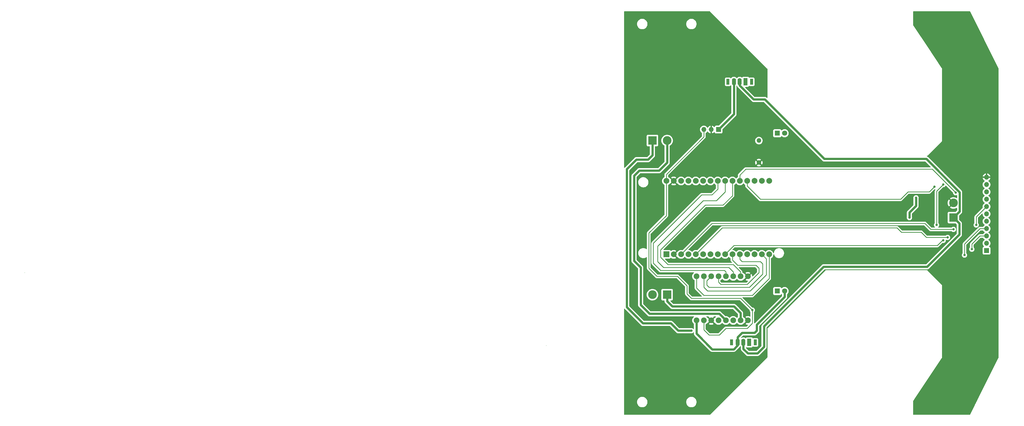
<source format=gtl>
%TF.GenerationSoftware,KiCad,Pcbnew,7.0.9*%
%TF.CreationDate,2024-02-13T13:26:57+05:30*%
%TF.ProjectId,PIDFollower,50494446-6f6c-46c6-9f77-65722e6b6963,v01*%
%TF.SameCoordinates,Original*%
%TF.FileFunction,Copper,L1,Top*%
%TF.FilePolarity,Positive*%
%FSLAX46Y46*%
G04 Gerber Fmt 4.6, Leading zero omitted, Abs format (unit mm)*
G04 Created by KiCad (PCBNEW 7.0.9) date 2024-02-13 13:26:57*
%MOMM*%
%LPD*%
G01*
G04 APERTURE LIST*
%TA.AperFunction,NonConductor*%
%ADD10C,0.200000*%
%TD*%
%TA.AperFunction,ComponentPad*%
%ADD11R,2.000000X2.000000*%
%TD*%
%TA.AperFunction,ComponentPad*%
%ADD12C,2.000000*%
%TD*%
%TA.AperFunction,ComponentPad*%
%ADD13R,1.000000X2.000000*%
%TD*%
%TA.AperFunction,ComponentPad*%
%ADD14R,1.400000X2.500000*%
%TD*%
%TA.AperFunction,ComponentPad*%
%ADD15O,1.400000X2.500000*%
%TD*%
%TA.AperFunction,ComponentPad*%
%ADD16R,3.000000X3.000000*%
%TD*%
%TA.AperFunction,ComponentPad*%
%ADD17C,3.000000*%
%TD*%
%TA.AperFunction,ComponentPad*%
%ADD18C,1.980000*%
%TD*%
%TA.AperFunction,ComponentPad*%
%ADD19R,1.800000X1.800000*%
%TD*%
%TA.AperFunction,ComponentPad*%
%ADD20C,1.800000*%
%TD*%
%TA.AperFunction,ComponentPad*%
%ADD21R,1.700000X1.700000*%
%TD*%
%TA.AperFunction,ComponentPad*%
%ADD22O,1.700000X1.700000*%
%TD*%
%TA.AperFunction,ComponentPad*%
%ADD23C,1.600000*%
%TD*%
%TA.AperFunction,ComponentPad*%
%ADD24O,1.600000X1.600000*%
%TD*%
%TA.AperFunction,ViaPad*%
%ADD25C,0.800000*%
%TD*%
%TA.AperFunction,Conductor*%
%ADD26C,0.762000*%
%TD*%
%TA.AperFunction,Conductor*%
%ADD27C,0.254000*%
%TD*%
G04 APERTURE END LIST*
D10*
X50930000Y-138260000D02*
X50930000Y-138260000D01*
X-129540000Y-113030000D02*
X-129540000Y-113030000D01*
D11*
%TO.P,U3,1,3V3*%
%TO.N,unconnected-(U3-3V3-Pad1)*%
X92435000Y-106680000D03*
D12*
%TO.P,U3,2,GND*%
%TO.N,GND*%
X94975000Y-106680000D03*
%TO.P,U3,3,D15*%
%TO.N,/IR4*%
X97515000Y-106680000D03*
%TO.P,U3,4,D2*%
%TO.N,unconnected-(U3-D2-Pad4)*%
X100055000Y-106680000D03*
%TO.P,U3,5,D4*%
%TO.N,/IR6*%
X102595000Y-106680000D03*
%TO.P,U3,6,RX2*%
%TO.N,unconnected-(U3-RX2-Pad6)*%
X105135000Y-106680000D03*
%TO.P,U3,7,TX2*%
%TO.N,unconnected-(U3-TX2-Pad7)*%
X107675000Y-106680000D03*
%TO.P,U3,8,D5*%
%TO.N,unconnected-(U3-D5-Pad8)*%
X110215000Y-106680000D03*
%TO.P,U3,9,D18*%
%TO.N,/IR*%
X112755000Y-106680000D03*
%TO.P,U3,10,D19*%
%TO.N,/STBY*%
X115295000Y-106680000D03*
%TO.P,U3,11,D21*%
%TO.N,/AIN1*%
X117835000Y-106680000D03*
%TO.P,U3,12,RX0*%
%TO.N,unconnected-(U3-RX0-Pad12)*%
X120375000Y-106680000D03*
%TO.P,U3,13,TX0*%
%TO.N,unconnected-(U3-TX0-Pad13)*%
X122915000Y-106680000D03*
%TO.P,U3,14,D22*%
%TO.N,/AIN2*%
X125455000Y-106680000D03*
%TO.P,U3,15,D23*%
%TO.N,/PWMA*%
X127995000Y-106680000D03*
%TO.P,U3,16,EN*%
%TO.N,unconnected-(U3-EN-Pad16)*%
X127995000Y-81280000D03*
%TO.P,U3,17,VP*%
%TO.N,unconnected-(U3-VP-Pad17)*%
X125455000Y-81280000D03*
%TO.P,U3,18,VN*%
%TO.N,unconnected-(U3-VN-Pad18)*%
X122915000Y-81280000D03*
%TO.P,U3,19,D34*%
%TO.N,/IR8*%
X120375000Y-81280000D03*
%TO.P,U3,20,D35*%
%TO.N,/IR7*%
X117835000Y-81280000D03*
%TO.P,U3,21,D32*%
%TO.N,/PWMB*%
X115295000Y-81280000D03*
%TO.P,U3,22,D33*%
%TO.N,/BIN2*%
X112755000Y-81280000D03*
%TO.P,U3,23,D25*%
%TO.N,/BIN1*%
X110215000Y-81280000D03*
%TO.P,U3,24,D26*%
%TO.N,/IR1*%
X107675000Y-81280000D03*
%TO.P,U3,25,D27*%
%TO.N,/IR2*%
X105135000Y-81280000D03*
%TO.P,U3,26,D14*%
%TO.N,/IR3*%
X102595000Y-81280000D03*
%TO.P,U3,27,D12*%
%TO.N,unconnected-(U3-D12-Pad27)*%
X100055000Y-81280000D03*
%TO.P,U3,28,D13*%
%TO.N,/IR5*%
X97515000Y-81280000D03*
%TO.P,U3,29,GND*%
%TO.N,GND*%
X94975000Y-81280000D03*
%TO.P,U3,30,VIN*%
%TO.N,/5V*%
X92435000Y-81280000D03*
%TD*%
D13*
%TO.P,SW1,*%
%TO.N,*%
X121920000Y-46990000D03*
X113720000Y-46990000D03*
D14*
%TO.P,SW1,1,T1*%
%TO.N,unconnected-(SW1-T1-Pad1)*%
X119820000Y-46990000D03*
D15*
%TO.P,SW1,2,C*%
%TO.N,/Battery*%
X117820000Y-46990000D03*
%TO.P,SW1,3,T2*%
%TO.N,Net-(SW1-T2)*%
X115820000Y-46990000D03*
%TD*%
D16*
%TO.P,BT1,1,VCC*%
%TO.N,/Battery*%
X191770000Y-93980000D03*
D17*
%TO.P,BT1,2,GND*%
%TO.N,GND*%
X191770000Y-88900000D03*
%TD*%
D18*
%TO.P,U1,1,VM*%
%TO.N,Net-(LED1-A)*%
X102870000Y-129540000D03*
%TO.P,U1,2,VCC*%
%TO.N,/5V*%
X105410000Y-129540000D03*
%TO.P,U1,3,GND*%
%TO.N,GND*%
X107950000Y-129540000D03*
%TO.P,U1,4,A01*%
%TO.N,Net-(M1-T1)*%
X110490000Y-129540000D03*
%TO.P,U1,5,A02*%
%TO.N,Net-(M1-T2)*%
X113030000Y-129540000D03*
%TO.P,U1,6,B02*%
%TO.N,Net-(M2-T2)*%
X115570000Y-129540000D03*
%TO.P,U1,7,B01*%
%TO.N,Net-(M2-T1)*%
X118110000Y-129540000D03*
%TO.P,U1,8,GND*%
%TO.N,GND*%
X120650000Y-129540000D03*
%TO.P,U1,9,GND*%
X120650000Y-114300000D03*
%TO.P,U1,10,PWMB*%
%TO.N,/PWMB*%
X118110000Y-114300000D03*
%TO.P,U1,11,BI2*%
%TO.N,/BIN2*%
X115570000Y-114300000D03*
%TO.P,U1,12,BI1*%
%TO.N,/BIN1*%
X113030000Y-114300000D03*
%TO.P,U1,13,STBY*%
%TO.N,/STBY*%
X110490000Y-114300000D03*
%TO.P,U1,14,AI1*%
%TO.N,/AIN1*%
X107950000Y-114300000D03*
%TO.P,U1,15,AI2*%
%TO.N,/AIN2*%
X105410000Y-114300000D03*
%TO.P,U1,16,PWMA*%
%TO.N,/PWMA*%
X102870000Y-114300000D03*
%TD*%
D16*
%TO.P,M2,1,T1*%
%TO.N,Net-(M2-T1)*%
X92710000Y-120650000D03*
D17*
%TO.P,M2,2,T2*%
%TO.N,Net-(M2-T2)*%
X87630000Y-120650000D03*
%TD*%
D19*
%TO.P,LED1,1,K*%
%TO.N,Net-(LED1-K)*%
X130810000Y-64770000D03*
D20*
%TO.P,LED1,2,A*%
%TO.N,Net-(LED1-A)*%
X133350000Y-64770000D03*
%TD*%
D19*
%TO.P,LED2,1,K*%
%TO.N,Net-(LED1-K)*%
X130810000Y-119380000D03*
D20*
%TO.P,LED2,2,A*%
%TO.N,Net-(LED1-A)*%
X133350000Y-119380000D03*
%TD*%
D21*
%TO.P,VR1,1,VIN*%
%TO.N,Net-(SW1-T2)*%
X110490000Y-63500000D03*
D22*
%TO.P,VR1,2,GND*%
%TO.N,GND*%
X107950000Y-63500000D03*
%TO.P,VR1,3,VOUT*%
%TO.N,/5V*%
X105410000Y-63500000D03*
%TD*%
D23*
%TO.P,R1,1*%
%TO.N,GND*%
X124460000Y-74930000D03*
D24*
%TO.P,R1,2*%
%TO.N,Net-(LED1-K)*%
X124460000Y-67310000D03*
%TD*%
D13*
%TO.P,SW2,*%
%TO.N,*%
X123190000Y-137160000D03*
X114990000Y-137160000D03*
D14*
%TO.P,SW2,1,T1*%
%TO.N,unconnected-(SW2-T1-Pad1)*%
X121090000Y-137160000D03*
D15*
%TO.P,SW2,2,C*%
%TO.N,/Battery*%
X119090000Y-137160000D03*
%TO.P,SW2,3,T2*%
%TO.N,Net-(LED1-A)*%
X117090000Y-137160000D03*
%TD*%
D16*
%TO.P,M1,1,T1*%
%TO.N,Net-(M1-T1)*%
X87630000Y-67310000D03*
D17*
%TO.P,M1,2,T2*%
%TO.N,Net-(M1-T2)*%
X92710000Y-67310000D03*
%TD*%
D21*
%TO.P,U2,1,VCC*%
%TO.N,/5V*%
X203200000Y-105410000D03*
D22*
%TO.P,U2,2,D8*%
%TO.N,/IR1*%
X203200000Y-102870000D03*
%TO.P,U2,3,D7*%
%TO.N,/IR2*%
X203200000Y-100330000D03*
%TO.P,U2,4,D6*%
%TO.N,/IR3*%
X203200000Y-97790000D03*
%TO.P,U2,5,D5*%
%TO.N,/IR4*%
X203200000Y-95250000D03*
%TO.P,U2,6,D4*%
%TO.N,/IR5*%
X203200000Y-92710000D03*
%TO.P,U2,7,D3*%
%TO.N,/IR6*%
X203200000Y-90170000D03*
%TO.P,U2,8,D2*%
%TO.N,/IR7*%
X203200000Y-87630000D03*
%TO.P,U2,9,D1*%
%TO.N,/IR8*%
X203200000Y-85090000D03*
%TO.P,U2,10,IR*%
%TO.N,/IR*%
X203200000Y-82550000D03*
%TO.P,U2,11,GND*%
%TO.N,GND*%
X203200000Y-80010000D03*
%TD*%
D25*
%TO.N,Net-(M1-T1)*%
X101092000Y-133096000D03*
%TO.N,/5V*%
X122174000Y-125984000D03*
%TO.N,Net-(LED1-A)*%
X176530000Y-93980000D03*
X178816000Y-87122000D03*
%TO.N,/IR4*%
X191770000Y-98044000D03*
%TO.N,/IR6*%
X199644000Y-96520000D03*
X189738000Y-100838000D03*
%TO.N,/IR*%
X185928000Y-96520000D03*
X188214000Y-82550000D03*
X188214000Y-101854000D03*
%TO.N,/IR8*%
X185166000Y-83312000D03*
%TO.N,/IR7*%
X192532000Y-85344000D03*
%TO.N,/IR2*%
X198120000Y-104902000D03*
%TO.N,/IR3*%
X195580000Y-106934000D03*
%TD*%
D26*
%TO.N,/Battery*%
X182372000Y-73660000D02*
X147066000Y-73660000D01*
X193901000Y-91849000D02*
X193901000Y-85189000D01*
X193901000Y-85189000D02*
X182372000Y-73660000D01*
X126238000Y-131572000D02*
X126238000Y-138684000D01*
X191770000Y-93980000D02*
X193802000Y-96012000D01*
X146812000Y-110998000D02*
X126238000Y-131572000D01*
X147066000Y-73660000D02*
X126492000Y-53086000D01*
X126492000Y-53086000D02*
X122654000Y-53086000D01*
X123952000Y-140970000D02*
X120650000Y-140970000D01*
X182626000Y-110998000D02*
X146812000Y-110998000D01*
X193802000Y-99822000D02*
X182626000Y-110998000D01*
X122654000Y-53086000D02*
X117820000Y-48252000D01*
X117820000Y-48252000D02*
X117820000Y-46990000D01*
X126238000Y-138684000D02*
X123952000Y-140970000D01*
X119090000Y-139410000D02*
X119090000Y-137160000D01*
X191770000Y-93980000D02*
X193901000Y-91849000D01*
X193802000Y-96012000D02*
X193802000Y-99822000D01*
X120650000Y-140970000D02*
X119090000Y-139410000D01*
%TO.N,Net-(M1-T1)*%
X78740000Y-124968000D02*
X84328000Y-130556000D01*
X93980000Y-130556000D02*
X96520000Y-133096000D01*
X87630000Y-72390000D02*
X86106000Y-73914000D01*
X84328000Y-130556000D02*
X93980000Y-130556000D01*
X78740000Y-77216000D02*
X78740000Y-124968000D01*
X86106000Y-73914000D02*
X82042000Y-73914000D01*
X96520000Y-133096000D02*
X101092000Y-133096000D01*
X87630000Y-67310000D02*
X87630000Y-72390000D01*
X82042000Y-73914000D02*
X78740000Y-77216000D01*
%TO.N,Net-(M1-T2)*%
X92710000Y-74930000D02*
X92710000Y-67310000D01*
X81280000Y-79502000D02*
X83058000Y-77724000D01*
X113030000Y-129540000D02*
X110740000Y-127250000D01*
X83566000Y-111252000D02*
X81280000Y-108966000D01*
X83566000Y-124206000D02*
X83566000Y-111252000D01*
X83058000Y-77724000D02*
X89916000Y-77724000D01*
X89916000Y-77724000D02*
X92710000Y-74930000D01*
X81280000Y-108966000D02*
X81280000Y-79502000D01*
X110740000Y-127250000D02*
X86610000Y-127250000D01*
X86610000Y-127250000D02*
X83566000Y-124206000D01*
%TO.N,Net-(M2-T1)*%
X118110000Y-127000000D02*
X118110000Y-129540000D01*
X94512000Y-124714000D02*
X115824000Y-124714000D01*
X92710000Y-120650000D02*
X92710000Y-122912000D01*
X92710000Y-122912000D02*
X94512000Y-124714000D01*
X115824000Y-124714000D02*
X118110000Y-127000000D01*
D27*
%TO.N,/5V*%
X120396000Y-132334000D02*
X113030000Y-132334000D01*
X122174000Y-130556000D02*
X120396000Y-132334000D01*
X101092000Y-121920000D02*
X118110000Y-121920000D01*
X105410000Y-66040000D02*
X105410000Y-63500000D01*
X89154000Y-114300000D02*
X96266000Y-114300000D01*
X92435000Y-81280000D02*
X92435000Y-79015000D01*
X92435000Y-81280000D02*
X92435000Y-93239000D01*
X107188000Y-134620000D02*
X105410000Y-132842000D01*
X86360000Y-99314000D02*
X86360000Y-111506000D01*
X110744000Y-134620000D02*
X107188000Y-134620000D01*
X92435000Y-79015000D02*
X105410000Y-66040000D01*
X99568000Y-117602000D02*
X99568000Y-120396000D01*
X105410000Y-132842000D02*
X105410000Y-129540000D01*
X122174000Y-125984000D02*
X122174000Y-130556000D01*
X99568000Y-120396000D02*
X101092000Y-121920000D01*
X113030000Y-132334000D02*
X110744000Y-134620000D01*
X118110000Y-121920000D02*
X122174000Y-125984000D01*
X92435000Y-93239000D02*
X86360000Y-99314000D01*
X96266000Y-114300000D02*
X99568000Y-117602000D01*
X86360000Y-111506000D02*
X89154000Y-114300000D01*
D26*
%TO.N,Net-(LED1-A)*%
X102870000Y-134112000D02*
X102870000Y-129540000D01*
X176530000Y-92202000D02*
X178816000Y-89916000D01*
X178816000Y-89916000D02*
X178816000Y-87122000D01*
X117090000Y-137160000D02*
X117090000Y-138172000D01*
X123698000Y-133096000D02*
X123698000Y-131064000D01*
X117090000Y-137160000D02*
X117090000Y-135386000D01*
X123698000Y-131064000D02*
X133350000Y-121412000D01*
X117090000Y-138172000D02*
X115721000Y-139541000D01*
X115721000Y-139541000D02*
X108299000Y-139541000D01*
X118618000Y-133858000D02*
X122936000Y-133858000D01*
X117090000Y-135386000D02*
X118618000Y-133858000D01*
X176530000Y-93980000D02*
X176530000Y-92202000D01*
X133350000Y-121412000D02*
X133350000Y-119380000D01*
X108299000Y-139541000D02*
X102870000Y-134112000D01*
X122936000Y-133858000D02*
X123698000Y-133096000D01*
D27*
%TO.N,/PWMA*%
X102870000Y-118364000D02*
X105410000Y-120904000D01*
X128016000Y-115062000D02*
X127995000Y-115041000D01*
X105410000Y-120904000D02*
X122174000Y-120904000D01*
X127995000Y-115041000D02*
X127995000Y-106680000D01*
X102870000Y-114300000D02*
X102870000Y-118364000D01*
X122174000Y-120904000D02*
X128016000Y-115062000D01*
%TO.N,/AIN2*%
X105410000Y-118110000D02*
X106680000Y-119380000D01*
X127000000Y-113792000D02*
X127000000Y-108225000D01*
X105410000Y-114300000D02*
X105410000Y-118110000D01*
X121412000Y-119380000D02*
X127000000Y-113792000D01*
X106680000Y-119380000D02*
X121412000Y-119380000D01*
X127000000Y-108225000D02*
X125455000Y-106680000D01*
%TO.N,/AIN1*%
X121158000Y-118110000D02*
X125730000Y-113538000D01*
X106426000Y-115824000D02*
X106426000Y-117348000D01*
X118618000Y-109220000D02*
X117835000Y-108437000D01*
X106426000Y-117348000D02*
X107188000Y-118110000D01*
X125730000Y-109982000D02*
X124968000Y-109220000D01*
X107188000Y-118110000D02*
X121158000Y-118110000D01*
X117835000Y-108437000D02*
X117835000Y-106680000D01*
X125730000Y-113538000D02*
X125730000Y-109982000D01*
X124968000Y-109220000D02*
X118618000Y-109220000D01*
X107950000Y-114300000D02*
X106426000Y-115824000D01*
%TO.N,/STBY*%
X117094000Y-110490000D02*
X115295000Y-108691000D01*
X115295000Y-108691000D02*
X115295000Y-106680000D01*
X110490000Y-114300000D02*
X110490000Y-116332000D01*
X124460000Y-113030000D02*
X124460000Y-111506000D01*
X124460000Y-111506000D02*
X123444000Y-110490000D01*
X111252000Y-117094000D02*
X120396000Y-117094000D01*
X123444000Y-110490000D02*
X117094000Y-110490000D01*
X120396000Y-117094000D02*
X124460000Y-113030000D01*
X110490000Y-116332000D02*
X111252000Y-117094000D01*
%TO.N,/BIN1*%
X87884000Y-109728000D02*
X90424000Y-112268000D01*
X87884000Y-102870000D02*
X87884000Y-109728000D01*
X112522000Y-112268000D02*
X113030000Y-112776000D01*
X113030000Y-112776000D02*
X113030000Y-114300000D01*
X90424000Y-112268000D02*
X112522000Y-112268000D01*
X110215000Y-84095000D02*
X108204000Y-86106000D01*
X108204000Y-86106000D02*
X104648000Y-86106000D01*
X104648000Y-86106000D02*
X87884000Y-102870000D01*
X110215000Y-81280000D02*
X110215000Y-84095000D01*
%TO.N,/BIN2*%
X112755000Y-85069000D02*
X112776000Y-85090000D01*
X112755000Y-81280000D02*
X112755000Y-85069000D01*
X89408000Y-109220000D02*
X91440000Y-111252000D01*
X91440000Y-111252000D02*
X114046000Y-111252000D01*
X114046000Y-111252000D02*
X115570000Y-112776000D01*
X115570000Y-112776000D02*
X115570000Y-114300000D01*
X112776000Y-85090000D02*
X109728000Y-88138000D01*
X89408000Y-103886000D02*
X89408000Y-109220000D01*
X105156000Y-88138000D02*
X89408000Y-103886000D01*
X109728000Y-88138000D02*
X105156000Y-88138000D01*
%TO.N,/PWMB*%
X112014000Y-89662000D02*
X115295000Y-86381000D01*
X115570000Y-110236000D02*
X92964000Y-110236000D01*
X115295000Y-86381000D02*
X115295000Y-81280000D01*
X118110000Y-114300000D02*
X118110000Y-112776000D01*
X105918000Y-89662000D02*
X112014000Y-89662000D01*
X92964000Y-110236000D02*
X90424000Y-107696000D01*
X90424000Y-105156000D02*
X105918000Y-89662000D01*
X118110000Y-112776000D02*
X115570000Y-110236000D01*
X90424000Y-107696000D02*
X90424000Y-105156000D01*
%TO.N,/IR4*%
X183896000Y-98044000D02*
X191770000Y-98044000D01*
X108183000Y-96012000D02*
X181864000Y-96012000D01*
X97515000Y-106680000D02*
X108183000Y-96012000D01*
X181864000Y-96012000D02*
X183896000Y-98044000D01*
%TO.N,/IR6*%
X180594000Y-99060000D02*
X182372000Y-100838000D01*
X199644000Y-93726000D02*
X203200000Y-90170000D01*
X199644000Y-96520000D02*
X199644000Y-93726000D01*
X102595000Y-106680000D02*
X111739000Y-97536000D01*
X172212000Y-97536000D02*
X173736000Y-99060000D01*
X182372000Y-100838000D02*
X189738000Y-100838000D01*
X111739000Y-97536000D02*
X172212000Y-97536000D01*
X173736000Y-99060000D02*
X180594000Y-99060000D01*
%TO.N,/IR*%
X185928000Y-84836000D02*
X188214000Y-82550000D01*
X186182000Y-103632000D02*
X187960000Y-101854000D01*
X112755000Y-106680000D02*
X115803000Y-103632000D01*
X115803000Y-103632000D02*
X186182000Y-103632000D01*
X185928000Y-96520000D02*
X185928000Y-84836000D01*
X187960000Y-101854000D02*
X188214000Y-101854000D01*
%TO.N,/IR8*%
X183388000Y-85090000D02*
X185166000Y-83312000D01*
X124968000Y-87630000D02*
X173482000Y-87630000D01*
X120375000Y-83037000D02*
X124968000Y-87630000D01*
X120375000Y-81280000D02*
X120375000Y-83037000D01*
X176022000Y-85090000D02*
X183388000Y-85090000D01*
X173482000Y-87630000D02*
X176022000Y-85090000D01*
%TO.N,/IR7*%
X117835000Y-79269000D02*
X119888000Y-77216000D01*
X184404000Y-77216000D02*
X192532000Y-85344000D01*
X119888000Y-77216000D02*
X184404000Y-77216000D01*
X117835000Y-81280000D02*
X117835000Y-79269000D01*
%TO.N,/IR2*%
X200914000Y-100330000D02*
X203200000Y-100330000D01*
X198120000Y-104902000D02*
X198120000Y-103124000D01*
X198120000Y-103124000D02*
X200914000Y-100330000D01*
%TO.N,/IR3*%
X200914000Y-97790000D02*
X203200000Y-97790000D01*
X195580000Y-103124000D02*
X200914000Y-97790000D01*
X195580000Y-106934000D02*
X195580000Y-103124000D01*
D26*
%TO.N,Net-(SW1-T2)*%
X115820000Y-46990000D02*
X115820000Y-58170000D01*
X115820000Y-58170000D02*
X110490000Y-63500000D01*
%TD*%
%TA.AperFunction,Conductor*%
%TO.N,GND*%
G36*
X197466487Y-22610185D02*
G01*
X197510357Y-22659046D01*
X207386409Y-42411149D01*
X207399500Y-42466603D01*
X207399500Y-142313396D01*
X207386409Y-142368850D01*
X207374308Y-142393053D01*
X207361567Y-142418535D01*
X207361566Y-142418537D01*
X207331219Y-142479231D01*
X207292904Y-142555861D01*
X200516203Y-156109263D01*
X200381652Y-156378365D01*
X200289877Y-156561915D01*
X200105630Y-156930409D01*
X200067533Y-157006603D01*
X199941932Y-157257805D01*
X199941929Y-157257811D01*
X199920450Y-157300769D01*
X199871563Y-157398543D01*
X199810386Y-157520897D01*
X199675837Y-157789995D01*
X199541284Y-158059101D01*
X199541283Y-158059103D01*
X199448626Y-158244417D01*
X199246039Y-158649591D01*
X199035022Y-159071625D01*
X198894009Y-159353651D01*
X198894008Y-159353653D01*
X198894007Y-159353655D01*
X198835466Y-159470737D01*
X198795695Y-159550279D01*
X198795694Y-159550281D01*
X197512329Y-162117011D01*
X197510357Y-162120954D01*
X197462770Y-162172113D01*
X197399448Y-162189500D01*
X177924500Y-162189500D01*
X177857461Y-162169815D01*
X177811706Y-162117011D01*
X177800500Y-162065500D01*
X177800500Y-157488249D01*
X177820185Y-157421210D01*
X177821326Y-157419466D01*
X178774637Y-155989500D01*
X187760627Y-142510514D01*
X187763726Y-142506269D01*
X187785290Y-142479231D01*
X187791401Y-142452454D01*
X187793901Y-142444198D01*
X187803667Y-142418536D01*
X187800724Y-142384088D01*
X187800500Y-142378814D01*
X187800500Y-117445132D01*
X187803581Y-117426996D01*
X187802798Y-117426908D01*
X187804362Y-117413026D01*
X187800890Y-117382201D01*
X187800500Y-117375255D01*
X187800500Y-117367413D01*
X187800500Y-117367410D01*
X187798752Y-117359753D01*
X187797588Y-117352902D01*
X187797352Y-117350809D01*
X187794116Y-117322076D01*
X187790302Y-117311177D01*
X187785291Y-117300771D01*
X187785290Y-117300770D01*
X187785290Y-117300769D01*
X187765945Y-117276512D01*
X187761933Y-117270858D01*
X187757749Y-117264199D01*
X187752187Y-117258637D01*
X187747569Y-117253470D01*
X187728224Y-117229212D01*
X187728223Y-117229211D01*
X187717300Y-117220500D01*
X187717791Y-117219884D01*
X187702789Y-117209239D01*
X182780762Y-112287213D01*
X182770114Y-112272206D01*
X182769498Y-112272698D01*
X182760787Y-112261775D01*
X182736534Y-112242433D01*
X182731347Y-112237797D01*
X182725801Y-112232251D01*
X182719160Y-112228078D01*
X182713489Y-112224055D01*
X182689229Y-112204708D01*
X182678833Y-112199702D01*
X182667926Y-112195885D01*
X182667924Y-112195884D01*
X182667920Y-112195883D01*
X182667919Y-112195883D01*
X182637100Y-112192411D01*
X182630245Y-112191246D01*
X182622592Y-112189500D01*
X182622590Y-112189500D01*
X182614743Y-112189500D01*
X182607797Y-112189110D01*
X182576972Y-112185637D01*
X182563092Y-112187202D01*
X182563003Y-112186418D01*
X182544868Y-112189500D01*
X147655131Y-112189500D01*
X147636995Y-112186418D01*
X147636907Y-112187202D01*
X147623026Y-112185637D01*
X147602537Y-112187946D01*
X147592205Y-112189110D01*
X147585266Y-112189500D01*
X147577405Y-112189500D01*
X147569744Y-112191248D01*
X147562892Y-112192412D01*
X147532075Y-112195884D01*
X147521172Y-112199699D01*
X147510767Y-112204711D01*
X147486514Y-112224052D01*
X147480838Y-112228080D01*
X147474195Y-112232253D01*
X147468637Y-112237810D01*
X147463460Y-112242436D01*
X147439214Y-112261773D01*
X147430504Y-112272696D01*
X147429888Y-112272205D01*
X147419241Y-112287207D01*
X127497208Y-132209241D01*
X127482204Y-132219888D01*
X127482696Y-132220504D01*
X127471773Y-132229214D01*
X127452432Y-132253465D01*
X127447806Y-132258642D01*
X127442255Y-132264194D01*
X127442251Y-132264200D01*
X127438071Y-132270850D01*
X127434053Y-132276511D01*
X127414710Y-132300767D01*
X127409698Y-132311173D01*
X127405883Y-132322078D01*
X127402411Y-132352895D01*
X127401248Y-132359743D01*
X127399500Y-132367407D01*
X127399500Y-132375255D01*
X127399110Y-132382201D01*
X127395637Y-132413026D01*
X127397202Y-132426908D01*
X127396418Y-132426996D01*
X127399500Y-132445132D01*
X127399500Y-142255588D01*
X127379815Y-142322627D01*
X127363181Y-142343269D01*
X107553270Y-162153181D01*
X107491947Y-162186666D01*
X107465589Y-162189500D01*
X77924500Y-162189500D01*
X77857461Y-162169815D01*
X77811706Y-162117011D01*
X77800500Y-162065500D01*
X77800500Y-157790004D01*
X82294451Y-157790004D01*
X82314616Y-158059101D01*
X82374664Y-158322188D01*
X82374666Y-158322195D01*
X82473257Y-158573398D01*
X82608185Y-158807102D01*
X82618189Y-158819646D01*
X82776442Y-159018089D01*
X82834141Y-159071625D01*
X82974259Y-159201635D01*
X83197226Y-159353651D01*
X83440359Y-159470738D01*
X83698228Y-159550280D01*
X83698229Y-159550280D01*
X83698232Y-159550281D01*
X83965063Y-159590499D01*
X83965068Y-159590499D01*
X83965071Y-159590500D01*
X83965072Y-159590500D01*
X84234928Y-159590500D01*
X84234929Y-159590500D01*
X84234936Y-159590499D01*
X84501767Y-159550281D01*
X84501768Y-159550280D01*
X84501772Y-159550280D01*
X84759641Y-159470738D01*
X85002775Y-159353651D01*
X85225741Y-159201635D01*
X85423561Y-159018085D01*
X85591815Y-158807102D01*
X85726743Y-158573398D01*
X85825334Y-158322195D01*
X85885383Y-158059103D01*
X85905549Y-157790004D01*
X99294451Y-157790004D01*
X99314616Y-158059101D01*
X99374664Y-158322188D01*
X99374666Y-158322195D01*
X99473257Y-158573398D01*
X99608185Y-158807102D01*
X99618189Y-158819646D01*
X99776442Y-159018089D01*
X99834141Y-159071625D01*
X99974259Y-159201635D01*
X100197226Y-159353651D01*
X100440359Y-159470738D01*
X100698228Y-159550280D01*
X100698229Y-159550280D01*
X100698232Y-159550281D01*
X100965063Y-159590499D01*
X100965068Y-159590499D01*
X100965071Y-159590500D01*
X100965072Y-159590500D01*
X101234928Y-159590500D01*
X101234929Y-159590500D01*
X101234936Y-159590499D01*
X101501767Y-159550281D01*
X101501768Y-159550280D01*
X101501772Y-159550280D01*
X101759641Y-159470738D01*
X102002775Y-159353651D01*
X102225741Y-159201635D01*
X102423561Y-159018085D01*
X102591815Y-158807102D01*
X102726743Y-158573398D01*
X102825334Y-158322195D01*
X102885383Y-158059103D01*
X102905549Y-157790000D01*
X102885383Y-157520897D01*
X102825334Y-157257805D01*
X102726743Y-157006602D01*
X102591815Y-156772898D01*
X102423561Y-156561915D01*
X102423560Y-156561914D01*
X102423557Y-156561910D01*
X102225741Y-156378365D01*
X102002775Y-156226349D01*
X102002769Y-156226346D01*
X102002768Y-156226345D01*
X102002767Y-156226344D01*
X101759643Y-156109263D01*
X101759645Y-156109263D01*
X101501773Y-156029720D01*
X101501767Y-156029718D01*
X101234936Y-155989500D01*
X101234929Y-155989500D01*
X100965071Y-155989500D01*
X100965063Y-155989500D01*
X100698232Y-156029718D01*
X100698226Y-156029720D01*
X100440358Y-156109262D01*
X100197230Y-156226346D01*
X99974258Y-156378365D01*
X99776442Y-156561910D01*
X99608185Y-156772898D01*
X99473258Y-157006599D01*
X99473256Y-157006603D01*
X99374666Y-157257804D01*
X99374664Y-157257811D01*
X99314616Y-157520898D01*
X99294451Y-157789995D01*
X99294451Y-157790004D01*
X85905549Y-157790004D01*
X85905549Y-157790000D01*
X85885383Y-157520897D01*
X85825334Y-157257805D01*
X85726743Y-157006602D01*
X85591815Y-156772898D01*
X85423561Y-156561915D01*
X85423560Y-156561914D01*
X85423557Y-156561910D01*
X85225741Y-156378365D01*
X85002775Y-156226349D01*
X85002769Y-156226346D01*
X85002768Y-156226345D01*
X85002767Y-156226344D01*
X84759643Y-156109263D01*
X84759645Y-156109263D01*
X84501773Y-156029720D01*
X84501767Y-156029718D01*
X84234936Y-155989500D01*
X84234929Y-155989500D01*
X83965071Y-155989500D01*
X83965063Y-155989500D01*
X83698232Y-156029718D01*
X83698226Y-156029720D01*
X83440358Y-156109262D01*
X83197230Y-156226346D01*
X82974258Y-156378365D01*
X82776442Y-156561910D01*
X82608185Y-156772898D01*
X82473258Y-157006599D01*
X82473256Y-157006603D01*
X82374666Y-157257804D01*
X82374664Y-157257811D01*
X82314616Y-157520898D01*
X82294451Y-157789995D01*
X82294451Y-157790004D01*
X77800500Y-157790004D01*
X77800500Y-125562958D01*
X77820185Y-125495919D01*
X77872989Y-125450164D01*
X77942147Y-125440220D01*
X78005703Y-125469245D01*
X78030747Y-125499024D01*
X78034106Y-125504607D01*
X78034109Y-125504610D01*
X78034294Y-125504806D01*
X78048748Y-125523294D01*
X78048893Y-125523521D01*
X78048900Y-125523530D01*
X78108232Y-125582861D01*
X78165960Y-125643805D01*
X78165963Y-125643807D01*
X78166187Y-125643959D01*
X78184286Y-125658915D01*
X83677571Y-131152200D01*
X83680975Y-131155893D01*
X83718217Y-131199739D01*
X83747085Y-131221684D01*
X83785062Y-131250553D01*
X83850453Y-131303115D01*
X83850682Y-131303228D01*
X83870637Y-131315605D01*
X83870862Y-131315776D01*
X83947061Y-131351028D01*
X84022226Y-131388307D01*
X84022481Y-131388370D01*
X84044633Y-131396169D01*
X84044876Y-131396282D01*
X84044879Y-131396282D01*
X84044880Y-131396283D01*
X84044878Y-131396283D01*
X84122876Y-131413451D01*
X84126842Y-131414324D01*
X84208296Y-131434581D01*
X84208565Y-131434588D01*
X84231871Y-131437443D01*
X84232130Y-131437500D01*
X84316053Y-131437500D01*
X84399963Y-131439773D01*
X84400230Y-131439721D01*
X84423597Y-131437500D01*
X93563509Y-131437500D01*
X93630548Y-131457185D01*
X93651190Y-131473819D01*
X95869571Y-133692200D01*
X95872975Y-133695893D01*
X95910217Y-133739739D01*
X95928759Y-133753834D01*
X95977062Y-133790553D01*
X96042453Y-133843115D01*
X96042682Y-133843228D01*
X96062635Y-133855603D01*
X96062859Y-133855774D01*
X96139053Y-133891024D01*
X96214225Y-133928307D01*
X96214479Y-133928370D01*
X96236641Y-133936173D01*
X96236876Y-133936282D01*
X96318838Y-133954323D01*
X96400296Y-133974581D01*
X96400565Y-133974588D01*
X96423871Y-133977443D01*
X96424130Y-133977500D01*
X96508053Y-133977500D01*
X96591963Y-133979773D01*
X96592230Y-133979721D01*
X96615597Y-133977500D01*
X100894934Y-133977500D01*
X100920714Y-133980209D01*
X100997354Y-133996500D01*
X100997355Y-133996500D01*
X101186644Y-133996500D01*
X101186646Y-133996500D01*
X101371803Y-133957144D01*
X101544730Y-133880151D01*
X101697871Y-133768888D01*
X101772351Y-133686168D01*
X101831836Y-133649521D01*
X101901693Y-133650851D01*
X101959742Y-133689738D01*
X101987552Y-133753834D01*
X101988500Y-133769142D01*
X101988500Y-134073646D01*
X101988295Y-134078681D01*
X101983626Y-134136008D01*
X101983627Y-134136016D01*
X101994959Y-134219197D01*
X102004033Y-134302613D01*
X102004033Y-134302616D01*
X102004120Y-134302872D01*
X102009471Y-134325705D01*
X102009509Y-134325987D01*
X102009510Y-134325991D01*
X102038463Y-134404799D01*
X102065255Y-134484316D01*
X102065401Y-134484559D01*
X102075532Y-134505700D01*
X102075627Y-134505960D01*
X102075634Y-134505973D01*
X102120829Y-134576682D01*
X102164104Y-134648605D01*
X102164108Y-134648610D01*
X102164294Y-134648806D01*
X102178748Y-134667294D01*
X102178893Y-134667521D01*
X102178900Y-134667530D01*
X102238232Y-134726861D01*
X102295960Y-134787805D01*
X102295963Y-134787807D01*
X102296187Y-134787959D01*
X102314286Y-134802915D01*
X107648571Y-140137200D01*
X107651975Y-140140893D01*
X107689217Y-140184739D01*
X107718085Y-140206684D01*
X107756062Y-140235553D01*
X107821453Y-140288115D01*
X107821682Y-140288228D01*
X107841637Y-140300605D01*
X107841862Y-140300776D01*
X107916628Y-140335365D01*
X107918061Y-140336028D01*
X107993226Y-140373307D01*
X107993481Y-140373370D01*
X108015633Y-140381169D01*
X108015876Y-140381282D01*
X108015879Y-140381282D01*
X108015880Y-140381283D01*
X108015878Y-140381283D01*
X108097842Y-140399324D01*
X108179296Y-140419581D01*
X108179565Y-140419588D01*
X108202871Y-140422443D01*
X108203130Y-140422500D01*
X108287053Y-140422500D01*
X108370963Y-140424773D01*
X108371230Y-140424721D01*
X108394597Y-140422500D01*
X115682646Y-140422500D01*
X115687681Y-140422705D01*
X115710474Y-140424560D01*
X115745011Y-140427373D01*
X115828198Y-140416039D01*
X115911614Y-140406967D01*
X115911869Y-140406880D01*
X115934714Y-140401527D01*
X115934994Y-140401489D01*
X116013799Y-140372536D01*
X116093315Y-140345745D01*
X116093539Y-140345610D01*
X116114723Y-140335458D01*
X116114970Y-140335368D01*
X116185682Y-140290169D01*
X116257607Y-140246894D01*
X116257793Y-140246717D01*
X116276306Y-140232243D01*
X116276525Y-140232104D01*
X116335861Y-140172767D01*
X116396808Y-140115036D01*
X116396957Y-140114814D01*
X116411911Y-140096716D01*
X117686205Y-138822422D01*
X117689874Y-138819039D01*
X117733739Y-138781782D01*
X117784553Y-138714937D01*
X117819554Y-138671391D01*
X117832650Y-138657456D01*
X117980981Y-138522236D01*
X117985544Y-138516192D01*
X118041651Y-138474556D01*
X118111362Y-138469862D01*
X118172546Y-138503602D01*
X118205775Y-138565064D01*
X118208500Y-138590917D01*
X118208500Y-139371646D01*
X118208295Y-139376681D01*
X118203626Y-139434008D01*
X118203627Y-139434016D01*
X118214959Y-139517197D01*
X118224033Y-139600613D01*
X118224033Y-139600616D01*
X118224120Y-139600872D01*
X118229471Y-139623705D01*
X118229509Y-139623987D01*
X118229510Y-139623991D01*
X118258463Y-139702799D01*
X118285255Y-139782316D01*
X118285401Y-139782559D01*
X118295532Y-139803700D01*
X118295627Y-139803960D01*
X118295634Y-139803973D01*
X118340829Y-139874682D01*
X118384104Y-139946605D01*
X118384108Y-139946610D01*
X118384294Y-139946806D01*
X118398748Y-139965294D01*
X118398893Y-139965521D01*
X118398900Y-139965530D01*
X118458232Y-140024861D01*
X118515960Y-140085805D01*
X118515963Y-140085807D01*
X118516187Y-140085959D01*
X118534286Y-140100915D01*
X119999571Y-141566200D01*
X120002975Y-141569893D01*
X120040217Y-141613739D01*
X120069085Y-141635684D01*
X120107062Y-141664553D01*
X120172453Y-141717115D01*
X120172682Y-141717228D01*
X120192637Y-141729605D01*
X120192862Y-141729776D01*
X120267628Y-141764365D01*
X120269061Y-141765028D01*
X120344226Y-141802307D01*
X120344481Y-141802370D01*
X120366633Y-141810169D01*
X120366876Y-141810282D01*
X120366879Y-141810282D01*
X120366880Y-141810283D01*
X120366878Y-141810283D01*
X120448842Y-141828324D01*
X120530296Y-141848581D01*
X120530565Y-141848588D01*
X120553871Y-141851443D01*
X120554130Y-141851500D01*
X120638054Y-141851500D01*
X120721964Y-141853773D01*
X120722238Y-141853720D01*
X120745597Y-141851500D01*
X123913646Y-141851500D01*
X123918681Y-141851705D01*
X123941474Y-141853560D01*
X123976011Y-141856373D01*
X124059198Y-141845039D01*
X124142614Y-141835967D01*
X124142869Y-141835880D01*
X124165714Y-141830527D01*
X124165994Y-141830489D01*
X124244799Y-141801536D01*
X124324315Y-141774745D01*
X124324539Y-141774610D01*
X124345723Y-141764458D01*
X124345970Y-141764368D01*
X124416682Y-141719169D01*
X124488607Y-141675894D01*
X124488793Y-141675717D01*
X124507306Y-141661243D01*
X124507525Y-141661104D01*
X124566861Y-141601767D01*
X124627808Y-141544036D01*
X124627957Y-141543814D01*
X124642911Y-141525716D01*
X126834205Y-139334422D01*
X126837874Y-139331039D01*
X126881739Y-139293782D01*
X126932553Y-139226937D01*
X126985115Y-139161547D01*
X126985225Y-139161324D01*
X126997613Y-139141351D01*
X126997774Y-139141141D01*
X127033028Y-139064938D01*
X127070307Y-138989774D01*
X127070367Y-138989530D01*
X127078174Y-138967357D01*
X127078282Y-138967124D01*
X127096324Y-138885157D01*
X127104124Y-138853793D01*
X127116580Y-138803711D01*
X127116580Y-138803707D01*
X127116581Y-138803704D01*
X127116588Y-138803432D01*
X127119443Y-138780127D01*
X127119500Y-138779869D01*
X127119500Y-138695946D01*
X127121773Y-138612036D01*
X127121720Y-138611761D01*
X127119500Y-138588403D01*
X127119500Y-131988491D01*
X127139185Y-131921452D01*
X127155819Y-131900810D01*
X147140810Y-111915819D01*
X147202133Y-111882334D01*
X147228491Y-111879500D01*
X182587646Y-111879500D01*
X182592681Y-111879705D01*
X182615474Y-111881560D01*
X182650011Y-111884373D01*
X182733198Y-111873039D01*
X182816614Y-111863967D01*
X182816869Y-111863880D01*
X182839714Y-111858527D01*
X182839994Y-111858489D01*
X182918799Y-111829536D01*
X182998315Y-111802745D01*
X182998539Y-111802610D01*
X183019723Y-111792458D01*
X183019970Y-111792368D01*
X183090682Y-111747169D01*
X183162599Y-111703899D01*
X183162599Y-111703898D01*
X183162607Y-111703894D01*
X183162793Y-111703717D01*
X183181306Y-111689243D01*
X183181525Y-111689104D01*
X183240861Y-111629767D01*
X183301808Y-111572036D01*
X183301957Y-111571814D01*
X183316911Y-111553716D01*
X187936627Y-106934000D01*
X194674540Y-106934000D01*
X194694326Y-107122256D01*
X194694327Y-107122259D01*
X194752818Y-107302277D01*
X194752821Y-107302284D01*
X194847467Y-107466216D01*
X194968589Y-107600735D01*
X194974129Y-107606888D01*
X195127265Y-107718148D01*
X195127270Y-107718151D01*
X195300192Y-107795142D01*
X195300197Y-107795144D01*
X195485354Y-107834500D01*
X195485355Y-107834500D01*
X195674644Y-107834500D01*
X195674646Y-107834500D01*
X195859803Y-107795144D01*
X196032730Y-107718151D01*
X196185871Y-107606888D01*
X196312533Y-107466216D01*
X196407179Y-107302284D01*
X196465674Y-107122256D01*
X196485460Y-106934000D01*
X196465674Y-106745744D01*
X196407179Y-106565716D01*
X196312533Y-106401784D01*
X196239350Y-106320506D01*
X196209120Y-106257515D01*
X196207500Y-106237534D01*
X196207500Y-103435281D01*
X196227185Y-103368242D01*
X196243819Y-103347600D01*
X201137600Y-98453819D01*
X201198923Y-98420334D01*
X201225281Y-98417500D01*
X201926173Y-98417500D01*
X201993212Y-98437185D01*
X202027747Y-98470375D01*
X202123394Y-98606973D01*
X202161505Y-98661401D01*
X202328597Y-98828493D01*
X202328603Y-98828498D01*
X202514158Y-98958425D01*
X202557783Y-99013002D01*
X202564977Y-99082500D01*
X202533454Y-99144855D01*
X202514158Y-99161575D01*
X202328597Y-99291505D01*
X202161505Y-99458597D01*
X202027749Y-99649623D01*
X201973172Y-99693248D01*
X201926174Y-99702500D01*
X200996967Y-99702500D01*
X200981318Y-99700772D01*
X200981292Y-99701054D01*
X200973524Y-99700319D01*
X200904141Y-99702500D01*
X200874522Y-99702500D01*
X200867618Y-99703371D01*
X200861800Y-99703829D01*
X200815060Y-99705298D01*
X200815054Y-99705299D01*
X200795719Y-99710916D01*
X200776680Y-99714859D01*
X200756715Y-99717382D01*
X200756701Y-99717385D01*
X200713235Y-99734594D01*
X200707710Y-99736485D01*
X200662809Y-99749531D01*
X200662806Y-99749533D01*
X200645480Y-99759779D01*
X200628010Y-99768337D01*
X200609298Y-99775745D01*
X200571463Y-99803233D01*
X200566580Y-99806440D01*
X200526346Y-99830234D01*
X200512106Y-99844474D01*
X200497320Y-99857102D01*
X200481033Y-99868936D01*
X200481032Y-99868936D01*
X200451227Y-99904963D01*
X200447295Y-99909285D01*
X197734953Y-102621626D01*
X197722669Y-102631469D01*
X197722849Y-102631687D01*
X197716838Y-102636659D01*
X197669322Y-102687258D01*
X197648375Y-102708205D01*
X197644106Y-102713709D01*
X197640315Y-102718147D01*
X197608308Y-102752230D01*
X197608305Y-102752234D01*
X197598606Y-102769877D01*
X197587928Y-102786133D01*
X197575594Y-102802034D01*
X197575589Y-102802042D01*
X197557025Y-102844943D01*
X197554454Y-102850191D01*
X197531927Y-102891167D01*
X197526920Y-102910668D01*
X197520621Y-102929064D01*
X197513893Y-102944612D01*
X197512625Y-102947544D01*
X197512624Y-102947546D01*
X197505312Y-102993716D01*
X197504127Y-102999438D01*
X197492500Y-103044723D01*
X197492500Y-103064858D01*
X197490973Y-103084257D01*
X197487825Y-103104131D01*
X197492225Y-103150677D01*
X197492500Y-103156515D01*
X197492500Y-104205534D01*
X197472815Y-104272573D01*
X197460650Y-104288506D01*
X197387466Y-104369785D01*
X197292821Y-104533715D01*
X197292818Y-104533722D01*
X197234327Y-104713740D01*
X197234326Y-104713744D01*
X197214540Y-104902000D01*
X197234326Y-105090256D01*
X197234327Y-105090259D01*
X197292818Y-105270277D01*
X197292821Y-105270284D01*
X197387467Y-105434216D01*
X197456133Y-105510477D01*
X197514129Y-105574888D01*
X197667265Y-105686148D01*
X197667270Y-105686151D01*
X197840192Y-105763142D01*
X197840197Y-105763144D01*
X198025354Y-105802500D01*
X198025355Y-105802500D01*
X198214644Y-105802500D01*
X198214646Y-105802500D01*
X198399803Y-105763144D01*
X198572730Y-105686151D01*
X198725871Y-105574888D01*
X198852533Y-105434216D01*
X198947179Y-105270284D01*
X199005674Y-105090256D01*
X199025460Y-104902000D01*
X199005674Y-104713744D01*
X198947179Y-104533716D01*
X198852533Y-104369784D01*
X198779350Y-104288506D01*
X198749120Y-104225515D01*
X198747500Y-104205534D01*
X198747500Y-103435281D01*
X198767185Y-103368242D01*
X198783819Y-103347600D01*
X201137600Y-100993819D01*
X201198923Y-100960334D01*
X201225281Y-100957500D01*
X201926173Y-100957500D01*
X201993212Y-100977185D01*
X202027747Y-101010375D01*
X202103169Y-101118089D01*
X202161505Y-101201401D01*
X202328597Y-101368493D01*
X202328603Y-101368498D01*
X202514158Y-101498425D01*
X202557783Y-101553002D01*
X202564977Y-101622500D01*
X202533454Y-101684855D01*
X202514158Y-101701575D01*
X202328597Y-101831505D01*
X202161505Y-101998597D01*
X202025965Y-102192169D01*
X202025964Y-102192171D01*
X201926098Y-102406335D01*
X201926094Y-102406344D01*
X201864938Y-102634586D01*
X201864936Y-102634596D01*
X201844341Y-102869999D01*
X201844341Y-102870000D01*
X201864936Y-103105403D01*
X201864938Y-103105413D01*
X201926094Y-103333655D01*
X201926096Y-103333659D01*
X201926097Y-103333663D01*
X202010299Y-103514234D01*
X202025965Y-103547830D01*
X202025967Y-103547834D01*
X202119991Y-103682113D01*
X202161501Y-103741396D01*
X202161506Y-103741402D01*
X202283430Y-103863326D01*
X202316915Y-103924649D01*
X202311931Y-103994341D01*
X202270059Y-104050274D01*
X202239083Y-104067189D01*
X202107669Y-104116203D01*
X202107664Y-104116206D01*
X201992455Y-104202452D01*
X201992452Y-104202455D01*
X201906206Y-104317664D01*
X201906202Y-104317671D01*
X201855908Y-104452517D01*
X201849782Y-104509500D01*
X201849501Y-104512123D01*
X201849500Y-104512135D01*
X201849500Y-106307870D01*
X201849501Y-106307876D01*
X201855908Y-106367483D01*
X201906202Y-106502328D01*
X201906206Y-106502335D01*
X201992452Y-106617544D01*
X201992455Y-106617547D01*
X202107664Y-106703793D01*
X202107671Y-106703797D01*
X202242517Y-106754091D01*
X202242516Y-106754091D01*
X202249444Y-106754835D01*
X202302127Y-106760500D01*
X204097872Y-106760499D01*
X204157483Y-106754091D01*
X204292331Y-106703796D01*
X204407546Y-106617546D01*
X204493796Y-106502331D01*
X204544091Y-106367483D01*
X204550500Y-106307873D01*
X204550499Y-104512128D01*
X204544091Y-104452517D01*
X204541436Y-104445399D01*
X204493797Y-104317671D01*
X204493793Y-104317664D01*
X204407547Y-104202455D01*
X204407544Y-104202452D01*
X204292335Y-104116206D01*
X204292328Y-104116202D01*
X204160917Y-104067189D01*
X204104983Y-104025318D01*
X204080566Y-103959853D01*
X204095418Y-103891580D01*
X204116563Y-103863332D01*
X204238495Y-103741401D01*
X204374035Y-103547830D01*
X204473903Y-103333663D01*
X204535063Y-103105408D01*
X204555659Y-102870000D01*
X204535063Y-102634592D01*
X204473903Y-102406337D01*
X204374035Y-102192171D01*
X204238495Y-101998599D01*
X204238494Y-101998597D01*
X204071402Y-101831506D01*
X204071396Y-101831501D01*
X203885842Y-101701575D01*
X203842217Y-101646998D01*
X203835023Y-101577500D01*
X203866546Y-101515145D01*
X203885842Y-101498425D01*
X203951161Y-101452688D01*
X204071401Y-101368495D01*
X204238495Y-101201401D01*
X204374035Y-101007830D01*
X204473903Y-100793663D01*
X204535063Y-100565408D01*
X204555659Y-100330000D01*
X204535063Y-100094592D01*
X204484253Y-99904963D01*
X204473905Y-99866344D01*
X204473904Y-99866343D01*
X204473903Y-99866337D01*
X204374035Y-99652171D01*
X204371165Y-99648071D01*
X204238494Y-99458597D01*
X204071402Y-99291506D01*
X204071396Y-99291501D01*
X203885842Y-99161575D01*
X203842217Y-99106998D01*
X203835023Y-99037500D01*
X203866546Y-98975145D01*
X203885842Y-98958425D01*
X204007987Y-98872898D01*
X204071401Y-98828495D01*
X204238495Y-98661401D01*
X204374035Y-98467830D01*
X204473903Y-98253663D01*
X204535063Y-98025408D01*
X204555659Y-97790000D01*
X204535063Y-97554592D01*
X204474600Y-97328937D01*
X204473905Y-97326344D01*
X204473904Y-97326343D01*
X204473903Y-97326337D01*
X204374035Y-97112171D01*
X204373190Y-97110963D01*
X204238494Y-96918597D01*
X204071402Y-96751506D01*
X204071396Y-96751501D01*
X203885842Y-96621575D01*
X203842217Y-96566998D01*
X203835023Y-96497500D01*
X203866546Y-96435145D01*
X203885842Y-96418425D01*
X203909109Y-96402133D01*
X204071401Y-96288495D01*
X204238495Y-96121401D01*
X204374035Y-95927830D01*
X204473903Y-95713663D01*
X204535063Y-95485408D01*
X204555659Y-95250000D01*
X204535063Y-95014592D01*
X204473903Y-94786337D01*
X204374035Y-94572171D01*
X204332055Y-94512216D01*
X204238494Y-94378597D01*
X204071402Y-94211506D01*
X204071396Y-94211501D01*
X203885842Y-94081575D01*
X203842217Y-94026998D01*
X203835023Y-93957500D01*
X203866546Y-93895145D01*
X203885842Y-93878425D01*
X204009642Y-93791739D01*
X204071401Y-93748495D01*
X204238495Y-93581401D01*
X204374035Y-93387830D01*
X204473903Y-93173663D01*
X204535063Y-92945408D01*
X204555659Y-92710000D01*
X204555098Y-92703593D01*
X204547653Y-92618490D01*
X204535063Y-92474592D01*
X204473903Y-92246337D01*
X204374035Y-92032171D01*
X204352099Y-92000842D01*
X204238494Y-91838597D01*
X204071402Y-91671506D01*
X204071396Y-91671501D01*
X203885842Y-91541575D01*
X203842217Y-91486998D01*
X203835023Y-91417500D01*
X203866546Y-91355145D01*
X203885842Y-91338425D01*
X203908026Y-91322891D01*
X204071401Y-91208495D01*
X204238495Y-91041401D01*
X204374035Y-90847830D01*
X204473903Y-90633663D01*
X204535063Y-90405408D01*
X204555659Y-90170000D01*
X204551858Y-90126561D01*
X204548204Y-90084789D01*
X204535063Y-89934592D01*
X204473903Y-89706337D01*
X204374035Y-89492171D01*
X204354937Y-89464895D01*
X204238494Y-89298597D01*
X204071402Y-89131506D01*
X204071396Y-89131501D01*
X203885842Y-89001575D01*
X203842217Y-88946998D01*
X203835023Y-88877500D01*
X203866546Y-88815145D01*
X203885842Y-88798425D01*
X203930537Y-88767129D01*
X204071401Y-88668495D01*
X204238495Y-88501401D01*
X204374035Y-88307830D01*
X204473903Y-88093663D01*
X204535063Y-87865408D01*
X204555659Y-87630000D01*
X204535063Y-87394592D01*
X204473903Y-87166337D01*
X204374035Y-86952171D01*
X204361133Y-86933744D01*
X204238494Y-86758597D01*
X204071402Y-86591506D01*
X204071396Y-86591501D01*
X203885842Y-86461575D01*
X203842217Y-86406998D01*
X203835023Y-86337500D01*
X203866546Y-86275145D01*
X203885842Y-86258425D01*
X204059600Y-86136758D01*
X204071401Y-86128495D01*
X204238495Y-85961401D01*
X204374035Y-85767830D01*
X204473903Y-85553663D01*
X204535063Y-85325408D01*
X204555659Y-85090000D01*
X204535063Y-84854592D01*
X204488626Y-84681285D01*
X204473905Y-84626344D01*
X204473904Y-84626343D01*
X204473903Y-84626337D01*
X204374035Y-84412171D01*
X204364994Y-84399258D01*
X204238494Y-84218597D01*
X204071402Y-84051506D01*
X204071396Y-84051501D01*
X203885842Y-83921575D01*
X203842217Y-83866998D01*
X203835023Y-83797500D01*
X203866546Y-83735145D01*
X203885842Y-83718425D01*
X203966546Y-83661915D01*
X204071401Y-83588495D01*
X204238495Y-83421401D01*
X204374035Y-83227830D01*
X204473903Y-83013663D01*
X204535063Y-82785408D01*
X204555659Y-82550000D01*
X204535063Y-82314592D01*
X204473903Y-82086337D01*
X204374035Y-81872171D01*
X204316499Y-81790000D01*
X204238494Y-81678597D01*
X204071402Y-81511506D01*
X204071401Y-81511505D01*
X203885405Y-81381269D01*
X203841781Y-81326692D01*
X203834588Y-81257193D01*
X203866110Y-81194839D01*
X203885405Y-81178119D01*
X204071082Y-81048105D01*
X204238105Y-80881082D01*
X204373600Y-80687578D01*
X204473429Y-80473492D01*
X204473432Y-80473486D01*
X204530636Y-80260000D01*
X203633686Y-80260000D01*
X203659493Y-80219844D01*
X203700000Y-80081889D01*
X203700000Y-79938111D01*
X203659493Y-79800156D01*
X203633686Y-79760000D01*
X204530636Y-79760000D01*
X204530635Y-79759999D01*
X204473432Y-79546513D01*
X204473429Y-79546507D01*
X204373600Y-79332422D01*
X204373599Y-79332420D01*
X204238113Y-79138926D01*
X204238108Y-79138920D01*
X204071082Y-78971894D01*
X203877578Y-78836399D01*
X203663492Y-78736570D01*
X203663486Y-78736567D01*
X203450000Y-78679364D01*
X203450000Y-79574498D01*
X203342315Y-79525320D01*
X203235763Y-79510000D01*
X203164237Y-79510000D01*
X203057685Y-79525320D01*
X202950000Y-79574498D01*
X202950000Y-78679364D01*
X202949999Y-78679364D01*
X202736513Y-78736567D01*
X202736507Y-78736570D01*
X202522422Y-78836399D01*
X202522420Y-78836400D01*
X202328926Y-78971886D01*
X202328920Y-78971891D01*
X202161891Y-79138920D01*
X202161886Y-79138926D01*
X202026400Y-79332420D01*
X202026399Y-79332422D01*
X201926570Y-79546507D01*
X201926567Y-79546513D01*
X201869364Y-79759999D01*
X201869364Y-79760000D01*
X202766314Y-79760000D01*
X202740507Y-79800156D01*
X202700000Y-79938111D01*
X202700000Y-80081889D01*
X202740507Y-80219844D01*
X202766314Y-80260000D01*
X201869364Y-80260000D01*
X201926567Y-80473486D01*
X201926570Y-80473492D01*
X202026399Y-80687578D01*
X202161894Y-80881082D01*
X202328917Y-81048105D01*
X202514595Y-81178119D01*
X202558219Y-81232696D01*
X202565412Y-81302195D01*
X202533890Y-81364549D01*
X202514595Y-81381269D01*
X202328594Y-81511508D01*
X202161505Y-81678597D01*
X202025965Y-81872169D01*
X202025964Y-81872171D01*
X201926098Y-82086335D01*
X201926094Y-82086344D01*
X201864938Y-82314586D01*
X201864936Y-82314596D01*
X201844341Y-82549999D01*
X201844341Y-82550000D01*
X201864936Y-82785403D01*
X201864938Y-82785413D01*
X201926094Y-83013655D01*
X201926096Y-83013659D01*
X201926097Y-83013663D01*
X201983117Y-83135942D01*
X202025965Y-83227830D01*
X202025967Y-83227834D01*
X202161501Y-83421395D01*
X202161506Y-83421402D01*
X202328597Y-83588493D01*
X202328603Y-83588498D01*
X202514158Y-83718425D01*
X202557783Y-83773002D01*
X202564977Y-83842500D01*
X202533454Y-83904855D01*
X202514158Y-83921575D01*
X202328597Y-84051505D01*
X202161505Y-84218597D01*
X202025965Y-84412169D01*
X202025964Y-84412171D01*
X201926098Y-84626335D01*
X201926094Y-84626344D01*
X201864938Y-84854586D01*
X201864936Y-84854596D01*
X201844341Y-85089999D01*
X201844341Y-85090000D01*
X201864936Y-85325403D01*
X201864938Y-85325413D01*
X201926094Y-85553655D01*
X201926096Y-85553659D01*
X201926097Y-85553663D01*
X202001875Y-85716169D01*
X202025965Y-85767830D01*
X202025967Y-85767834D01*
X202161501Y-85961395D01*
X202161506Y-85961402D01*
X202328597Y-86128493D01*
X202328603Y-86128498D01*
X202514158Y-86258425D01*
X202557783Y-86313002D01*
X202564977Y-86382500D01*
X202533454Y-86444855D01*
X202514158Y-86461575D01*
X202328597Y-86591505D01*
X202161505Y-86758597D01*
X202025965Y-86952169D01*
X202025964Y-86952171D01*
X201926098Y-87166335D01*
X201926094Y-87166344D01*
X201864938Y-87394586D01*
X201864936Y-87394596D01*
X201844341Y-87629999D01*
X201844341Y-87630000D01*
X201864936Y-87865403D01*
X201864938Y-87865413D01*
X201926094Y-88093655D01*
X201926096Y-88093659D01*
X201926097Y-88093663D01*
X202001875Y-88256169D01*
X202025965Y-88307830D01*
X202025967Y-88307834D01*
X202161501Y-88501395D01*
X202161506Y-88501402D01*
X202328597Y-88668493D01*
X202328603Y-88668498D01*
X202514158Y-88798425D01*
X202557783Y-88853002D01*
X202564977Y-88922500D01*
X202533454Y-88984855D01*
X202514158Y-89001575D01*
X202328597Y-89131505D01*
X202161505Y-89298597D01*
X202025965Y-89492169D01*
X202025964Y-89492171D01*
X201926098Y-89706335D01*
X201926094Y-89706344D01*
X201864938Y-89934586D01*
X201864936Y-89934596D01*
X201844341Y-90169999D01*
X201844341Y-90170000D01*
X201864936Y-90405403D01*
X201864938Y-90405413D01*
X201891258Y-90503641D01*
X201889595Y-90573491D01*
X201859164Y-90623415D01*
X199258953Y-93223626D01*
X199246669Y-93233469D01*
X199246849Y-93233687D01*
X199240838Y-93238659D01*
X199193322Y-93289258D01*
X199172375Y-93310205D01*
X199168106Y-93315709D01*
X199164315Y-93320147D01*
X199132308Y-93354230D01*
X199132305Y-93354234D01*
X199122606Y-93371877D01*
X199111928Y-93388133D01*
X199099594Y-93404034D01*
X199099589Y-93404042D01*
X199081025Y-93446943D01*
X199078454Y-93452191D01*
X199055927Y-93493167D01*
X199050920Y-93512668D01*
X199044621Y-93531064D01*
X199037893Y-93546612D01*
X199036625Y-93549544D01*
X199036624Y-93549546D01*
X199029312Y-93595716D01*
X199028127Y-93601438D01*
X199016500Y-93646723D01*
X199016500Y-93666858D01*
X199014973Y-93686257D01*
X199011825Y-93706131D01*
X199016225Y-93752677D01*
X199016500Y-93758515D01*
X199016500Y-95823534D01*
X198996815Y-95890573D01*
X198984650Y-95906506D01*
X198911466Y-95987785D01*
X198816821Y-96151715D01*
X198816818Y-96151722D01*
X198758327Y-96331740D01*
X198758326Y-96331744D01*
X198738540Y-96520000D01*
X198758326Y-96708256D01*
X198758327Y-96708259D01*
X198816818Y-96888277D01*
X198816821Y-96888284D01*
X198911467Y-97052216D01*
X199011883Y-97163739D01*
X199038129Y-97192888D01*
X199191265Y-97304148D01*
X199191270Y-97304151D01*
X199364192Y-97381142D01*
X199364197Y-97381144D01*
X199549354Y-97420500D01*
X199549355Y-97420500D01*
X199738644Y-97420500D01*
X199738646Y-97420500D01*
X199923803Y-97381144D01*
X200096730Y-97304151D01*
X200249871Y-97192888D01*
X200376533Y-97052216D01*
X200471179Y-96888284D01*
X200529674Y-96708256D01*
X200549460Y-96520000D01*
X200529674Y-96331744D01*
X200471179Y-96151716D01*
X200376533Y-95987784D01*
X200303350Y-95906506D01*
X200273120Y-95843515D01*
X200271500Y-95823534D01*
X200271500Y-94037280D01*
X200291185Y-93970241D01*
X200307814Y-93949604D01*
X201632660Y-92624757D01*
X201693983Y-92591273D01*
X201763675Y-92596257D01*
X201819608Y-92638129D01*
X201844025Y-92703593D01*
X201844193Y-92708318D01*
X201864936Y-92945403D01*
X201864938Y-92945413D01*
X201926094Y-93173655D01*
X201926096Y-93173659D01*
X201926097Y-93173663D01*
X202010299Y-93354234D01*
X202025965Y-93387830D01*
X202025967Y-93387834D01*
X202113474Y-93512806D01*
X202147193Y-93560962D01*
X202161501Y-93581395D01*
X202161506Y-93581402D01*
X202328597Y-93748493D01*
X202328603Y-93748498D01*
X202514158Y-93878425D01*
X202557783Y-93933002D01*
X202564977Y-94002500D01*
X202533454Y-94064855D01*
X202514158Y-94081575D01*
X202328597Y-94211505D01*
X202161505Y-94378597D01*
X202025965Y-94572169D01*
X202025964Y-94572171D01*
X201926098Y-94786335D01*
X201926094Y-94786344D01*
X201864938Y-95014586D01*
X201864936Y-95014596D01*
X201844341Y-95249999D01*
X201844341Y-95250000D01*
X201864936Y-95485403D01*
X201864938Y-95485413D01*
X201926094Y-95713655D01*
X201926096Y-95713659D01*
X201926097Y-95713663D01*
X201976329Y-95821386D01*
X202025965Y-95927830D01*
X202025967Y-95927834D01*
X202161501Y-96121395D01*
X202161506Y-96121402D01*
X202328597Y-96288493D01*
X202328603Y-96288498D01*
X202514158Y-96418425D01*
X202557783Y-96473002D01*
X202564977Y-96542500D01*
X202533454Y-96604855D01*
X202514158Y-96621575D01*
X202328597Y-96751505D01*
X202161505Y-96918597D01*
X202027749Y-97109623D01*
X201973172Y-97153248D01*
X201926174Y-97162500D01*
X200996967Y-97162500D01*
X200981319Y-97160772D01*
X200981293Y-97161054D01*
X200973525Y-97160319D01*
X200904154Y-97162500D01*
X200874521Y-97162500D01*
X200867607Y-97163373D01*
X200861790Y-97163830D01*
X200815058Y-97165299D01*
X200815054Y-97165300D01*
X200795722Y-97170916D01*
X200776682Y-97174859D01*
X200756712Y-97177382D01*
X200756708Y-97177383D01*
X200713237Y-97194594D01*
X200707710Y-97196486D01*
X200662812Y-97209530D01*
X200662805Y-97209533D01*
X200645480Y-97219779D01*
X200628010Y-97228337D01*
X200609298Y-97235745D01*
X200571463Y-97263233D01*
X200566580Y-97266440D01*
X200526346Y-97290234D01*
X200512106Y-97304474D01*
X200497320Y-97317102D01*
X200481033Y-97328936D01*
X200481032Y-97328936D01*
X200451227Y-97364963D01*
X200447295Y-97369285D01*
X195194953Y-102621626D01*
X195182669Y-102631469D01*
X195182849Y-102631687D01*
X195176838Y-102636659D01*
X195129322Y-102687258D01*
X195108375Y-102708205D01*
X195104106Y-102713709D01*
X195100315Y-102718147D01*
X195068308Y-102752230D01*
X195068305Y-102752234D01*
X195058606Y-102769877D01*
X195047928Y-102786133D01*
X195035594Y-102802034D01*
X195035589Y-102802042D01*
X195017025Y-102844943D01*
X195014454Y-102850191D01*
X194991927Y-102891167D01*
X194986920Y-102910668D01*
X194980621Y-102929064D01*
X194973893Y-102944612D01*
X194972625Y-102947544D01*
X194972624Y-102947546D01*
X194965312Y-102993716D01*
X194964127Y-102999438D01*
X194952500Y-103044723D01*
X194952500Y-103064858D01*
X194950973Y-103084257D01*
X194947825Y-103104131D01*
X194952225Y-103150677D01*
X194952500Y-103156515D01*
X194952500Y-106237534D01*
X194932815Y-106304573D01*
X194920650Y-106320506D01*
X194847466Y-106401785D01*
X194752821Y-106565715D01*
X194752818Y-106565722D01*
X194707955Y-106703797D01*
X194694326Y-106745744D01*
X194674540Y-106934000D01*
X187936627Y-106934000D01*
X194398206Y-100472421D01*
X194401874Y-100469039D01*
X194445739Y-100431782D01*
X194496545Y-100364946D01*
X194549116Y-100299547D01*
X194549227Y-100299322D01*
X194561615Y-100279350D01*
X194561774Y-100279141D01*
X194597022Y-100202951D01*
X194634307Y-100127774D01*
X194634367Y-100127530D01*
X194642174Y-100105357D01*
X194642282Y-100105124D01*
X194660324Y-100023157D01*
X194671839Y-99976855D01*
X194680580Y-99941711D01*
X194680580Y-99941707D01*
X194680581Y-99941704D01*
X194680588Y-99941432D01*
X194683443Y-99918127D01*
X194683500Y-99917869D01*
X194683500Y-99833946D01*
X194685773Y-99750036D01*
X194685720Y-99749761D01*
X194683500Y-99726403D01*
X194683500Y-96050352D01*
X194683705Y-96045317D01*
X194688373Y-95987991D01*
X194688372Y-95987985D01*
X194687352Y-95980500D01*
X194684462Y-95959284D01*
X194677040Y-95904802D01*
X194669724Y-95837544D01*
X194667967Y-95821386D01*
X194667881Y-95821130D01*
X194662526Y-95798280D01*
X194662489Y-95798006D01*
X194633536Y-95719200D01*
X194606745Y-95639685D01*
X194606741Y-95639677D01*
X194606603Y-95639447D01*
X194596462Y-95618285D01*
X194596368Y-95618031D01*
X194596368Y-95618030D01*
X194553483Y-95550937D01*
X194551170Y-95547318D01*
X194530060Y-95512234D01*
X194507894Y-95475393D01*
X194507704Y-95475192D01*
X194493243Y-95456693D01*
X194493105Y-95456477D01*
X194493104Y-95456475D01*
X194433767Y-95397138D01*
X194376036Y-95336192D01*
X194375812Y-95336040D01*
X194357713Y-95321084D01*
X193806818Y-94770189D01*
X193773333Y-94708866D01*
X193770499Y-94682508D01*
X193770499Y-93277491D01*
X193790184Y-93210452D01*
X193806818Y-93189810D01*
X194068910Y-92927718D01*
X194497206Y-92499421D01*
X194500874Y-92496039D01*
X194544739Y-92458782D01*
X194595545Y-92391946D01*
X194648116Y-92326547D01*
X194648227Y-92326322D01*
X194660615Y-92306350D01*
X194660774Y-92306141D01*
X194696022Y-92229951D01*
X194733307Y-92154774D01*
X194733367Y-92154530D01*
X194741174Y-92132357D01*
X194741282Y-92132124D01*
X194759324Y-92050157D01*
X194764414Y-92029687D01*
X194779580Y-91968711D01*
X194779580Y-91968707D01*
X194779581Y-91968704D01*
X194779588Y-91968432D01*
X194782443Y-91945127D01*
X194782500Y-91944869D01*
X194782500Y-91860946D01*
X194784773Y-91777036D01*
X194784720Y-91776761D01*
X194782500Y-91753403D01*
X194782500Y-85227352D01*
X194782705Y-85222317D01*
X194787373Y-85164991D01*
X194787372Y-85164985D01*
X194786570Y-85159101D01*
X194780970Y-85117992D01*
X194776040Y-85081802D01*
X194766967Y-84998388D01*
X194766965Y-84998380D01*
X194766881Y-84998130D01*
X194761526Y-84975280D01*
X194761489Y-84975006D01*
X194732536Y-84896200D01*
X194705745Y-84816685D01*
X194705741Y-84816677D01*
X194705603Y-84816447D01*
X194695462Y-84795285D01*
X194695368Y-84795031D01*
X194695368Y-84795030D01*
X194650169Y-84724317D01*
X194640718Y-84708610D01*
X194635744Y-84700342D01*
X194606894Y-84652393D01*
X194606704Y-84652192D01*
X194592243Y-84633693D01*
X194592105Y-84633477D01*
X194592104Y-84633475D01*
X194532767Y-84574138D01*
X194475036Y-84513192D01*
X194474812Y-84513040D01*
X194456713Y-84498084D01*
X188740288Y-78781659D01*
X183022427Y-73063798D01*
X183019024Y-73060106D01*
X182981781Y-73016260D01*
X182914946Y-72965454D01*
X182849548Y-72912885D01*
X182849547Y-72912884D01*
X182849297Y-72912760D01*
X182829369Y-72900399D01*
X182829142Y-72900227D01*
X182829143Y-72900227D01*
X182829141Y-72900226D01*
X182752951Y-72864977D01*
X182677774Y-72827693D01*
X182677770Y-72827692D01*
X182677767Y-72827691D01*
X182677498Y-72827624D01*
X182655377Y-72819834D01*
X182649026Y-72816896D01*
X182650241Y-72814267D01*
X182603477Y-72781463D01*
X182577050Y-72716784D01*
X182589787Y-72648085D01*
X182637643Y-72597178D01*
X182659449Y-72587081D01*
X182667921Y-72584116D01*
X182667924Y-72584116D01*
X182667926Y-72584114D01*
X182678824Y-72580301D01*
X182689226Y-72575292D01*
X182689227Y-72575290D01*
X182689231Y-72575290D01*
X182713490Y-72555942D01*
X182719150Y-72551926D01*
X182725801Y-72547748D01*
X182729077Y-72544470D01*
X182731346Y-72542203D01*
X182736537Y-72537563D01*
X182760785Y-72518226D01*
X182760788Y-72518224D01*
X182760790Y-72518219D01*
X182769500Y-72507298D01*
X182770117Y-72507790D01*
X182780759Y-72492788D01*
X187702788Y-67570760D01*
X187717788Y-67560120D01*
X187717296Y-67559503D01*
X187728224Y-67550788D01*
X187747559Y-67526542D01*
X187752199Y-67521351D01*
X187754469Y-67519080D01*
X187757749Y-67515801D01*
X187761930Y-67509146D01*
X187765944Y-67503489D01*
X187785290Y-67479231D01*
X187785290Y-67479227D01*
X187785292Y-67479226D01*
X187790302Y-67468821D01*
X187794116Y-67457925D01*
X187794665Y-67453043D01*
X187797588Y-67427092D01*
X187798750Y-67420252D01*
X187800500Y-67412590D01*
X187800500Y-67404742D01*
X187800890Y-67397797D01*
X187801794Y-67389768D01*
X187804362Y-67366974D01*
X187804360Y-67366970D01*
X187802798Y-67353091D01*
X187803580Y-67353002D01*
X187800500Y-67334870D01*
X187800500Y-42401185D01*
X187800725Y-42395906D01*
X187801490Y-42386947D01*
X187803667Y-42361464D01*
X187793898Y-42335792D01*
X187791401Y-42327547D01*
X187785290Y-42300769D01*
X187763733Y-42273738D01*
X187760629Y-42269487D01*
X182786139Y-34807753D01*
X177821326Y-27360532D01*
X177800518Y-27293833D01*
X177800500Y-27291749D01*
X177800500Y-22714500D01*
X177820185Y-22647461D01*
X177872989Y-22601706D01*
X177924500Y-22590500D01*
X197399448Y-22590500D01*
X197466487Y-22610185D01*
G37*
%TD.AperFunction*%
%TA.AperFunction,Conductor*%
G36*
X189209454Y-82910113D02*
G01*
X189220484Y-82919903D01*
X191593371Y-85292790D01*
X191626856Y-85354113D01*
X191629010Y-85367505D01*
X191646326Y-85532256D01*
X191646327Y-85532259D01*
X191704818Y-85712277D01*
X191704821Y-85712284D01*
X191799467Y-85876216D01*
X191838572Y-85919646D01*
X191926129Y-86016888D01*
X192079265Y-86128148D01*
X192079270Y-86128151D01*
X192252192Y-86205142D01*
X192252197Y-86205144D01*
X192437354Y-86244500D01*
X192437355Y-86244500D01*
X192626644Y-86244500D01*
X192626646Y-86244500D01*
X192811803Y-86205144D01*
X192845065Y-86190334D01*
X192914312Y-86181049D01*
X192977589Y-86210677D01*
X193014804Y-86269811D01*
X193019500Y-86303614D01*
X193019500Y-87094549D01*
X192999815Y-87161588D01*
X192947011Y-87207343D01*
X192877853Y-87217287D01*
X192836074Y-87203381D01*
X192602964Y-87076094D01*
X192602958Y-87076091D01*
X192334895Y-86976109D01*
X192055362Y-86915300D01*
X191770001Y-86894891D01*
X191769999Y-86894891D01*
X191484637Y-86915300D01*
X191205104Y-86976109D01*
X190937041Y-87076091D01*
X190685961Y-87213191D01*
X190685953Y-87213196D01*
X190543436Y-87319882D01*
X191436252Y-88212699D01*
X191426591Y-88216216D01*
X191278156Y-88313843D01*
X191156236Y-88443070D01*
X191084231Y-88567784D01*
X190189883Y-87673436D01*
X190189882Y-87673437D01*
X190083196Y-87815953D01*
X190083191Y-87815961D01*
X189946091Y-88067041D01*
X189846109Y-88335104D01*
X189785300Y-88614637D01*
X189764891Y-88899998D01*
X189764891Y-88900001D01*
X189785300Y-89185362D01*
X189846109Y-89464895D01*
X189946091Y-89732958D01*
X190083191Y-89984038D01*
X190083196Y-89984046D01*
X190189882Y-90126561D01*
X190189883Y-90126562D01*
X191085195Y-89231250D01*
X191107340Y-89282587D01*
X191213433Y-89425094D01*
X191349530Y-89539294D01*
X191439215Y-89584335D01*
X190543436Y-90480115D01*
X190685960Y-90586807D01*
X190685961Y-90586808D01*
X190937042Y-90723908D01*
X190937041Y-90723908D01*
X191205104Y-90823890D01*
X191484637Y-90884699D01*
X191769999Y-90905109D01*
X191770001Y-90905109D01*
X192055362Y-90884699D01*
X192334895Y-90823890D01*
X192602958Y-90723908D01*
X192836073Y-90596618D01*
X192904346Y-90581766D01*
X192969810Y-90606183D01*
X193011682Y-90662117D01*
X193019500Y-90705450D01*
X193019500Y-91432508D01*
X192999815Y-91499547D01*
X192983181Y-91520189D01*
X192560189Y-91943181D01*
X192498866Y-91976666D01*
X192472508Y-91979500D01*
X190222129Y-91979500D01*
X190222123Y-91979501D01*
X190162516Y-91985908D01*
X190027671Y-92036202D01*
X190027664Y-92036206D01*
X189912455Y-92122452D01*
X189912452Y-92122455D01*
X189826206Y-92237664D01*
X189826202Y-92237671D01*
X189775908Y-92372517D01*
X189769501Y-92432116D01*
X189769500Y-92432135D01*
X189769500Y-95527870D01*
X189769501Y-95527876D01*
X189775908Y-95587483D01*
X189826202Y-95722328D01*
X189826206Y-95722335D01*
X189912452Y-95837544D01*
X189912455Y-95837547D01*
X190027664Y-95923793D01*
X190027671Y-95923797D01*
X190162517Y-95974091D01*
X190162516Y-95974091D01*
X190169444Y-95974835D01*
X190222127Y-95980500D01*
X192472508Y-95980499D01*
X192539547Y-96000184D01*
X192560189Y-96016818D01*
X192884181Y-96340810D01*
X192917666Y-96402133D01*
X192920500Y-96428491D01*
X192920500Y-98009339D01*
X192911034Y-98041573D01*
X192918477Y-98056353D01*
X192920500Y-98078660D01*
X192920500Y-99405509D01*
X192900815Y-99472548D01*
X192884181Y-99493190D01*
X182297190Y-110080181D01*
X182235867Y-110113666D01*
X182209509Y-110116500D01*
X146850354Y-110116500D01*
X146845319Y-110116295D01*
X146787992Y-110111626D01*
X146787983Y-110111627D01*
X146704802Y-110122959D01*
X146621383Y-110132033D01*
X146621372Y-110132036D01*
X146621108Y-110132125D01*
X146598298Y-110137470D01*
X146598012Y-110137508D01*
X146519200Y-110166463D01*
X146439685Y-110193255D01*
X146439676Y-110193259D01*
X146439431Y-110193407D01*
X146418315Y-110203526D01*
X146418041Y-110203626D01*
X146418028Y-110203633D01*
X146347317Y-110248830D01*
X146275393Y-110292106D01*
X146275382Y-110292114D01*
X146275176Y-110292310D01*
X146256721Y-110306738D01*
X146256482Y-110306890D01*
X146256476Y-110306895D01*
X146197138Y-110366232D01*
X146136188Y-110423967D01*
X146136187Y-110423968D01*
X146136028Y-110424204D01*
X146121086Y-110442283D01*
X125641815Y-130921555D01*
X125638112Y-130924968D01*
X125594260Y-130962218D01*
X125594259Y-130962219D01*
X125551689Y-131018219D01*
X125543454Y-131029053D01*
X125494099Y-131090454D01*
X125490882Y-131094456D01*
X125490877Y-131094464D01*
X125490754Y-131094713D01*
X125478408Y-131114618D01*
X125478231Y-131114850D01*
X125478227Y-131114857D01*
X125478226Y-131114858D01*
X125478226Y-131114859D01*
X125442977Y-131191048D01*
X125424106Y-131229097D01*
X125405695Y-131266220D01*
X125405690Y-131266233D01*
X125405624Y-131266501D01*
X125397840Y-131288610D01*
X125397720Y-131288869D01*
X125397717Y-131288875D01*
X125379675Y-131370842D01*
X125359419Y-131452294D01*
X125359418Y-131452302D01*
X125359411Y-131452576D01*
X125356561Y-131475853D01*
X125356500Y-131476126D01*
X125356500Y-131560053D01*
X125354227Y-131643962D01*
X125354278Y-131644228D01*
X125356500Y-131667598D01*
X125356500Y-138267509D01*
X125336815Y-138334548D01*
X125320181Y-138355190D01*
X123623190Y-140052181D01*
X123561867Y-140085666D01*
X123535509Y-140088500D01*
X121066491Y-140088500D01*
X120999452Y-140068815D01*
X120978810Y-140052181D01*
X120007819Y-139081190D01*
X119974334Y-139019867D01*
X119971500Y-138993509D01*
X119971500Y-138966591D01*
X119991185Y-138899552D01*
X120043989Y-138853797D01*
X120113147Y-138843853D01*
X120138729Y-138852384D01*
X120139359Y-138850697D01*
X120282517Y-138904091D01*
X120282516Y-138904091D01*
X120289444Y-138904835D01*
X120342127Y-138910500D01*
X121837872Y-138910499D01*
X121897483Y-138904091D01*
X122032331Y-138853796D01*
X122147546Y-138767546D01*
X122233796Y-138652331D01*
X122233798Y-138652326D01*
X122236742Y-138644434D01*
X122278612Y-138588500D01*
X122344076Y-138564082D01*
X122412349Y-138578933D01*
X122427235Y-138588499D01*
X122447669Y-138603796D01*
X122447671Y-138603797D01*
X122582517Y-138654091D01*
X122582516Y-138654091D01*
X122589444Y-138654835D01*
X122642127Y-138660500D01*
X123737872Y-138660499D01*
X123797483Y-138654091D01*
X123932331Y-138603796D01*
X124047546Y-138517546D01*
X124133796Y-138402331D01*
X124184091Y-138267483D01*
X124190500Y-138207873D01*
X124190499Y-136112128D01*
X124184091Y-136052517D01*
X124143562Y-135943854D01*
X124133797Y-135917671D01*
X124133793Y-135917664D01*
X124047547Y-135802455D01*
X124047544Y-135802452D01*
X123932335Y-135716206D01*
X123932328Y-135716202D01*
X123797482Y-135665908D01*
X123797483Y-135665908D01*
X123737883Y-135659501D01*
X123737881Y-135659500D01*
X123737873Y-135659500D01*
X123737864Y-135659500D01*
X122642129Y-135659500D01*
X122642123Y-135659501D01*
X122582516Y-135665908D01*
X122447671Y-135716202D01*
X122447669Y-135716203D01*
X122427235Y-135731501D01*
X122361771Y-135755918D01*
X122293498Y-135741067D01*
X122244092Y-135691662D01*
X122236742Y-135675566D01*
X122233798Y-135667673D01*
X122233793Y-135667664D01*
X122147547Y-135552455D01*
X122147544Y-135552452D01*
X122032335Y-135466206D01*
X122032328Y-135466202D01*
X121897482Y-135415908D01*
X121897483Y-135415908D01*
X121837883Y-135409501D01*
X121837881Y-135409500D01*
X121837873Y-135409500D01*
X121837864Y-135409500D01*
X120342129Y-135409500D01*
X120342123Y-135409501D01*
X120282516Y-135415908D01*
X120147671Y-135466202D01*
X120147664Y-135466206D01*
X120032455Y-135552452D01*
X120032452Y-135552455D01*
X119983298Y-135618117D01*
X119927364Y-135659988D01*
X119857673Y-135664972D01*
X119818755Y-135649233D01*
X119627404Y-135530754D01*
X119627398Y-135530752D01*
X119419940Y-135450382D01*
X119201243Y-135409500D01*
X118978757Y-135409500D01*
X118760060Y-135450382D01*
X118635177Y-135498762D01*
X118552601Y-135530752D01*
X118552598Y-135530753D01*
X118514111Y-135554583D01*
X118446750Y-135573137D01*
X118380051Y-135552328D01*
X118335190Y-135498762D01*
X118326411Y-135429447D01*
X118356501Y-135366388D01*
X118361136Y-135361492D01*
X118946810Y-134775819D01*
X119008133Y-134742334D01*
X119034491Y-134739500D01*
X122897646Y-134739500D01*
X122902681Y-134739705D01*
X122925474Y-134741560D01*
X122960011Y-134744373D01*
X123043198Y-134733039D01*
X123126614Y-134723967D01*
X123126869Y-134723880D01*
X123149714Y-134718527D01*
X123149994Y-134718489D01*
X123228799Y-134689536D01*
X123308315Y-134662745D01*
X123308539Y-134662610D01*
X123329723Y-134652458D01*
X123329970Y-134652368D01*
X123400682Y-134607169D01*
X123472607Y-134563894D01*
X123472793Y-134563717D01*
X123491306Y-134549243D01*
X123491525Y-134549104D01*
X123550861Y-134489767D01*
X123611808Y-134432036D01*
X123611957Y-134431814D01*
X123626911Y-134413716D01*
X124294205Y-133746422D01*
X124297874Y-133743039D01*
X124341739Y-133705782D01*
X124392551Y-133638939D01*
X124445116Y-133573546D01*
X124445227Y-133573320D01*
X124457609Y-133553357D01*
X124457774Y-133553141D01*
X124493025Y-133476944D01*
X124530307Y-133401774D01*
X124530367Y-133401530D01*
X124538174Y-133379357D01*
X124538282Y-133379124D01*
X124556324Y-133297157D01*
X124561843Y-133274964D01*
X124576580Y-133215711D01*
X124576580Y-133215707D01*
X124576581Y-133215704D01*
X124576588Y-133215432D01*
X124579443Y-133192127D01*
X124579500Y-133191869D01*
X124579500Y-133107946D01*
X124581773Y-133024036D01*
X124581720Y-133023761D01*
X124579500Y-133000403D01*
X124579500Y-131480490D01*
X124599185Y-131413451D01*
X124615814Y-131392814D01*
X133946205Y-122062422D01*
X133949874Y-122059039D01*
X133993739Y-122021782D01*
X134044553Y-121954937D01*
X134097115Y-121889547D01*
X134097225Y-121889324D01*
X134109613Y-121869351D01*
X134109774Y-121869141D01*
X134145028Y-121792938D01*
X134182307Y-121717774D01*
X134182367Y-121717530D01*
X134190174Y-121695357D01*
X134190282Y-121695124D01*
X134208324Y-121613157D01*
X134228090Y-121533680D01*
X134228580Y-121531711D01*
X134228580Y-121531707D01*
X134228581Y-121531704D01*
X134228588Y-121531432D01*
X134231443Y-121508127D01*
X134231500Y-121507869D01*
X134231500Y-121423946D01*
X134233773Y-121340037D01*
X134233720Y-121339762D01*
X134231500Y-121316404D01*
X134231500Y-120529237D01*
X134251185Y-120462198D01*
X134279338Y-120431383D01*
X134301784Y-120413913D01*
X134458979Y-120243153D01*
X134585924Y-120048849D01*
X134679157Y-119836300D01*
X134736134Y-119611305D01*
X134739914Y-119565685D01*
X134755300Y-119380006D01*
X134755300Y-119379993D01*
X134736135Y-119148702D01*
X134736133Y-119148691D01*
X134679157Y-118923699D01*
X134585924Y-118711151D01*
X134458983Y-118516852D01*
X134458980Y-118516849D01*
X134458979Y-118516847D01*
X134301784Y-118346087D01*
X134301779Y-118346083D01*
X134301777Y-118346081D01*
X134118634Y-118203535D01*
X134118628Y-118203531D01*
X133914504Y-118093064D01*
X133914495Y-118093061D01*
X133694984Y-118017702D01*
X133504450Y-117985908D01*
X133466049Y-117979500D01*
X133233951Y-117979500D01*
X133195550Y-117985908D01*
X133005015Y-118017702D01*
X132785504Y-118093061D01*
X132785495Y-118093064D01*
X132581371Y-118203531D01*
X132581365Y-118203535D01*
X132398222Y-118346081D01*
X132398218Y-118346085D01*
X132389866Y-118355158D01*
X132329979Y-118391148D01*
X132260141Y-118389047D01*
X132202525Y-118349522D01*
X132182455Y-118314507D01*
X132153797Y-118237671D01*
X132153793Y-118237664D01*
X132067547Y-118122455D01*
X132067544Y-118122452D01*
X131952335Y-118036206D01*
X131952328Y-118036202D01*
X131817482Y-117985908D01*
X131817483Y-117985908D01*
X131757883Y-117979501D01*
X131757881Y-117979500D01*
X131757873Y-117979500D01*
X131757864Y-117979500D01*
X129862129Y-117979500D01*
X129862123Y-117979501D01*
X129802516Y-117985908D01*
X129667671Y-118036202D01*
X129667664Y-118036206D01*
X129552455Y-118122452D01*
X129552452Y-118122455D01*
X129466206Y-118237664D01*
X129466202Y-118237671D01*
X129415908Y-118372517D01*
X129409501Y-118432116D01*
X129409500Y-118432135D01*
X129409500Y-120327870D01*
X129409501Y-120327876D01*
X129415908Y-120387483D01*
X129466202Y-120522328D01*
X129466206Y-120522335D01*
X129552452Y-120637544D01*
X129552455Y-120637547D01*
X129667664Y-120723793D01*
X129667671Y-120723797D01*
X129802517Y-120774091D01*
X129802516Y-120774091D01*
X129809444Y-120774835D01*
X129862127Y-120780500D01*
X131757872Y-120780499D01*
X131817483Y-120774091D01*
X131952331Y-120723796D01*
X132067546Y-120637546D01*
X132153796Y-120522331D01*
X132164011Y-120494943D01*
X132182455Y-120445493D01*
X132224326Y-120389559D01*
X132289790Y-120365141D01*
X132358063Y-120379992D01*
X132389866Y-120404843D01*
X132390802Y-120405859D01*
X132398215Y-120413912D01*
X132420662Y-120431383D01*
X132461475Y-120488094D01*
X132468500Y-120529237D01*
X132468500Y-120995508D01*
X132448815Y-121062547D01*
X132432181Y-121083189D01*
X123101815Y-130413555D01*
X123098112Y-130416968D01*
X123054260Y-130454218D01*
X123054259Y-130454219D01*
X123024215Y-130493742D01*
X122967974Y-130535199D01*
X122898247Y-130539668D01*
X122837173Y-130505731D01*
X122804142Y-130444162D01*
X122801500Y-130418700D01*
X122801500Y-126680465D01*
X122821185Y-126613426D01*
X122833343Y-126597500D01*
X122906533Y-126516216D01*
X123001179Y-126352284D01*
X123059674Y-126172256D01*
X123079460Y-125984000D01*
X123059674Y-125795744D01*
X123001179Y-125615716D01*
X122906533Y-125451784D01*
X122779871Y-125311112D01*
X122779870Y-125311111D01*
X122626734Y-125199851D01*
X122626729Y-125199848D01*
X122453807Y-125122857D01*
X122453802Y-125122855D01*
X122308001Y-125091865D01*
X122268646Y-125083500D01*
X122268645Y-125083500D01*
X122212281Y-125083500D01*
X122145242Y-125063815D01*
X122124600Y-125047181D01*
X118820600Y-121743181D01*
X118787115Y-121681858D01*
X118792099Y-121612166D01*
X118833971Y-121556233D01*
X118899435Y-121531816D01*
X118908281Y-121531500D01*
X122091033Y-121531500D01*
X122106681Y-121533227D01*
X122106708Y-121532946D01*
X122114475Y-121533680D01*
X122114476Y-121533679D01*
X122114477Y-121533680D01*
X122183860Y-121531500D01*
X122213476Y-121531500D01*
X122220378Y-121530627D01*
X122226190Y-121530169D01*
X122272943Y-121528701D01*
X122292272Y-121523084D01*
X122311328Y-121519137D01*
X122331293Y-121516616D01*
X122374770Y-121499401D01*
X122380276Y-121497516D01*
X122425191Y-121484468D01*
X122442515Y-121474221D01*
X122459983Y-121465663D01*
X122478703Y-121458253D01*
X122516542Y-121430759D01*
X122521391Y-121427574D01*
X122561656Y-121403763D01*
X122575897Y-121389520D01*
X122590678Y-121376897D01*
X122606967Y-121365063D01*
X122606969Y-121365059D01*
X122606971Y-121365059D01*
X122627667Y-121340040D01*
X122636776Y-121329028D01*
X122640689Y-121324728D01*
X128409482Y-115555935D01*
X128427460Y-115541063D01*
X128434271Y-115536435D01*
X128472370Y-115493218D01*
X128475010Y-115490408D01*
X128487624Y-115477795D01*
X128498569Y-115463683D01*
X128501002Y-115460741D01*
X128539117Y-115417510D01*
X128542849Y-115410182D01*
X128555365Y-115390461D01*
X128560408Y-115383962D01*
X128583298Y-115331064D01*
X128584939Y-115327577D01*
X128611094Y-115276247D01*
X128612887Y-115268223D01*
X128620100Y-115246020D01*
X128623374Y-115238458D01*
X128632388Y-115181536D01*
X128633118Y-115177715D01*
X128634791Y-115170232D01*
X128645680Y-115121522D01*
X128645421Y-115113289D01*
X128646888Y-115089992D01*
X128648175Y-115081867D01*
X128642752Y-115024516D01*
X128642509Y-115020647D01*
X128640700Y-114963057D01*
X128638403Y-114955151D01*
X128634028Y-114932221D01*
X128633254Y-114924027D01*
X128629830Y-114914516D01*
X128622500Y-114872515D01*
X128622500Y-108120436D01*
X128642185Y-108053397D01*
X128687483Y-108011381D01*
X128818507Y-107940475D01*
X128818506Y-107940475D01*
X128818509Y-107940474D01*
X129014744Y-107787738D01*
X129183164Y-107604785D01*
X129319173Y-107396607D01*
X129419063Y-107168881D01*
X129480108Y-106927821D01*
X129480109Y-106927812D01*
X129494681Y-106751956D01*
X129519834Y-106686771D01*
X129576236Y-106645533D01*
X129645979Y-106641335D01*
X129706921Y-106675509D01*
X129736747Y-106725645D01*
X129788690Y-106894040D01*
X129790938Y-106901326D01*
X129904767Y-107137696D01*
X129904768Y-107137697D01*
X129904770Y-107137700D01*
X129904772Y-107137704D01*
X129929773Y-107174373D01*
X130052567Y-107354479D01*
X130231014Y-107546801D01*
X130231018Y-107546804D01*
X130231019Y-107546805D01*
X130436143Y-107710386D01*
X130663357Y-107841568D01*
X130907584Y-107937420D01*
X131163370Y-107995802D01*
X131163376Y-107995802D01*
X131163379Y-107995803D01*
X131359500Y-108010500D01*
X131359506Y-108010500D01*
X131490500Y-108010500D01*
X131686620Y-107995803D01*
X131686622Y-107995802D01*
X131686630Y-107995802D01*
X131942416Y-107937420D01*
X132186643Y-107841568D01*
X132413857Y-107710386D01*
X132618981Y-107546805D01*
X132797433Y-107354479D01*
X132945228Y-107137704D01*
X133059063Y-106901323D01*
X133136396Y-106650615D01*
X133175500Y-106391182D01*
X133175500Y-106128818D01*
X133136396Y-105869385D01*
X133059063Y-105618677D01*
X132994608Y-105484835D01*
X132945232Y-105382303D01*
X132945231Y-105382302D01*
X132945230Y-105382301D01*
X132945228Y-105382296D01*
X132797433Y-105165521D01*
X132743144Y-105107011D01*
X132618985Y-104973198D01*
X132513528Y-104889099D01*
X132413857Y-104809614D01*
X132186643Y-104678432D01*
X131942416Y-104582580D01*
X131942411Y-104582578D01*
X131942402Y-104582576D01*
X131724818Y-104532914D01*
X131686630Y-104524198D01*
X131686629Y-104524197D01*
X131686625Y-104524197D01*
X131686620Y-104524196D01*
X131490500Y-104509500D01*
X131490494Y-104509500D01*
X131359506Y-104509500D01*
X131359500Y-104509500D01*
X131163379Y-104524196D01*
X131163374Y-104524197D01*
X130907597Y-104582576D01*
X130907578Y-104582582D01*
X130663356Y-104678432D01*
X130436143Y-104809614D01*
X130231014Y-104973198D01*
X130052567Y-105165520D01*
X129904768Y-105382302D01*
X129904767Y-105382303D01*
X129790938Y-105618673D01*
X129713606Y-105869376D01*
X129713605Y-105869381D01*
X129713604Y-105869385D01*
X129711933Y-105880474D01*
X129674500Y-106128812D01*
X129674500Y-106205028D01*
X129654815Y-106272067D01*
X129602011Y-106317822D01*
X129532853Y-106327766D01*
X129469297Y-106298741D01*
X129431523Y-106239963D01*
X129430294Y-106235469D01*
X129419062Y-106191117D01*
X129391732Y-106128812D01*
X129319173Y-105963393D01*
X129257749Y-105869376D01*
X129183166Y-105755217D01*
X129119583Y-105686148D01*
X129014744Y-105572262D01*
X128818509Y-105419526D01*
X128818507Y-105419525D01*
X128818506Y-105419524D01*
X128599811Y-105301172D01*
X128599802Y-105301169D01*
X128364616Y-105220429D01*
X128119335Y-105179500D01*
X127870665Y-105179500D01*
X127625383Y-105220429D01*
X127390197Y-105301169D01*
X127390188Y-105301172D01*
X127171493Y-105419524D01*
X126975257Y-105572261D01*
X126816230Y-105745010D01*
X126756342Y-105781001D01*
X126686504Y-105778900D01*
X126633770Y-105745010D01*
X126579583Y-105686148D01*
X126474744Y-105572262D01*
X126278509Y-105419526D01*
X126278507Y-105419525D01*
X126278506Y-105419524D01*
X126059811Y-105301172D01*
X126059802Y-105301169D01*
X125824616Y-105220429D01*
X125579335Y-105179500D01*
X125330665Y-105179500D01*
X125085383Y-105220429D01*
X124850197Y-105301169D01*
X124850188Y-105301172D01*
X124631493Y-105419524D01*
X124435257Y-105572261D01*
X124276230Y-105745010D01*
X124216342Y-105781001D01*
X124146504Y-105778900D01*
X124093770Y-105745010D01*
X124039583Y-105686148D01*
X123934744Y-105572262D01*
X123738509Y-105419526D01*
X123738507Y-105419525D01*
X123738506Y-105419524D01*
X123519811Y-105301172D01*
X123519802Y-105301169D01*
X123284616Y-105220429D01*
X123039335Y-105179500D01*
X122790665Y-105179500D01*
X122545383Y-105220429D01*
X122310197Y-105301169D01*
X122310188Y-105301172D01*
X122091493Y-105419524D01*
X121895257Y-105572261D01*
X121736230Y-105745010D01*
X121676342Y-105781001D01*
X121606504Y-105778900D01*
X121553770Y-105745010D01*
X121499583Y-105686148D01*
X121394744Y-105572262D01*
X121198509Y-105419526D01*
X121198507Y-105419525D01*
X121198506Y-105419524D01*
X120979811Y-105301172D01*
X120979802Y-105301169D01*
X120744616Y-105220429D01*
X120499335Y-105179500D01*
X120250665Y-105179500D01*
X120005383Y-105220429D01*
X119770197Y-105301169D01*
X119770188Y-105301172D01*
X119551493Y-105419524D01*
X119355257Y-105572261D01*
X119196230Y-105745010D01*
X119136342Y-105781001D01*
X119066504Y-105778900D01*
X119013770Y-105745010D01*
X118959583Y-105686148D01*
X118854744Y-105572262D01*
X118658509Y-105419526D01*
X118658507Y-105419525D01*
X118658506Y-105419524D01*
X118439811Y-105301172D01*
X118439802Y-105301169D01*
X118204616Y-105220429D01*
X117959335Y-105179500D01*
X117710665Y-105179500D01*
X117465383Y-105220429D01*
X117230197Y-105301169D01*
X117230188Y-105301172D01*
X117011493Y-105419524D01*
X116815257Y-105572261D01*
X116656230Y-105745010D01*
X116596342Y-105781001D01*
X116526504Y-105778900D01*
X116473770Y-105745010D01*
X116419583Y-105686148D01*
X116314744Y-105572262D01*
X116118509Y-105419526D01*
X116118507Y-105419525D01*
X116118506Y-105419524D01*
X115899811Y-105301172D01*
X115899802Y-105301169D01*
X115664617Y-105220429D01*
X115420058Y-105179620D01*
X115357173Y-105149169D01*
X115320734Y-105089555D01*
X115322309Y-105019703D01*
X115352785Y-104969633D01*
X116026600Y-104295819D01*
X116087923Y-104262334D01*
X116114281Y-104259500D01*
X186099033Y-104259500D01*
X186114681Y-104261227D01*
X186114708Y-104260946D01*
X186122475Y-104261680D01*
X186122476Y-104261679D01*
X186122477Y-104261680D01*
X186191860Y-104259500D01*
X186221476Y-104259500D01*
X186228378Y-104258627D01*
X186234190Y-104258169D01*
X186280943Y-104256701D01*
X186300272Y-104251084D01*
X186319328Y-104247137D01*
X186339293Y-104244616D01*
X186382770Y-104227401D01*
X186388276Y-104225516D01*
X186433191Y-104212468D01*
X186450515Y-104202221D01*
X186467983Y-104193663D01*
X186486703Y-104186253D01*
X186524542Y-104158759D01*
X186529391Y-104155574D01*
X186569656Y-104131763D01*
X186583897Y-104117520D01*
X186598678Y-104104897D01*
X186614967Y-104093063D01*
X186614969Y-104093059D01*
X186614971Y-104093059D01*
X186636371Y-104067189D01*
X186644776Y-104057028D01*
X186648689Y-104052728D01*
X187929540Y-102771877D01*
X187990861Y-102738394D01*
X188042996Y-102738270D01*
X188119354Y-102754500D01*
X188119355Y-102754500D01*
X188308644Y-102754500D01*
X188308646Y-102754500D01*
X188493803Y-102715144D01*
X188666730Y-102638151D01*
X188819871Y-102526888D01*
X188946533Y-102386216D01*
X189041179Y-102222284D01*
X189099674Y-102042256D01*
X189119460Y-101854000D01*
X189108205Y-101746914D01*
X189120773Y-101678190D01*
X189168505Y-101627165D01*
X189236245Y-101610047D01*
X189281961Y-101620678D01*
X189458192Y-101699142D01*
X189458197Y-101699144D01*
X189643354Y-101738500D01*
X189643355Y-101738500D01*
X189832644Y-101738500D01*
X189832646Y-101738500D01*
X190017803Y-101699144D01*
X190190730Y-101622151D01*
X190343871Y-101510888D01*
X190470533Y-101370216D01*
X190565179Y-101206284D01*
X190623674Y-101026256D01*
X190643460Y-100838000D01*
X190623674Y-100649744D01*
X190565179Y-100469716D01*
X190470533Y-100305784D01*
X190343871Y-100165112D01*
X190343870Y-100165111D01*
X190190734Y-100053851D01*
X190190729Y-100053848D01*
X190017807Y-99976857D01*
X190017802Y-99976855D01*
X189852457Y-99941711D01*
X189832646Y-99937500D01*
X189643354Y-99937500D01*
X189623543Y-99941711D01*
X189458197Y-99976855D01*
X189458192Y-99976857D01*
X189285270Y-100053848D01*
X189285265Y-100053851D01*
X189132135Y-100165106D01*
X189132132Y-100165108D01*
X189130175Y-100167281D01*
X189128200Y-100169474D01*
X189068714Y-100206121D01*
X189036053Y-100210500D01*
X182683281Y-100210500D01*
X182616242Y-100190815D01*
X182595600Y-100174181D01*
X181096376Y-98674957D01*
X181086531Y-98662668D01*
X181086313Y-98662849D01*
X181081340Y-98656838D01*
X181062881Y-98639504D01*
X181030741Y-98609322D01*
X181020268Y-98598849D01*
X181009797Y-98588377D01*
X181004296Y-98584111D01*
X180999848Y-98580312D01*
X180965768Y-98548308D01*
X180965763Y-98548304D01*
X180948122Y-98538606D01*
X180931857Y-98527922D01*
X180923811Y-98521681D01*
X180915962Y-98515592D01*
X180900804Y-98509032D01*
X180873054Y-98497023D01*
X180867807Y-98494453D01*
X180826837Y-98471929D01*
X180826828Y-98471926D01*
X180807334Y-98466920D01*
X180788933Y-98460620D01*
X180770459Y-98452626D01*
X180770452Y-98452624D01*
X180724287Y-98445313D01*
X180718563Y-98444128D01*
X180673279Y-98432500D01*
X180673272Y-98432500D01*
X180653142Y-98432500D01*
X180633743Y-98430973D01*
X180613868Y-98427825D01*
X180613867Y-98427825D01*
X180567321Y-98432225D01*
X180561483Y-98432500D01*
X174047281Y-98432500D01*
X173980242Y-98412815D01*
X173959600Y-98396181D01*
X172714376Y-97150957D01*
X172704531Y-97138668D01*
X172704313Y-97138849D01*
X172699340Y-97132838D01*
X172677332Y-97112171D01*
X172648741Y-97085322D01*
X172638268Y-97074849D01*
X172627797Y-97064377D01*
X172622296Y-97060111D01*
X172617848Y-97056312D01*
X172583768Y-97024308D01*
X172583763Y-97024304D01*
X172566122Y-97014606D01*
X172549857Y-97003922D01*
X172533963Y-96991593D01*
X172533962Y-96991592D01*
X172511212Y-96981747D01*
X172491054Y-96973023D01*
X172485807Y-96970453D01*
X172444837Y-96947929D01*
X172444828Y-96947926D01*
X172425334Y-96942920D01*
X172406933Y-96936620D01*
X172388459Y-96928626D01*
X172388452Y-96928624D01*
X172342287Y-96921313D01*
X172336563Y-96920128D01*
X172291279Y-96908500D01*
X172291272Y-96908500D01*
X172271142Y-96908500D01*
X172251743Y-96906973D01*
X172231868Y-96903825D01*
X172231867Y-96903825D01*
X172185321Y-96908225D01*
X172179483Y-96908500D01*
X111821967Y-96908500D01*
X111806318Y-96906772D01*
X111806292Y-96907054D01*
X111798524Y-96906319D01*
X111729141Y-96908500D01*
X111699522Y-96908500D01*
X111692618Y-96909371D01*
X111686800Y-96909829D01*
X111640060Y-96911298D01*
X111640054Y-96911299D01*
X111620719Y-96916916D01*
X111601680Y-96920859D01*
X111581715Y-96923382D01*
X111581701Y-96923385D01*
X111538235Y-96940594D01*
X111532710Y-96942485D01*
X111487809Y-96955531D01*
X111487806Y-96955533D01*
X111470480Y-96965779D01*
X111453010Y-96974337D01*
X111434298Y-96981745D01*
X111396463Y-97009233D01*
X111391580Y-97012440D01*
X111351346Y-97036234D01*
X111337106Y-97050474D01*
X111322320Y-97063102D01*
X111306033Y-97074936D01*
X111306032Y-97074936D01*
X111276227Y-97110963D01*
X111272295Y-97115285D01*
X103170123Y-105217456D01*
X103108800Y-105250941D01*
X103042180Y-105247057D01*
X102964613Y-105220428D01*
X102719335Y-105179500D01*
X102470665Y-105179500D01*
X102225383Y-105220429D01*
X101990197Y-105301169D01*
X101990188Y-105301172D01*
X101771493Y-105419524D01*
X101575257Y-105572261D01*
X101416230Y-105745010D01*
X101356342Y-105781001D01*
X101286504Y-105778900D01*
X101233770Y-105745010D01*
X101179583Y-105686148D01*
X101074744Y-105572262D01*
X100878509Y-105419526D01*
X100878507Y-105419525D01*
X100878506Y-105419524D01*
X100659811Y-105301172D01*
X100659802Y-105301169D01*
X100424617Y-105220429D01*
X100180058Y-105179620D01*
X100117173Y-105149169D01*
X100080734Y-105089555D01*
X100082309Y-105019703D01*
X100112785Y-104969632D01*
X108406600Y-96675819D01*
X108467923Y-96642334D01*
X108494281Y-96639500D01*
X181552719Y-96639500D01*
X181619758Y-96659185D01*
X181640400Y-96675819D01*
X183393624Y-98429043D01*
X183403471Y-98441333D01*
X183403689Y-98441154D01*
X183408657Y-98447160D01*
X183459257Y-98494677D01*
X183480201Y-98515620D01*
X183480207Y-98515626D01*
X183485697Y-98519883D01*
X183490148Y-98523684D01*
X183524235Y-98555695D01*
X183524237Y-98555696D01*
X183541867Y-98565387D01*
X183558135Y-98576072D01*
X183574038Y-98588408D01*
X183616945Y-98606975D01*
X183622181Y-98609539D01*
X183647089Y-98623233D01*
X183663158Y-98632068D01*
X183663160Y-98632069D01*
X183663166Y-98632072D01*
X183682240Y-98636969D01*
X183682660Y-98637077D01*
X183701064Y-98643377D01*
X183719542Y-98651374D01*
X183763038Y-98658262D01*
X183765724Y-98658688D01*
X183771429Y-98659869D01*
X183816728Y-98671500D01*
X183836858Y-98671500D01*
X183856257Y-98673027D01*
X183876133Y-98676175D01*
X183918779Y-98672143D01*
X183922679Y-98671775D01*
X183928517Y-98671500D01*
X191068053Y-98671500D01*
X191135092Y-98691185D01*
X191160199Y-98712523D01*
X191164129Y-98716888D01*
X191164132Y-98716891D01*
X191164135Y-98716893D01*
X191317265Y-98828148D01*
X191317270Y-98828151D01*
X191490192Y-98905142D01*
X191490197Y-98905144D01*
X191675354Y-98944500D01*
X191675355Y-98944500D01*
X191864644Y-98944500D01*
X191864646Y-98944500D01*
X192049803Y-98905144D01*
X192222730Y-98828151D01*
X192375871Y-98716888D01*
X192502533Y-98576216D01*
X192597179Y-98412284D01*
X192655674Y-98232256D01*
X192673179Y-98065697D01*
X192680248Y-98048515D01*
X192677523Y-98044274D01*
X192673179Y-98022301D01*
X192671817Y-98009339D01*
X192655674Y-97855744D01*
X192597179Y-97675716D01*
X192502533Y-97511784D01*
X192375871Y-97371112D01*
X192375870Y-97371111D01*
X192222734Y-97259851D01*
X192222729Y-97259848D01*
X192049807Y-97182857D01*
X192049802Y-97182855D01*
X191899729Y-97150957D01*
X191864646Y-97143500D01*
X191675354Y-97143500D01*
X191642897Y-97150398D01*
X191490197Y-97182855D01*
X191490192Y-97182857D01*
X191317270Y-97259848D01*
X191317265Y-97259851D01*
X191164135Y-97371106D01*
X191164132Y-97371108D01*
X191162175Y-97373281D01*
X191160200Y-97375474D01*
X191100714Y-97412121D01*
X191068053Y-97416500D01*
X186607728Y-97416500D01*
X186540689Y-97396815D01*
X186494934Y-97344011D01*
X186484990Y-97274853D01*
X186514015Y-97211297D01*
X186529174Y-97197383D01*
X186529042Y-97197236D01*
X186533865Y-97192891D01*
X186533871Y-97192888D01*
X186660533Y-97052216D01*
X186755179Y-96888284D01*
X186813674Y-96708256D01*
X186833460Y-96520000D01*
X186813674Y-96331744D01*
X186755179Y-96151716D01*
X186660533Y-95987784D01*
X186587350Y-95906506D01*
X186557120Y-95843515D01*
X186555500Y-95823534D01*
X186555500Y-85147281D01*
X186575185Y-85080242D01*
X186591819Y-85059600D01*
X188164600Y-83486819D01*
X188225923Y-83453334D01*
X188252281Y-83450500D01*
X188308644Y-83450500D01*
X188308646Y-83450500D01*
X188493803Y-83411144D01*
X188666730Y-83334151D01*
X188819871Y-83222888D01*
X188946533Y-83082216D01*
X189025418Y-82945581D01*
X189075982Y-82897369D01*
X189144589Y-82884145D01*
X189209454Y-82910113D01*
G37*
%TD.AperFunction*%
%TA.AperFunction,Conductor*%
G36*
X120102842Y-129917676D02*
G01*
X120209125Y-130037645D01*
X120341030Y-130128693D01*
X120394557Y-130148993D01*
X119787068Y-130756483D01*
X119832256Y-130791653D01*
X120049421Y-130909178D01*
X120049429Y-130909181D01*
X120282970Y-130989356D01*
X120531593Y-131030844D01*
X120531302Y-131032586D01*
X120589254Y-131054938D01*
X120630500Y-131111334D01*
X120634710Y-131181077D01*
X120601525Y-131241054D01*
X120172400Y-131670181D01*
X120111077Y-131703666D01*
X120084719Y-131706500D01*
X113112967Y-131706500D01*
X113097319Y-131704772D01*
X113097293Y-131705054D01*
X113089525Y-131704319D01*
X113020154Y-131706500D01*
X112990521Y-131706500D01*
X112983607Y-131707373D01*
X112977790Y-131707830D01*
X112931058Y-131709299D01*
X112931054Y-131709300D01*
X112911722Y-131714916D01*
X112892682Y-131718859D01*
X112872712Y-131721382D01*
X112872708Y-131721383D01*
X112829237Y-131738594D01*
X112823710Y-131740486D01*
X112778812Y-131753530D01*
X112778805Y-131753533D01*
X112761480Y-131763779D01*
X112744010Y-131772337D01*
X112725298Y-131779745D01*
X112687463Y-131807233D01*
X112682580Y-131810440D01*
X112642346Y-131834234D01*
X112628106Y-131848474D01*
X112613320Y-131861102D01*
X112597033Y-131872936D01*
X112597032Y-131872936D01*
X112567227Y-131908963D01*
X112563295Y-131913284D01*
X110520400Y-133956181D01*
X110459077Y-133989666D01*
X110432719Y-133992500D01*
X107499281Y-133992500D01*
X107432242Y-133972815D01*
X107411600Y-133956181D01*
X106073819Y-132618400D01*
X106040334Y-132557077D01*
X106037500Y-132530719D01*
X106037500Y-130969065D01*
X106057185Y-130902026D01*
X106102483Y-130860010D01*
X106228020Y-130792073D01*
X106228559Y-130791654D01*
X106339339Y-130705430D01*
X106422948Y-130640355D01*
X106590245Y-130458621D01*
X106592223Y-130455592D01*
X106593352Y-130454628D01*
X106593397Y-130454572D01*
X106593408Y-130454581D01*
X106645365Y-130410232D01*
X106708830Y-130400068D01*
X106733790Y-130402656D01*
X107339485Y-129796961D01*
X107402842Y-129917676D01*
X107509125Y-130037645D01*
X107641030Y-130128693D01*
X107694558Y-130148993D01*
X107087068Y-130756483D01*
X107132256Y-130791653D01*
X107349421Y-130909178D01*
X107349429Y-130909181D01*
X107582970Y-130989356D01*
X107826535Y-131030000D01*
X108073465Y-131030000D01*
X108317029Y-130989356D01*
X108550570Y-130909181D01*
X108550578Y-130909178D01*
X108767743Y-130791654D01*
X108812930Y-130756483D01*
X108205440Y-130148993D01*
X108258970Y-130128693D01*
X108390875Y-130037645D01*
X108497158Y-129917676D01*
X108560514Y-129796962D01*
X109166208Y-130402656D01*
X109191170Y-130400068D01*
X109259883Y-130412731D01*
X109307770Y-130455583D01*
X109309755Y-130458621D01*
X109477052Y-130640355D01*
X109477055Y-130640357D01*
X109477058Y-130640360D01*
X109671971Y-130792067D01*
X109671977Y-130792071D01*
X109671980Y-130792073D01*
X109797517Y-130860010D01*
X109888376Y-130909181D01*
X109889221Y-130909638D01*
X109990176Y-130944296D01*
X110122846Y-130989842D01*
X110122848Y-130989842D01*
X110122850Y-130989843D01*
X110366494Y-131030500D01*
X110366495Y-131030500D01*
X110613505Y-131030500D01*
X110613506Y-131030500D01*
X110857150Y-130989843D01*
X111090779Y-130909638D01*
X111308020Y-130792073D01*
X111308559Y-130791654D01*
X111419339Y-130705430D01*
X111502948Y-130640355D01*
X111668772Y-130460220D01*
X111728657Y-130424232D01*
X111798495Y-130426332D01*
X111851227Y-130460220D01*
X112017052Y-130640355D01*
X112017055Y-130640357D01*
X112017058Y-130640360D01*
X112211971Y-130792067D01*
X112211977Y-130792071D01*
X112211980Y-130792073D01*
X112337517Y-130860010D01*
X112428376Y-130909181D01*
X112429221Y-130909638D01*
X112530176Y-130944296D01*
X112662846Y-130989842D01*
X112662848Y-130989842D01*
X112662850Y-130989843D01*
X112906494Y-131030500D01*
X112906495Y-131030500D01*
X113153505Y-131030500D01*
X113153506Y-131030500D01*
X113397150Y-130989843D01*
X113630779Y-130909638D01*
X113848020Y-130792073D01*
X113848559Y-130791654D01*
X113959339Y-130705430D01*
X114042948Y-130640355D01*
X114208772Y-130460220D01*
X114268657Y-130424232D01*
X114338495Y-130426332D01*
X114391227Y-130460220D01*
X114557052Y-130640355D01*
X114557055Y-130640357D01*
X114557058Y-130640360D01*
X114751971Y-130792067D01*
X114751977Y-130792071D01*
X114751980Y-130792073D01*
X114877517Y-130860010D01*
X114968376Y-130909181D01*
X114969221Y-130909638D01*
X115070176Y-130944296D01*
X115202846Y-130989842D01*
X115202848Y-130989842D01*
X115202850Y-130989843D01*
X115446494Y-131030500D01*
X115446495Y-131030500D01*
X115693505Y-131030500D01*
X115693506Y-131030500D01*
X115937150Y-130989843D01*
X116170779Y-130909638D01*
X116388020Y-130792073D01*
X116388559Y-130791654D01*
X116499339Y-130705430D01*
X116582948Y-130640355D01*
X116748772Y-130460220D01*
X116808657Y-130424232D01*
X116878495Y-130426332D01*
X116931227Y-130460220D01*
X117097052Y-130640355D01*
X117097055Y-130640357D01*
X117097058Y-130640360D01*
X117291971Y-130792067D01*
X117291977Y-130792071D01*
X117291980Y-130792073D01*
X117417517Y-130860010D01*
X117508376Y-130909181D01*
X117509221Y-130909638D01*
X117610176Y-130944296D01*
X117742846Y-130989842D01*
X117742848Y-130989842D01*
X117742850Y-130989843D01*
X117986494Y-131030500D01*
X117986495Y-131030500D01*
X118233505Y-131030500D01*
X118233506Y-131030500D01*
X118477150Y-130989843D01*
X118710779Y-130909638D01*
X118928020Y-130792073D01*
X118928559Y-130791654D01*
X119039339Y-130705430D01*
X119122948Y-130640355D01*
X119290245Y-130458621D01*
X119292223Y-130455592D01*
X119293352Y-130454628D01*
X119293397Y-130454572D01*
X119293408Y-130454581D01*
X119345365Y-130410232D01*
X119408830Y-130400068D01*
X119433790Y-130402656D01*
X120039485Y-129796961D01*
X120102842Y-129917676D01*
G37*
%TD.AperFunction*%
%TA.AperFunction,Conductor*%
G36*
X107532628Y-22610185D02*
G01*
X107553270Y-22626819D01*
X127363181Y-42436730D01*
X127396666Y-42498053D01*
X127399500Y-42524411D01*
X127399500Y-52334870D01*
X127396419Y-52353002D01*
X127397202Y-52353091D01*
X127395638Y-52366972D01*
X127399110Y-52397797D01*
X127399500Y-52404742D01*
X127399500Y-52412591D01*
X127401246Y-52420245D01*
X127402411Y-52427100D01*
X127403708Y-52438612D01*
X127391654Y-52507434D01*
X127344306Y-52558814D01*
X127276695Y-52576439D01*
X127210289Y-52554713D01*
X127192807Y-52540178D01*
X127168430Y-52515801D01*
X127142427Y-52489798D01*
X127139024Y-52486106D01*
X127101781Y-52442260D01*
X127034946Y-52391454D01*
X126969548Y-52338885D01*
X126969547Y-52338884D01*
X126969297Y-52338760D01*
X126949369Y-52326399D01*
X126949142Y-52326227D01*
X126949143Y-52326227D01*
X126949141Y-52326226D01*
X126872951Y-52290977D01*
X126797774Y-52253693D01*
X126797770Y-52253692D01*
X126797767Y-52253691D01*
X126797498Y-52253624D01*
X126775377Y-52245834D01*
X126775129Y-52245719D01*
X126775124Y-52245717D01*
X126693157Y-52227675D01*
X126611705Y-52207419D01*
X126611697Y-52207418D01*
X126611424Y-52207411D01*
X126588144Y-52204560D01*
X126587874Y-52204500D01*
X126587869Y-52204500D01*
X126503946Y-52204500D01*
X126420039Y-52202227D01*
X126420038Y-52202227D01*
X126420036Y-52202227D01*
X126419761Y-52202279D01*
X126396403Y-52204500D01*
X123070491Y-52204500D01*
X123003452Y-52184815D01*
X122982810Y-52168181D01*
X119766809Y-48952180D01*
X119733324Y-48890857D01*
X119738308Y-48821165D01*
X119780180Y-48765232D01*
X119845644Y-48740815D01*
X119854490Y-48740499D01*
X120567871Y-48740499D01*
X120567872Y-48740499D01*
X120627483Y-48734091D01*
X120762331Y-48683796D01*
X120877546Y-48597546D01*
X120963796Y-48482331D01*
X120963798Y-48482326D01*
X120966742Y-48474434D01*
X121008612Y-48418500D01*
X121074076Y-48394082D01*
X121142349Y-48408933D01*
X121157235Y-48418499D01*
X121177669Y-48433796D01*
X121177671Y-48433797D01*
X121312517Y-48484091D01*
X121312516Y-48484091D01*
X121319444Y-48484835D01*
X121372127Y-48490500D01*
X122467872Y-48490499D01*
X122527483Y-48484091D01*
X122662331Y-48433796D01*
X122777546Y-48347546D01*
X122863796Y-48232331D01*
X122914091Y-48097483D01*
X122920500Y-48037873D01*
X122920499Y-45942128D01*
X122914091Y-45882517D01*
X122873562Y-45773854D01*
X122863797Y-45747671D01*
X122863793Y-45747664D01*
X122777547Y-45632455D01*
X122777544Y-45632452D01*
X122662335Y-45546206D01*
X122662328Y-45546202D01*
X122527482Y-45495908D01*
X122527483Y-45495908D01*
X122467883Y-45489501D01*
X122467881Y-45489500D01*
X122467873Y-45489500D01*
X122467864Y-45489500D01*
X121372129Y-45489500D01*
X121372123Y-45489501D01*
X121312516Y-45495908D01*
X121177671Y-45546202D01*
X121177669Y-45546203D01*
X121157235Y-45561501D01*
X121091771Y-45585918D01*
X121023498Y-45571067D01*
X120974092Y-45521662D01*
X120966742Y-45505566D01*
X120963798Y-45497673D01*
X120963793Y-45497664D01*
X120877547Y-45382455D01*
X120877544Y-45382452D01*
X120762335Y-45296206D01*
X120762328Y-45296202D01*
X120627482Y-45245908D01*
X120627483Y-45245908D01*
X120567883Y-45239501D01*
X120567881Y-45239500D01*
X120567873Y-45239500D01*
X120567864Y-45239500D01*
X119072129Y-45239500D01*
X119072123Y-45239501D01*
X119012516Y-45245908D01*
X118877671Y-45296202D01*
X118877664Y-45296206D01*
X118762455Y-45382452D01*
X118762452Y-45382455D01*
X118713298Y-45448117D01*
X118657364Y-45489988D01*
X118587673Y-45494972D01*
X118548755Y-45479233D01*
X118357404Y-45360754D01*
X118357398Y-45360752D01*
X118149940Y-45280382D01*
X117931243Y-45239500D01*
X117708757Y-45239500D01*
X117490060Y-45280382D01*
X117449219Y-45296204D01*
X117282601Y-45360752D01*
X117282595Y-45360754D01*
X117093439Y-45477874D01*
X117093437Y-45477876D01*
X116929019Y-45627762D01*
X116918953Y-45641093D01*
X116862844Y-45682728D01*
X116793132Y-45687419D01*
X116731950Y-45653676D01*
X116721047Y-45641093D01*
X116710980Y-45627762D01*
X116546562Y-45477876D01*
X116546560Y-45477874D01*
X116357404Y-45360754D01*
X116357398Y-45360752D01*
X116149940Y-45280382D01*
X115931243Y-45239500D01*
X115708757Y-45239500D01*
X115490060Y-45280382D01*
X115449219Y-45296204D01*
X115282601Y-45360752D01*
X115282595Y-45360754D01*
X115093439Y-45477874D01*
X115093437Y-45477876D01*
X114929020Y-45627762D01*
X114850138Y-45732218D01*
X114794028Y-45773854D01*
X114724316Y-45778545D01*
X114663135Y-45744803D01*
X114651924Y-45731810D01*
X114577546Y-45632454D01*
X114554709Y-45615358D01*
X114462335Y-45546206D01*
X114462328Y-45546202D01*
X114327482Y-45495908D01*
X114327483Y-45495908D01*
X114267883Y-45489501D01*
X114267881Y-45489500D01*
X114267873Y-45489500D01*
X114267864Y-45489500D01*
X113172129Y-45489500D01*
X113172123Y-45489501D01*
X113112516Y-45495908D01*
X112977671Y-45546202D01*
X112977664Y-45546206D01*
X112862455Y-45632452D01*
X112862452Y-45632455D01*
X112776206Y-45747664D01*
X112776202Y-45747671D01*
X112725908Y-45882517D01*
X112719501Y-45942116D01*
X112719501Y-45942123D01*
X112719500Y-45942135D01*
X112719500Y-48037870D01*
X112719501Y-48037876D01*
X112725908Y-48097483D01*
X112776202Y-48232328D01*
X112776206Y-48232335D01*
X112862452Y-48347544D01*
X112862455Y-48347547D01*
X112977664Y-48433793D01*
X112977671Y-48433797D01*
X113112517Y-48484091D01*
X113112516Y-48484091D01*
X113119444Y-48484835D01*
X113172127Y-48490500D01*
X114267872Y-48490499D01*
X114327483Y-48484091D01*
X114462331Y-48433796D01*
X114577546Y-48347546D01*
X114651919Y-48248196D01*
X114707850Y-48206326D01*
X114777542Y-48201342D01*
X114838865Y-48234827D01*
X114850138Y-48247781D01*
X114913454Y-48331624D01*
X114938146Y-48396985D01*
X114938500Y-48406351D01*
X114938500Y-57753508D01*
X114918815Y-57820547D01*
X114902181Y-57841189D01*
X110630188Y-62113181D01*
X110568865Y-62146666D01*
X110542507Y-62149500D01*
X109592129Y-62149500D01*
X109592123Y-62149501D01*
X109532516Y-62155908D01*
X109397671Y-62206202D01*
X109397664Y-62206206D01*
X109282455Y-62292452D01*
X109282452Y-62292455D01*
X109196206Y-62407664D01*
X109196202Y-62407671D01*
X109146997Y-62539598D01*
X109105126Y-62595532D01*
X109039661Y-62619949D01*
X108971388Y-62605097D01*
X108943134Y-62583946D01*
X108821082Y-62461894D01*
X108627578Y-62326399D01*
X108413492Y-62226570D01*
X108413486Y-62226567D01*
X108200000Y-62169364D01*
X108200000Y-63064498D01*
X108092315Y-63015320D01*
X107985763Y-63000000D01*
X107914237Y-63000000D01*
X107807685Y-63015320D01*
X107700000Y-63064498D01*
X107700000Y-62169364D01*
X107699999Y-62169364D01*
X107486513Y-62226567D01*
X107486507Y-62226570D01*
X107272422Y-62326399D01*
X107272420Y-62326400D01*
X107078926Y-62461886D01*
X107078920Y-62461891D01*
X106911891Y-62628920D01*
X106911890Y-62628922D01*
X106781880Y-62814595D01*
X106727303Y-62858219D01*
X106657804Y-62865412D01*
X106595450Y-62833890D01*
X106578730Y-62814594D01*
X106448494Y-62628597D01*
X106281402Y-62461506D01*
X106281395Y-62461501D01*
X106087834Y-62325967D01*
X106087830Y-62325965D01*
X106087828Y-62325964D01*
X105873663Y-62226097D01*
X105873659Y-62226096D01*
X105873655Y-62226094D01*
X105645413Y-62164938D01*
X105645403Y-62164936D01*
X105410001Y-62144341D01*
X105409999Y-62144341D01*
X105174596Y-62164936D01*
X105174586Y-62164938D01*
X104946344Y-62226094D01*
X104946335Y-62226098D01*
X104732171Y-62325964D01*
X104732169Y-62325965D01*
X104538597Y-62461505D01*
X104371505Y-62628597D01*
X104235965Y-62822169D01*
X104235964Y-62822171D01*
X104136098Y-63036335D01*
X104136094Y-63036344D01*
X104074938Y-63264586D01*
X104074936Y-63264596D01*
X104054341Y-63499999D01*
X104054341Y-63500000D01*
X104074936Y-63735403D01*
X104074938Y-63735413D01*
X104136094Y-63963655D01*
X104136096Y-63963659D01*
X104136097Y-63963663D01*
X104219155Y-64141781D01*
X104235965Y-64177830D01*
X104235967Y-64177834D01*
X104331102Y-64313700D01*
X104371501Y-64371396D01*
X104371506Y-64371402D01*
X104538597Y-64538493D01*
X104538603Y-64538498D01*
X104588082Y-64573143D01*
X104729624Y-64672252D01*
X104773248Y-64726828D01*
X104782500Y-64773826D01*
X104782500Y-65728718D01*
X104762815Y-65795757D01*
X104746181Y-65816399D01*
X92049953Y-78512626D01*
X92037669Y-78522469D01*
X92037849Y-78522687D01*
X92031838Y-78527659D01*
X91984322Y-78578258D01*
X91963375Y-78599205D01*
X91959106Y-78604709D01*
X91955315Y-78609147D01*
X91923308Y-78643230D01*
X91923305Y-78643234D01*
X91913606Y-78660877D01*
X91902928Y-78677133D01*
X91890594Y-78693034D01*
X91890589Y-78693042D01*
X91872025Y-78735943D01*
X91869454Y-78741191D01*
X91846927Y-78782167D01*
X91841920Y-78801668D01*
X91835621Y-78820064D01*
X91830345Y-78832258D01*
X91827625Y-78838544D01*
X91827624Y-78838546D01*
X91820312Y-78884716D01*
X91819127Y-78890438D01*
X91807500Y-78935723D01*
X91807500Y-78955858D01*
X91805973Y-78975257D01*
X91803222Y-78992628D01*
X91802825Y-78995133D01*
X91805597Y-79024453D01*
X91807225Y-79041677D01*
X91807500Y-79047515D01*
X91807500Y-79839562D01*
X91787815Y-79906601D01*
X91742518Y-79948616D01*
X91611501Y-80019519D01*
X91611494Y-80019523D01*
X91415257Y-80172261D01*
X91246833Y-80355217D01*
X91110826Y-80563393D01*
X91010936Y-80791118D01*
X90949892Y-81032175D01*
X90949890Y-81032187D01*
X90929357Y-81279994D01*
X90929357Y-81280005D01*
X90949890Y-81527812D01*
X90949892Y-81527824D01*
X91010936Y-81768881D01*
X91110826Y-81996606D01*
X91246833Y-82204782D01*
X91246836Y-82204785D01*
X91415256Y-82387738D01*
X91496349Y-82450855D01*
X91611488Y-82540472D01*
X91611492Y-82540475D01*
X91700968Y-82588896D01*
X91723718Y-82601208D01*
X91742517Y-82611381D01*
X91792108Y-82660600D01*
X91807500Y-82720436D01*
X91807500Y-92927718D01*
X91787815Y-92994757D01*
X91771181Y-93015399D01*
X85974953Y-98811626D01*
X85962669Y-98821469D01*
X85962849Y-98821687D01*
X85956838Y-98826659D01*
X85909322Y-98877258D01*
X85888375Y-98898205D01*
X85884106Y-98903709D01*
X85880315Y-98908147D01*
X85848308Y-98942230D01*
X85848305Y-98942234D01*
X85838606Y-98959877D01*
X85827928Y-98976133D01*
X85815594Y-98992034D01*
X85815589Y-98992042D01*
X85797025Y-99034943D01*
X85794454Y-99040191D01*
X85771927Y-99081167D01*
X85766920Y-99100668D01*
X85760621Y-99119064D01*
X85753893Y-99134612D01*
X85752625Y-99137544D01*
X85752624Y-99137546D01*
X85745312Y-99183716D01*
X85744127Y-99189438D01*
X85732500Y-99234723D01*
X85732500Y-99254858D01*
X85730973Y-99274257D01*
X85727825Y-99294131D01*
X85732225Y-99340677D01*
X85732500Y-99346515D01*
X85732500Y-104766361D01*
X85712815Y-104833400D01*
X85660011Y-104879155D01*
X85590853Y-104889099D01*
X85531187Y-104863308D01*
X85463857Y-104809614D01*
X85236643Y-104678432D01*
X84992416Y-104582580D01*
X84992411Y-104582578D01*
X84992402Y-104582576D01*
X84774818Y-104532914D01*
X84736630Y-104524198D01*
X84736629Y-104524197D01*
X84736625Y-104524197D01*
X84736620Y-104524196D01*
X84540500Y-104509500D01*
X84540494Y-104509500D01*
X84409506Y-104509500D01*
X84409500Y-104509500D01*
X84213379Y-104524196D01*
X84213374Y-104524197D01*
X83957597Y-104582576D01*
X83957578Y-104582582D01*
X83713356Y-104678432D01*
X83486143Y-104809614D01*
X83281014Y-104973198D01*
X83102567Y-105165520D01*
X82954768Y-105382302D01*
X82954767Y-105382303D01*
X82840938Y-105618673D01*
X82763606Y-105869376D01*
X82763605Y-105869381D01*
X82763604Y-105869385D01*
X82761933Y-105880474D01*
X82724500Y-106128812D01*
X82724500Y-106391187D01*
X82730679Y-106432179D01*
X82763604Y-106650615D01*
X82763605Y-106650617D01*
X82763606Y-106650623D01*
X82797499Y-106760500D01*
X82838690Y-106894040D01*
X82840938Y-106901326D01*
X82954767Y-107137696D01*
X82954768Y-107137697D01*
X82954770Y-107137700D01*
X82954772Y-107137704D01*
X82979773Y-107174373D01*
X83102567Y-107354479D01*
X83281014Y-107546801D01*
X83281018Y-107546804D01*
X83281019Y-107546805D01*
X83486143Y-107710386D01*
X83713357Y-107841568D01*
X83957584Y-107937420D01*
X84213370Y-107995802D01*
X84213376Y-107995802D01*
X84213379Y-107995803D01*
X84409500Y-108010500D01*
X84409506Y-108010500D01*
X84540500Y-108010500D01*
X84736620Y-107995803D01*
X84736622Y-107995802D01*
X84736630Y-107995802D01*
X84992416Y-107937420D01*
X85236643Y-107841568D01*
X85463857Y-107710386D01*
X85531189Y-107656689D01*
X85595873Y-107630283D01*
X85664568Y-107643038D01*
X85715463Y-107690908D01*
X85732500Y-107753638D01*
X85732500Y-111423032D01*
X85730772Y-111438681D01*
X85731054Y-111438708D01*
X85730319Y-111446475D01*
X85732500Y-111515859D01*
X85732500Y-111545477D01*
X85733371Y-111552380D01*
X85733829Y-111558199D01*
X85735298Y-111604942D01*
X85740916Y-111624275D01*
X85744862Y-111643329D01*
X85747383Y-111663287D01*
X85747386Y-111663299D01*
X85764595Y-111706765D01*
X85766487Y-111712293D01*
X85779530Y-111757187D01*
X85779530Y-111757188D01*
X85789777Y-111774515D01*
X85798335Y-111791985D01*
X85805745Y-111810701D01*
X85833229Y-111848529D01*
X85836437Y-111853413D01*
X85860234Y-111893652D01*
X85860240Y-111893660D01*
X85874469Y-111907888D01*
X85887109Y-111922687D01*
X85898934Y-111938964D01*
X85898936Y-111938965D01*
X85898937Y-111938967D01*
X85934957Y-111968765D01*
X85939268Y-111972687D01*
X87318543Y-113351962D01*
X88651624Y-114685043D01*
X88661471Y-114697333D01*
X88661689Y-114697154D01*
X88666657Y-114703160D01*
X88717257Y-114750677D01*
X88738201Y-114771620D01*
X88738207Y-114771626D01*
X88743697Y-114775883D01*
X88748148Y-114779684D01*
X88782235Y-114811695D01*
X88782237Y-114811696D01*
X88799867Y-114821387D01*
X88816135Y-114832072D01*
X88832038Y-114844408D01*
X88874945Y-114862975D01*
X88880181Y-114865539D01*
X88892869Y-114872515D01*
X88921158Y-114888068D01*
X88921160Y-114888069D01*
X88921166Y-114888072D01*
X88940240Y-114892969D01*
X88940660Y-114893077D01*
X88959064Y-114899377D01*
X88977542Y-114907374D01*
X89021038Y-114914262D01*
X89023724Y-114914688D01*
X89029429Y-114915869D01*
X89074728Y-114927500D01*
X89094858Y-114927500D01*
X89114257Y-114929027D01*
X89134133Y-114932175D01*
X89176779Y-114928143D01*
X89180679Y-114927775D01*
X89186517Y-114927500D01*
X95954719Y-114927500D01*
X96021758Y-114947185D01*
X96042400Y-114963819D01*
X98904181Y-117825600D01*
X98937666Y-117886923D01*
X98940500Y-117913281D01*
X98940500Y-120313032D01*
X98938772Y-120328681D01*
X98939054Y-120328708D01*
X98938319Y-120336475D01*
X98940500Y-120405859D01*
X98940500Y-120435477D01*
X98941371Y-120442380D01*
X98941829Y-120448199D01*
X98943298Y-120494942D01*
X98948916Y-120514275D01*
X98952862Y-120533329D01*
X98955383Y-120553287D01*
X98955386Y-120553299D01*
X98972595Y-120596765D01*
X98974487Y-120602293D01*
X98987530Y-120647187D01*
X98987530Y-120647188D01*
X98997777Y-120664515D01*
X99006335Y-120681985D01*
X99013745Y-120700701D01*
X99041229Y-120738529D01*
X99044437Y-120743413D01*
X99068234Y-120783652D01*
X99068240Y-120783660D01*
X99082469Y-120797888D01*
X99095109Y-120812687D01*
X99106934Y-120828964D01*
X99106936Y-120828965D01*
X99106937Y-120828967D01*
X99142957Y-120858765D01*
X99147268Y-120862687D01*
X99896747Y-121612166D01*
X100589624Y-122305043D01*
X100599471Y-122317333D01*
X100599689Y-122317154D01*
X100604657Y-122323160D01*
X100655257Y-122370677D01*
X100676201Y-122391620D01*
X100676207Y-122391626D01*
X100681697Y-122395883D01*
X100686148Y-122399684D01*
X100720235Y-122431695D01*
X100720237Y-122431696D01*
X100737867Y-122441387D01*
X100754135Y-122452072D01*
X100770038Y-122464408D01*
X100770040Y-122464409D01*
X100770042Y-122464410D01*
X100791380Y-122473643D01*
X100812943Y-122482974D01*
X100818190Y-122485545D01*
X100839734Y-122497389D01*
X100859166Y-122508072D01*
X100878667Y-122513079D01*
X100897065Y-122519378D01*
X100915541Y-122527373D01*
X100961740Y-122534690D01*
X100967414Y-122535865D01*
X101012728Y-122547500D01*
X101032864Y-122547500D01*
X101052263Y-122549027D01*
X101072133Y-122552174D01*
X101118670Y-122547774D01*
X101124507Y-122547500D01*
X117798719Y-122547500D01*
X117865758Y-122567185D01*
X117886400Y-122583819D01*
X121235371Y-125932790D01*
X121268856Y-125994113D01*
X121271010Y-126007505D01*
X121288326Y-126172256D01*
X121288327Y-126172259D01*
X121346818Y-126352277D01*
X121346821Y-126352284D01*
X121426561Y-126490399D01*
X121441467Y-126516216D01*
X121514651Y-126597494D01*
X121544880Y-126660484D01*
X121546500Y-126680465D01*
X121546500Y-128122867D01*
X121526815Y-128189906D01*
X121474011Y-128235661D01*
X121404853Y-128245605D01*
X121363482Y-128231922D01*
X121250579Y-128170821D01*
X121250570Y-128170818D01*
X121017029Y-128090643D01*
X120773465Y-128050000D01*
X120526535Y-128050000D01*
X120282970Y-128090643D01*
X120049429Y-128170818D01*
X120049421Y-128170821D01*
X119832252Y-128288348D01*
X119832251Y-128288349D01*
X119787068Y-128323514D01*
X119787068Y-128323516D01*
X120394558Y-128931006D01*
X120341030Y-128951307D01*
X120209125Y-129042355D01*
X120102842Y-129162324D01*
X120039485Y-129283037D01*
X119433790Y-128677342D01*
X119408827Y-128679931D01*
X119340115Y-128667266D01*
X119292223Y-128624407D01*
X119290245Y-128621379D01*
X119122948Y-128439645D01*
X119122943Y-128439641D01*
X119122941Y-128439639D01*
X119039338Y-128374568D01*
X118998525Y-128317858D01*
X118991500Y-128276715D01*
X118991500Y-127038352D01*
X118991705Y-127033317D01*
X118996373Y-126975991D01*
X118996372Y-126975985D01*
X118985040Y-126892802D01*
X118975967Y-126809388D01*
X118975965Y-126809380D01*
X118975881Y-126809130D01*
X118970526Y-126786280D01*
X118970489Y-126786006D01*
X118941536Y-126707200D01*
X118914745Y-126627685D01*
X118914741Y-126627677D01*
X118914603Y-126627447D01*
X118904462Y-126606285D01*
X118904368Y-126606031D01*
X118904368Y-126606030D01*
X118859169Y-126535317D01*
X118815894Y-126463393D01*
X118815704Y-126463192D01*
X118801243Y-126444693D01*
X118801105Y-126444477D01*
X118801104Y-126444475D01*
X118741767Y-126385138D01*
X118684036Y-126324192D01*
X118683812Y-126324040D01*
X118665713Y-126309084D01*
X117617428Y-125260799D01*
X116474427Y-124117798D01*
X116471024Y-124114106D01*
X116433781Y-124070260D01*
X116366946Y-124019454D01*
X116301548Y-123966885D01*
X116301547Y-123966884D01*
X116301297Y-123966760D01*
X116281369Y-123954399D01*
X116281142Y-123954227D01*
X116281143Y-123954227D01*
X116281141Y-123954226D01*
X116204951Y-123918977D01*
X116129774Y-123881693D01*
X116129770Y-123881692D01*
X116129767Y-123881691D01*
X116129498Y-123881624D01*
X116107377Y-123873834D01*
X116107129Y-123873719D01*
X116107124Y-123873717D01*
X116025157Y-123855675D01*
X115943705Y-123835419D01*
X115943697Y-123835418D01*
X115943424Y-123835411D01*
X115920144Y-123832560D01*
X115919874Y-123832500D01*
X115919869Y-123832500D01*
X115835946Y-123832500D01*
X115752039Y-123830227D01*
X115752038Y-123830227D01*
X115752036Y-123830227D01*
X115751761Y-123830279D01*
X115728403Y-123832500D01*
X94928491Y-123832500D01*
X94861452Y-123812815D01*
X94840810Y-123796181D01*
X93906809Y-122862180D01*
X93873324Y-122800857D01*
X93878308Y-122731165D01*
X93920180Y-122675232D01*
X93985644Y-122650815D01*
X93994490Y-122650499D01*
X94257871Y-122650499D01*
X94257872Y-122650499D01*
X94317483Y-122644091D01*
X94452331Y-122593796D01*
X94567546Y-122507546D01*
X94653796Y-122392331D01*
X94704091Y-122257483D01*
X94710500Y-122197873D01*
X94710499Y-119102128D01*
X94704091Y-119042517D01*
X94674347Y-118962770D01*
X94653797Y-118907671D01*
X94653793Y-118907664D01*
X94567547Y-118792455D01*
X94567544Y-118792452D01*
X94452335Y-118706206D01*
X94452328Y-118706202D01*
X94317482Y-118655908D01*
X94317483Y-118655908D01*
X94257883Y-118649501D01*
X94257881Y-118649500D01*
X94257873Y-118649500D01*
X94257864Y-118649500D01*
X91162129Y-118649500D01*
X91162123Y-118649501D01*
X91102516Y-118655908D01*
X90967671Y-118706202D01*
X90967664Y-118706206D01*
X90852455Y-118792452D01*
X90852452Y-118792455D01*
X90766206Y-118907664D01*
X90766202Y-118907671D01*
X90715908Y-119042517D01*
X90709501Y-119102116D01*
X90709501Y-119102123D01*
X90709500Y-119102135D01*
X90709500Y-122197870D01*
X90709501Y-122197876D01*
X90715908Y-122257483D01*
X90766202Y-122392328D01*
X90766206Y-122392335D01*
X90852452Y-122507544D01*
X90852455Y-122507547D01*
X90967664Y-122593793D01*
X90967671Y-122593797D01*
X91012618Y-122610561D01*
X91102517Y-122644091D01*
X91162127Y-122650500D01*
X91704500Y-122650499D01*
X91771539Y-122670183D01*
X91817294Y-122722987D01*
X91828500Y-122774499D01*
X91828500Y-122873646D01*
X91828295Y-122878681D01*
X91823626Y-122936008D01*
X91823627Y-122936016D01*
X91834959Y-123019197D01*
X91844033Y-123102613D01*
X91844033Y-123102616D01*
X91844120Y-123102872D01*
X91849471Y-123125705D01*
X91849509Y-123125987D01*
X91849510Y-123125991D01*
X91878463Y-123204799D01*
X91905255Y-123284316D01*
X91905401Y-123284559D01*
X91915532Y-123305700D01*
X91915627Y-123305960D01*
X91915634Y-123305973D01*
X91960829Y-123376682D01*
X92004104Y-123448605D01*
X92004108Y-123448610D01*
X92004294Y-123448806D01*
X92018748Y-123467294D01*
X92018893Y-123467521D01*
X92018900Y-123467530D01*
X92078232Y-123526861D01*
X92135960Y-123587805D01*
X92135963Y-123587807D01*
X92136187Y-123587959D01*
X92154286Y-123602915D01*
X93861571Y-125310200D01*
X93864975Y-125313893D01*
X93902214Y-125357735D01*
X93902215Y-125357736D01*
X93902218Y-125357739D01*
X93969053Y-125408545D01*
X94034453Y-125461116D01*
X94034460Y-125461119D01*
X94034461Y-125461120D01*
X94034690Y-125461234D01*
X94054640Y-125473608D01*
X94054860Y-125473775D01*
X94054859Y-125473775D01*
X94092953Y-125491398D01*
X94131048Y-125509022D01*
X94206226Y-125546307D01*
X94206411Y-125546353D01*
X94206487Y-125546372D01*
X94228630Y-125554168D01*
X94228878Y-125554283D01*
X94310842Y-125572324D01*
X94392296Y-125592581D01*
X94392565Y-125592588D01*
X94415871Y-125595443D01*
X94416130Y-125595500D01*
X94500054Y-125595500D01*
X94583964Y-125597773D01*
X94584238Y-125597720D01*
X94607597Y-125595500D01*
X115407509Y-125595500D01*
X115474548Y-125615185D01*
X115495190Y-125631819D01*
X117192181Y-127328810D01*
X117225666Y-127390133D01*
X117228500Y-127416491D01*
X117228500Y-128276715D01*
X117208815Y-128343754D01*
X117180662Y-128374568D01*
X117097058Y-128439639D01*
X117097055Y-128439642D01*
X116931230Y-128619777D01*
X116871343Y-128655767D01*
X116801505Y-128653667D01*
X116748770Y-128619777D01*
X116582948Y-128439645D01*
X116582943Y-128439641D01*
X116582941Y-128439639D01*
X116388028Y-128287932D01*
X116388022Y-128287928D01*
X116170780Y-128170362D01*
X116170771Y-128170359D01*
X115937153Y-128090157D01*
X115733699Y-128056207D01*
X115693506Y-128049500D01*
X115446494Y-128049500D01*
X115406301Y-128056207D01*
X115202846Y-128090157D01*
X114969228Y-128170359D01*
X114969219Y-128170362D01*
X114751977Y-128287928D01*
X114751971Y-128287932D01*
X114557058Y-128439639D01*
X114557055Y-128439642D01*
X114391230Y-128619777D01*
X114331343Y-128655767D01*
X114261505Y-128653667D01*
X114208770Y-128619777D01*
X114042948Y-128439645D01*
X114042943Y-128439641D01*
X114042941Y-128439639D01*
X113848028Y-128287932D01*
X113848022Y-128287928D01*
X113630780Y-128170362D01*
X113630771Y-128170359D01*
X113397153Y-128090157D01*
X113193699Y-128056207D01*
X113153506Y-128049500D01*
X112906494Y-128049500D01*
X112906493Y-128049500D01*
X112866297Y-128056207D01*
X112796932Y-128047824D01*
X112758208Y-128021579D01*
X112101758Y-127365129D01*
X111390427Y-126653798D01*
X111387024Y-126650106D01*
X111368733Y-126628573D01*
X111349782Y-126606261D01*
X111349479Y-126606031D01*
X111282946Y-126555454D01*
X111217548Y-126502885D01*
X111217547Y-126502884D01*
X111217297Y-126502760D01*
X111197369Y-126490399D01*
X111197142Y-126490227D01*
X111197143Y-126490227D01*
X111197141Y-126490226D01*
X111120951Y-126454977D01*
X111045774Y-126417693D01*
X111045770Y-126417692D01*
X111045767Y-126417691D01*
X111045498Y-126417624D01*
X111023377Y-126409834D01*
X111023129Y-126409719D01*
X111023124Y-126409717D01*
X110941157Y-126391675D01*
X110859705Y-126371419D01*
X110859697Y-126371418D01*
X110859424Y-126371411D01*
X110836144Y-126368560D01*
X110835874Y-126368500D01*
X110835869Y-126368500D01*
X110751946Y-126368500D01*
X110668039Y-126366227D01*
X110668038Y-126366227D01*
X110668036Y-126366227D01*
X110667761Y-126366279D01*
X110644403Y-126368500D01*
X87026491Y-126368500D01*
X86959452Y-126348815D01*
X86938810Y-126332181D01*
X84483819Y-123877190D01*
X84450334Y-123815867D01*
X84447500Y-123789509D01*
X84447500Y-120650001D01*
X85624390Y-120650001D01*
X85644804Y-120935433D01*
X85705628Y-121215037D01*
X85705630Y-121215043D01*
X85705631Y-121215046D01*
X85796343Y-121458253D01*
X85805635Y-121483166D01*
X85942770Y-121734309D01*
X85942775Y-121734317D01*
X86114254Y-121963387D01*
X86114270Y-121963405D01*
X86316594Y-122165729D01*
X86316612Y-122165745D01*
X86545682Y-122337224D01*
X86545690Y-122337229D01*
X86796833Y-122474364D01*
X86796832Y-122474364D01*
X86796836Y-122474365D01*
X86796839Y-122474367D01*
X87064954Y-122574369D01*
X87064960Y-122574370D01*
X87064962Y-122574371D01*
X87344566Y-122635195D01*
X87344568Y-122635195D01*
X87344572Y-122635196D01*
X87598220Y-122653337D01*
X87629999Y-122655610D01*
X87630000Y-122655610D01*
X87630001Y-122655610D01*
X87658595Y-122653564D01*
X87915428Y-122635196D01*
X88105742Y-122593796D01*
X88195037Y-122574371D01*
X88195037Y-122574370D01*
X88195046Y-122574369D01*
X88463161Y-122474367D01*
X88714315Y-122337226D01*
X88943395Y-122165739D01*
X89145739Y-121963395D01*
X89317226Y-121734315D01*
X89454367Y-121483161D01*
X89554369Y-121215046D01*
X89590953Y-121046871D01*
X89615195Y-120935433D01*
X89615195Y-120935432D01*
X89615196Y-120935428D01*
X89635610Y-120650000D01*
X89615196Y-120364572D01*
X89609084Y-120336477D01*
X89554371Y-120084962D01*
X89554370Y-120084960D01*
X89554369Y-120084954D01*
X89454367Y-119816839D01*
X89432697Y-119777154D01*
X89317229Y-119565690D01*
X89317224Y-119565682D01*
X89145745Y-119336612D01*
X89145729Y-119336594D01*
X88943405Y-119134270D01*
X88943387Y-119134254D01*
X88714317Y-118962775D01*
X88714309Y-118962770D01*
X88463166Y-118825635D01*
X88463167Y-118825635D01*
X88264832Y-118751660D01*
X88195046Y-118725631D01*
X88195043Y-118725630D01*
X88195037Y-118725628D01*
X87915433Y-118664804D01*
X87630001Y-118644390D01*
X87629999Y-118644390D01*
X87344566Y-118664804D01*
X87064962Y-118725628D01*
X86796833Y-118825635D01*
X86545690Y-118962770D01*
X86545682Y-118962775D01*
X86316612Y-119134254D01*
X86316594Y-119134270D01*
X86114270Y-119336594D01*
X86114254Y-119336612D01*
X85942775Y-119565682D01*
X85942770Y-119565690D01*
X85805635Y-119816833D01*
X85705628Y-120084962D01*
X85644804Y-120364566D01*
X85624390Y-120649998D01*
X85624390Y-120650001D01*
X84447500Y-120650001D01*
X84447500Y-111290352D01*
X84447705Y-111285317D01*
X84452373Y-111227991D01*
X84452372Y-111227985D01*
X84441040Y-111144802D01*
X84431967Y-111061388D01*
X84431965Y-111061380D01*
X84431881Y-111061130D01*
X84426526Y-111038280D01*
X84426489Y-111038006D01*
X84397536Y-110959200D01*
X84370745Y-110879685D01*
X84370741Y-110879677D01*
X84370603Y-110879447D01*
X84360462Y-110858285D01*
X84360368Y-110858031D01*
X84360368Y-110858030D01*
X84315169Y-110787317D01*
X84271894Y-110715393D01*
X84271704Y-110715192D01*
X84257243Y-110696693D01*
X84257105Y-110696477D01*
X84257104Y-110696475D01*
X84197767Y-110637138D01*
X84140036Y-110576192D01*
X84139812Y-110576040D01*
X84121713Y-110561084D01*
X82197819Y-108637190D01*
X82164334Y-108575867D01*
X82161500Y-108549509D01*
X82161500Y-81881187D01*
X82724500Y-81881187D01*
X82741898Y-81996606D01*
X82763604Y-82140615D01*
X82763605Y-82140617D01*
X82763606Y-82140623D01*
X82786545Y-82214989D01*
X82839831Y-82387739D01*
X82840938Y-82391326D01*
X82954767Y-82627696D01*
X82954768Y-82627697D01*
X82954770Y-82627700D01*
X82954772Y-82627704D01*
X83081378Y-82813400D01*
X83102567Y-82844479D01*
X83281014Y-83036801D01*
X83281018Y-83036804D01*
X83281019Y-83036805D01*
X83486143Y-83200386D01*
X83713357Y-83331568D01*
X83957584Y-83427420D01*
X84213370Y-83485802D01*
X84213376Y-83485802D01*
X84213379Y-83485803D01*
X84409500Y-83500500D01*
X84409506Y-83500500D01*
X84540500Y-83500500D01*
X84736620Y-83485803D01*
X84736622Y-83485802D01*
X84736630Y-83485802D01*
X84992416Y-83427420D01*
X85236643Y-83331568D01*
X85463857Y-83200386D01*
X85668981Y-83036805D01*
X85847433Y-82844479D01*
X85995228Y-82627704D01*
X86109063Y-82391323D01*
X86186396Y-82140615D01*
X86225500Y-81881182D01*
X86225500Y-81618818D01*
X86186396Y-81359385D01*
X86109063Y-81108677D01*
X86079893Y-81048105D01*
X85995232Y-80872303D01*
X85995231Y-80872302D01*
X85995230Y-80872301D01*
X85995228Y-80872296D01*
X85847433Y-80655521D01*
X85712410Y-80510000D01*
X85668985Y-80463198D01*
X85563278Y-80378900D01*
X85463857Y-80299614D01*
X85236643Y-80168432D01*
X84992416Y-80072580D01*
X84992411Y-80072578D01*
X84992402Y-80072576D01*
X84774818Y-80022914D01*
X84736630Y-80014198D01*
X84736629Y-80014197D01*
X84736625Y-80014197D01*
X84736620Y-80014196D01*
X84540500Y-79999500D01*
X84540494Y-79999500D01*
X84409506Y-79999500D01*
X84409500Y-79999500D01*
X84213379Y-80014196D01*
X84213374Y-80014197D01*
X83957597Y-80072576D01*
X83957578Y-80072582D01*
X83713356Y-80168432D01*
X83486143Y-80299614D01*
X83281014Y-80463198D01*
X83102567Y-80655520D01*
X82954768Y-80872302D01*
X82954767Y-80872303D01*
X82840938Y-81108673D01*
X82763606Y-81359376D01*
X82763605Y-81359381D01*
X82763604Y-81359385D01*
X82748853Y-81457247D01*
X82724500Y-81618812D01*
X82724500Y-81881187D01*
X82161500Y-81881187D01*
X82161500Y-79918491D01*
X82181185Y-79851452D01*
X82197819Y-79830810D01*
X83386810Y-78641819D01*
X83448133Y-78608334D01*
X83474491Y-78605500D01*
X89877646Y-78605500D01*
X89882681Y-78605705D01*
X89905474Y-78607560D01*
X89940011Y-78610373D01*
X90023198Y-78599039D01*
X90106614Y-78589967D01*
X90106869Y-78589880D01*
X90129714Y-78584527D01*
X90129994Y-78584489D01*
X90208799Y-78555536D01*
X90288315Y-78528745D01*
X90288539Y-78528610D01*
X90309723Y-78518458D01*
X90309970Y-78518368D01*
X90380682Y-78473169D01*
X90452607Y-78429894D01*
X90452793Y-78429717D01*
X90471306Y-78415243D01*
X90471525Y-78415104D01*
X90530861Y-78355767D01*
X90591808Y-78298036D01*
X90591957Y-78297814D01*
X90606911Y-78279716D01*
X93306205Y-75580422D01*
X93309874Y-75577039D01*
X93353739Y-75539782D01*
X93404551Y-75472939D01*
X93457116Y-75407546D01*
X93457227Y-75407320D01*
X93469609Y-75387357D01*
X93469774Y-75387141D01*
X93505025Y-75310944D01*
X93542307Y-75235774D01*
X93542367Y-75235530D01*
X93550174Y-75213357D01*
X93550282Y-75213124D01*
X93568324Y-75131157D01*
X93573414Y-75110687D01*
X93588580Y-75049711D01*
X93588580Y-75049707D01*
X93588581Y-75049704D01*
X93588588Y-75049432D01*
X93591443Y-75026127D01*
X93591500Y-75025869D01*
X93591500Y-74941946D01*
X93593773Y-74858036D01*
X93593720Y-74857761D01*
X93591500Y-74834403D01*
X93591500Y-69181543D01*
X93611185Y-69114504D01*
X93656071Y-69072712D01*
X93794315Y-68997226D01*
X94023395Y-68825739D01*
X94225739Y-68623395D01*
X94397226Y-68394315D01*
X94534367Y-68143161D01*
X94634369Y-67875046D01*
X94695196Y-67595428D01*
X94715610Y-67310000D01*
X94695196Y-67024572D01*
X94660159Y-66863511D01*
X94634371Y-66744962D01*
X94634370Y-66744960D01*
X94634369Y-66744954D01*
X94534367Y-66476839D01*
X94534313Y-66476741D01*
X94397229Y-66225690D01*
X94397224Y-66225682D01*
X94225745Y-65996612D01*
X94225729Y-65996594D01*
X94023405Y-65794270D01*
X94023387Y-65794254D01*
X93794317Y-65622775D01*
X93794309Y-65622770D01*
X93543166Y-65485635D01*
X93543167Y-65485635D01*
X93435915Y-65445632D01*
X93275046Y-65385631D01*
X93275043Y-65385630D01*
X93275037Y-65385628D01*
X92995433Y-65324804D01*
X92710001Y-65304390D01*
X92709999Y-65304390D01*
X92424566Y-65324804D01*
X92144962Y-65385628D01*
X91876833Y-65485635D01*
X91625690Y-65622770D01*
X91625682Y-65622775D01*
X91396612Y-65794254D01*
X91396594Y-65794270D01*
X91194270Y-65996594D01*
X91194254Y-65996612D01*
X91022775Y-66225682D01*
X91022770Y-66225690D01*
X90885635Y-66476833D01*
X90785628Y-66744962D01*
X90724804Y-67024566D01*
X90704390Y-67309998D01*
X90704390Y-67310001D01*
X90724804Y-67595433D01*
X90785628Y-67875037D01*
X90785630Y-67875043D01*
X90785631Y-67875046D01*
X90818337Y-67962734D01*
X90885635Y-68143166D01*
X91022770Y-68394309D01*
X91022775Y-68394317D01*
X91194254Y-68623387D01*
X91194270Y-68623405D01*
X91396594Y-68825729D01*
X91396612Y-68825745D01*
X91625682Y-68997224D01*
X91625685Y-68997226D01*
X91763928Y-69072712D01*
X91813332Y-69122115D01*
X91828500Y-69181543D01*
X91828500Y-74513509D01*
X91808815Y-74580548D01*
X91792181Y-74601190D01*
X89587190Y-76806181D01*
X89525867Y-76839666D01*
X89499509Y-76842500D01*
X83096354Y-76842500D01*
X83091319Y-76842295D01*
X83033992Y-76837626D01*
X83033983Y-76837627D01*
X82950802Y-76848959D01*
X82867383Y-76858033D01*
X82867372Y-76858036D01*
X82867108Y-76858125D01*
X82844298Y-76863470D01*
X82844012Y-76863508D01*
X82765200Y-76892463D01*
X82685685Y-76919255D01*
X82685676Y-76919259D01*
X82685431Y-76919407D01*
X82664315Y-76929526D01*
X82664041Y-76929626D01*
X82664028Y-76929633D01*
X82593317Y-76974830D01*
X82521393Y-77018106D01*
X82521382Y-77018114D01*
X82521176Y-77018310D01*
X82502721Y-77032738D01*
X82502482Y-77032890D01*
X82502476Y-77032895D01*
X82443138Y-77092232D01*
X82382188Y-77149967D01*
X82382187Y-77149968D01*
X82382028Y-77150204D01*
X82367086Y-77168283D01*
X80683815Y-78851555D01*
X80680112Y-78854968D01*
X80636260Y-78892218D01*
X80636259Y-78892219D01*
X80612537Y-78923426D01*
X80585454Y-78959053D01*
X80556406Y-78995191D01*
X80532882Y-79024456D01*
X80532877Y-79024464D01*
X80532754Y-79024713D01*
X80520408Y-79044618D01*
X80520231Y-79044850D01*
X80520227Y-79044857D01*
X80520226Y-79044858D01*
X80520226Y-79044859D01*
X80484977Y-79121048D01*
X80473377Y-79144438D01*
X80447695Y-79196220D01*
X80447690Y-79196233D01*
X80447624Y-79196501D01*
X80439840Y-79218610D01*
X80439720Y-79218869D01*
X80439717Y-79218875D01*
X80421675Y-79300842D01*
X80401419Y-79382294D01*
X80401418Y-79382302D01*
X80401411Y-79382576D01*
X80398561Y-79405853D01*
X80398500Y-79406126D01*
X80398500Y-79490053D01*
X80396227Y-79573962D01*
X80396278Y-79574228D01*
X80398500Y-79597598D01*
X80398500Y-108927646D01*
X80398295Y-108932681D01*
X80393626Y-108990008D01*
X80393627Y-108990016D01*
X80404959Y-109073197D01*
X80414033Y-109156613D01*
X80414033Y-109156616D01*
X80414120Y-109156872D01*
X80419471Y-109179705D01*
X80419509Y-109179987D01*
X80419510Y-109179991D01*
X80448463Y-109258799D01*
X80475255Y-109338316D01*
X80475401Y-109338559D01*
X80485532Y-109359700D01*
X80485627Y-109359960D01*
X80485634Y-109359973D01*
X80530829Y-109430682D01*
X80574104Y-109502605D01*
X80574108Y-109502610D01*
X80574294Y-109502806D01*
X80588748Y-109521294D01*
X80588893Y-109521521D01*
X80588900Y-109521530D01*
X80648232Y-109580861D01*
X80705960Y-109641805D01*
X80705963Y-109641807D01*
X80706187Y-109641959D01*
X80724286Y-109656915D01*
X82648181Y-111580810D01*
X82681666Y-111642133D01*
X82684500Y-111668491D01*
X82684500Y-124167646D01*
X82684295Y-124172681D01*
X82679626Y-124230008D01*
X82679627Y-124230016D01*
X82690959Y-124313197D01*
X82700033Y-124396613D01*
X82700033Y-124396616D01*
X82700120Y-124396872D01*
X82705471Y-124419705D01*
X82705509Y-124419987D01*
X82705510Y-124419991D01*
X82734463Y-124498799D01*
X82761255Y-124578316D01*
X82761401Y-124578559D01*
X82771532Y-124599700D01*
X82771627Y-124599960D01*
X82771634Y-124599973D01*
X82816829Y-124670682D01*
X82860104Y-124742605D01*
X82860108Y-124742610D01*
X82860294Y-124742806D01*
X82874748Y-124761294D01*
X82874893Y-124761521D01*
X82874900Y-124761530D01*
X82934232Y-124820861D01*
X82991960Y-124881805D01*
X82991963Y-124881807D01*
X82992187Y-124881959D01*
X83010286Y-124896915D01*
X85959571Y-127846200D01*
X85962975Y-127849893D01*
X86000214Y-127893735D01*
X86000215Y-127893736D01*
X86000218Y-127893739D01*
X86067053Y-127944545D01*
X86132453Y-127997116D01*
X86132460Y-127997119D01*
X86132461Y-127997120D01*
X86132690Y-127997234D01*
X86152640Y-128009608D01*
X86152860Y-128009775D01*
X86152859Y-128009775D01*
X86190953Y-128027398D01*
X86229048Y-128045022D01*
X86304226Y-128082307D01*
X86304411Y-128082353D01*
X86304487Y-128082372D01*
X86326630Y-128090168D01*
X86326878Y-128090283D01*
X86408842Y-128108324D01*
X86490296Y-128128581D01*
X86490565Y-128128588D01*
X86513871Y-128131443D01*
X86514130Y-128131500D01*
X86598054Y-128131500D01*
X86681964Y-128133773D01*
X86682238Y-128133720D01*
X86705597Y-128131500D01*
X101891757Y-128131500D01*
X101958796Y-128151185D01*
X102004551Y-128203989D01*
X102014495Y-128273147D01*
X101985470Y-128336703D01*
X101967919Y-128353353D01*
X101857058Y-128439639D01*
X101857055Y-128439642D01*
X101689752Y-128621382D01*
X101554650Y-128828172D01*
X101455428Y-129054376D01*
X101394789Y-129293834D01*
X101374392Y-129539994D01*
X101374392Y-129540005D01*
X101394789Y-129786165D01*
X101394789Y-129786168D01*
X101394790Y-129786169D01*
X101455428Y-130025623D01*
X101554652Y-130251831D01*
X101583562Y-130296081D01*
X101687770Y-130455584D01*
X101689755Y-130458621D01*
X101857052Y-130640355D01*
X101940662Y-130705431D01*
X101981475Y-130762140D01*
X101988500Y-130803284D01*
X101988500Y-132422857D01*
X101968815Y-132489896D01*
X101916011Y-132535651D01*
X101846853Y-132545595D01*
X101783297Y-132516570D01*
X101772350Y-132505829D01*
X101697870Y-132423111D01*
X101544734Y-132311851D01*
X101544729Y-132311848D01*
X101371807Y-132234857D01*
X101371802Y-132234855D01*
X101226001Y-132203865D01*
X101186646Y-132195500D01*
X100997354Y-132195500D01*
X100932707Y-132209241D01*
X100920715Y-132211790D01*
X100894934Y-132214500D01*
X96936491Y-132214500D01*
X96869452Y-132194815D01*
X96848810Y-132178181D01*
X95761083Y-131090454D01*
X94630427Y-129959798D01*
X94627024Y-129956106D01*
X94589781Y-129912260D01*
X94522946Y-129861454D01*
X94457548Y-129808885D01*
X94457547Y-129808884D01*
X94457297Y-129808760D01*
X94437369Y-129796399D01*
X94437142Y-129796227D01*
X94437143Y-129796227D01*
X94437141Y-129796226D01*
X94360951Y-129760977D01*
X94285774Y-129723693D01*
X94285770Y-129723692D01*
X94285767Y-129723691D01*
X94285498Y-129723624D01*
X94263377Y-129715834D01*
X94263129Y-129715719D01*
X94263124Y-129715717D01*
X94181157Y-129697675D01*
X94099705Y-129677419D01*
X94099697Y-129677418D01*
X94099424Y-129677411D01*
X94076144Y-129674560D01*
X94075874Y-129674500D01*
X94075869Y-129674500D01*
X93991946Y-129674500D01*
X93908039Y-129672227D01*
X93908038Y-129672227D01*
X93908036Y-129672227D01*
X93907761Y-129672279D01*
X93884403Y-129674500D01*
X84744491Y-129674500D01*
X84677452Y-129654815D01*
X84656810Y-129638181D01*
X79657819Y-124639190D01*
X79624334Y-124577867D01*
X79621500Y-124551509D01*
X79621500Y-77632491D01*
X79641185Y-77565452D01*
X79657819Y-77544810D01*
X82370810Y-74831819D01*
X82432133Y-74798334D01*
X82458491Y-74795500D01*
X86067646Y-74795500D01*
X86072681Y-74795705D01*
X86095474Y-74797560D01*
X86130011Y-74800373D01*
X86213198Y-74789039D01*
X86296614Y-74779967D01*
X86296869Y-74779880D01*
X86319714Y-74774527D01*
X86319994Y-74774489D01*
X86398799Y-74745536D01*
X86478315Y-74718745D01*
X86478539Y-74718610D01*
X86499723Y-74708458D01*
X86499970Y-74708368D01*
X86570682Y-74663169D01*
X86642607Y-74619894D01*
X86642793Y-74619717D01*
X86661306Y-74605243D01*
X86661525Y-74605104D01*
X86720861Y-74545767D01*
X86781808Y-74488036D01*
X86781957Y-74487814D01*
X86796911Y-74469716D01*
X88226205Y-73040422D01*
X88229874Y-73037039D01*
X88273739Y-72999782D01*
X88324553Y-72932937D01*
X88377115Y-72867547D01*
X88377225Y-72867324D01*
X88389613Y-72847351D01*
X88389774Y-72847141D01*
X88425024Y-72770946D01*
X88462307Y-72695775D01*
X88462366Y-72695536D01*
X88470175Y-72673353D01*
X88470282Y-72673124D01*
X88488323Y-72591161D01*
X88508581Y-72509704D01*
X88508588Y-72509432D01*
X88511443Y-72486127D01*
X88511500Y-72485869D01*
X88511500Y-72401946D01*
X88513773Y-72318037D01*
X88513720Y-72317762D01*
X88511500Y-72294404D01*
X88511500Y-69434499D01*
X88531185Y-69367460D01*
X88583989Y-69321705D01*
X88635500Y-69310499D01*
X89177871Y-69310499D01*
X89177872Y-69310499D01*
X89237483Y-69304091D01*
X89372331Y-69253796D01*
X89487546Y-69167546D01*
X89573796Y-69052331D01*
X89624091Y-68917483D01*
X89630500Y-68857873D01*
X89630499Y-65762128D01*
X89624091Y-65702517D01*
X89594347Y-65622770D01*
X89573797Y-65567671D01*
X89573793Y-65567664D01*
X89487547Y-65452455D01*
X89487544Y-65452452D01*
X89372335Y-65366206D01*
X89372328Y-65366202D01*
X89237482Y-65315908D01*
X89237483Y-65315908D01*
X89177883Y-65309501D01*
X89177881Y-65309500D01*
X89177873Y-65309500D01*
X89177864Y-65309500D01*
X86082129Y-65309500D01*
X86082123Y-65309501D01*
X86022516Y-65315908D01*
X85887671Y-65366202D01*
X85887664Y-65366206D01*
X85772455Y-65452452D01*
X85772452Y-65452455D01*
X85686206Y-65567664D01*
X85686202Y-65567671D01*
X85635908Y-65702517D01*
X85630251Y-65755141D01*
X85629501Y-65762123D01*
X85629500Y-65762135D01*
X85629500Y-68857870D01*
X85629501Y-68857876D01*
X85635908Y-68917483D01*
X85686202Y-69052328D01*
X85686206Y-69052335D01*
X85772452Y-69167544D01*
X85772455Y-69167547D01*
X85887664Y-69253793D01*
X85887671Y-69253797D01*
X85932618Y-69270561D01*
X86022517Y-69304091D01*
X86082127Y-69310500D01*
X86624500Y-69310499D01*
X86691539Y-69330183D01*
X86737294Y-69382987D01*
X86748500Y-69434499D01*
X86748500Y-71973509D01*
X86728815Y-72040548D01*
X86712181Y-72061190D01*
X85777190Y-72996181D01*
X85715867Y-73029666D01*
X85689509Y-73032500D01*
X82080354Y-73032500D01*
X82075319Y-73032295D01*
X82017992Y-73027626D01*
X82017983Y-73027627D01*
X81934802Y-73038959D01*
X81851383Y-73048033D01*
X81851372Y-73048036D01*
X81851108Y-73048125D01*
X81828298Y-73053470D01*
X81828012Y-73053508D01*
X81749200Y-73082463D01*
X81669685Y-73109255D01*
X81669676Y-73109259D01*
X81669431Y-73109407D01*
X81648315Y-73119526D01*
X81648041Y-73119626D01*
X81648028Y-73119633D01*
X81577317Y-73164830D01*
X81505393Y-73208106D01*
X81505382Y-73208114D01*
X81505176Y-73208310D01*
X81486721Y-73222738D01*
X81486482Y-73222890D01*
X81486476Y-73222895D01*
X81427138Y-73282232D01*
X81366188Y-73339967D01*
X81366187Y-73339968D01*
X81366028Y-73340204D01*
X81351086Y-73358283D01*
X78143815Y-76565555D01*
X78140112Y-76568968D01*
X78096260Y-76606218D01*
X78096259Y-76606219D01*
X78045454Y-76673053D01*
X78021147Y-76703292D01*
X77963803Y-76743210D01*
X77893981Y-76745790D01*
X77833848Y-76710211D01*
X77802497Y-76647770D01*
X77800500Y-76625604D01*
X77800500Y-26990004D01*
X82294451Y-26990004D01*
X82314616Y-27259101D01*
X82371500Y-27508326D01*
X82374666Y-27522195D01*
X82473257Y-27773398D01*
X82608185Y-28007102D01*
X82618189Y-28019646D01*
X82776442Y-28218089D01*
X82834141Y-28271625D01*
X82974259Y-28401635D01*
X83197226Y-28553651D01*
X83440359Y-28670738D01*
X83698228Y-28750280D01*
X83698229Y-28750280D01*
X83698232Y-28750281D01*
X83965063Y-28790499D01*
X83965068Y-28790499D01*
X83965071Y-28790500D01*
X83965072Y-28790500D01*
X84234928Y-28790500D01*
X84234929Y-28790500D01*
X84234936Y-28790499D01*
X84501767Y-28750281D01*
X84501768Y-28750280D01*
X84501772Y-28750280D01*
X84759641Y-28670738D01*
X85002775Y-28553651D01*
X85225741Y-28401635D01*
X85423561Y-28218085D01*
X85591815Y-28007102D01*
X85726743Y-27773398D01*
X85825334Y-27522195D01*
X85885383Y-27259103D01*
X85905549Y-26990004D01*
X99294451Y-26990004D01*
X99314616Y-27259101D01*
X99371500Y-27508326D01*
X99374666Y-27522195D01*
X99473257Y-27773398D01*
X99608185Y-28007102D01*
X99618189Y-28019646D01*
X99776442Y-28218089D01*
X99834141Y-28271625D01*
X99974259Y-28401635D01*
X100197226Y-28553651D01*
X100440359Y-28670738D01*
X100698228Y-28750280D01*
X100698229Y-28750280D01*
X100698232Y-28750281D01*
X100965063Y-28790499D01*
X100965068Y-28790499D01*
X100965071Y-28790500D01*
X100965072Y-28790500D01*
X101234928Y-28790500D01*
X101234929Y-28790500D01*
X101234936Y-28790499D01*
X101501767Y-28750281D01*
X101501768Y-28750280D01*
X101501772Y-28750280D01*
X101759641Y-28670738D01*
X102002775Y-28553651D01*
X102225741Y-28401635D01*
X102423561Y-28218085D01*
X102591815Y-28007102D01*
X102726743Y-27773398D01*
X102825334Y-27522195D01*
X102885383Y-27259103D01*
X102905549Y-26990000D01*
X102885383Y-26720897D01*
X102825334Y-26457805D01*
X102726743Y-26206602D01*
X102591815Y-25972898D01*
X102423561Y-25761915D01*
X102423560Y-25761914D01*
X102423557Y-25761910D01*
X102225741Y-25578365D01*
X102002775Y-25426349D01*
X102002769Y-25426346D01*
X102002768Y-25426345D01*
X102002767Y-25426344D01*
X101759643Y-25309263D01*
X101759645Y-25309263D01*
X101501773Y-25229720D01*
X101501767Y-25229718D01*
X101234936Y-25189500D01*
X101234929Y-25189500D01*
X100965071Y-25189500D01*
X100965063Y-25189500D01*
X100698232Y-25229718D01*
X100698226Y-25229720D01*
X100440358Y-25309262D01*
X100197230Y-25426346D01*
X99974258Y-25578365D01*
X99776442Y-25761910D01*
X99608185Y-25972898D01*
X99473258Y-26206599D01*
X99473256Y-26206603D01*
X99374666Y-26457804D01*
X99374664Y-26457811D01*
X99314616Y-26720898D01*
X99294451Y-26989995D01*
X99294451Y-26990004D01*
X85905549Y-26990004D01*
X85905549Y-26990000D01*
X85885383Y-26720897D01*
X85825334Y-26457805D01*
X85726743Y-26206602D01*
X85591815Y-25972898D01*
X85423561Y-25761915D01*
X85423560Y-25761914D01*
X85423557Y-25761910D01*
X85225741Y-25578365D01*
X85002775Y-25426349D01*
X85002769Y-25426346D01*
X85002768Y-25426345D01*
X85002767Y-25426344D01*
X84759643Y-25309263D01*
X84759645Y-25309263D01*
X84501773Y-25229720D01*
X84501767Y-25229718D01*
X84234936Y-25189500D01*
X84234929Y-25189500D01*
X83965071Y-25189500D01*
X83965063Y-25189500D01*
X83698232Y-25229718D01*
X83698226Y-25229720D01*
X83440358Y-25309262D01*
X83197230Y-25426346D01*
X82974258Y-25578365D01*
X82776442Y-25761910D01*
X82608185Y-25972898D01*
X82473258Y-26206599D01*
X82473256Y-26206603D01*
X82374666Y-26457804D01*
X82374664Y-26457811D01*
X82314616Y-26720898D01*
X82294451Y-26989995D01*
X82294451Y-26990004D01*
X77800500Y-26990004D01*
X77800500Y-22714500D01*
X77820185Y-22647461D01*
X77872989Y-22601706D01*
X77924500Y-22590500D01*
X107465589Y-22590500D01*
X107532628Y-22610185D01*
G37*
%TD.AperFunction*%
%TA.AperFunction,Conductor*%
G36*
X107039607Y-128151185D02*
G01*
X107085362Y-128203989D01*
X107095306Y-128273147D01*
X107089392Y-128286096D01*
X107087068Y-128323516D01*
X107694558Y-128931006D01*
X107641030Y-128951307D01*
X107509125Y-129042355D01*
X107402842Y-129162324D01*
X107339485Y-129283037D01*
X106733790Y-128677342D01*
X106708827Y-128679931D01*
X106640115Y-128667266D01*
X106592223Y-128624407D01*
X106590245Y-128621379D01*
X106422948Y-128439645D01*
X106422943Y-128439641D01*
X106422941Y-128439639D01*
X106312081Y-128353353D01*
X106271268Y-128296643D01*
X106267593Y-128226870D01*
X106302225Y-128166187D01*
X106364166Y-128133860D01*
X106388243Y-128131500D01*
X106972568Y-128131500D01*
X107039607Y-128151185D01*
G37*
%TD.AperFunction*%
%TA.AperFunction,Conductor*%
G36*
X109578796Y-128151185D02*
G01*
X109624551Y-128203989D01*
X109634495Y-128273147D01*
X109605470Y-128336703D01*
X109587919Y-128353353D01*
X109477058Y-128439639D01*
X109477055Y-128439642D01*
X109309753Y-128621381D01*
X109307767Y-128624421D01*
X109306635Y-128625386D01*
X109306604Y-128625427D01*
X109306595Y-128625420D01*
X109254617Y-128669774D01*
X109191172Y-128679931D01*
X109166208Y-128677342D01*
X108560513Y-129283037D01*
X108497158Y-129162324D01*
X108390875Y-129042355D01*
X108258970Y-128951307D01*
X108205441Y-128931006D01*
X108812931Y-128323516D01*
X108811338Y-128297872D01*
X108810456Y-128296646D01*
X108806781Y-128226873D01*
X108841411Y-128166189D01*
X108903351Y-128133860D01*
X108927431Y-128131500D01*
X109511757Y-128131500D01*
X109578796Y-128151185D01*
G37*
%TD.AperFunction*%
%TA.AperFunction,Conductor*%
G36*
X96198434Y-82149882D02*
G01*
X96209861Y-82148697D01*
X96278573Y-82161360D01*
X96323092Y-82201194D01*
X96323683Y-82200735D01*
X96326218Y-82203992D01*
X96326456Y-82204205D01*
X96326831Y-82204780D01*
X96326836Y-82204785D01*
X96495256Y-82387738D01*
X96691491Y-82540474D01*
X96785045Y-82591103D01*
X96909332Y-82658364D01*
X96910190Y-82658828D01*
X97089648Y-82720436D01*
X97143964Y-82739083D01*
X97145386Y-82739571D01*
X97390665Y-82780500D01*
X97639335Y-82780500D01*
X97884614Y-82739571D01*
X98119810Y-82658828D01*
X98338509Y-82540474D01*
X98534744Y-82387738D01*
X98693771Y-82214988D01*
X98753657Y-82178999D01*
X98823495Y-82181099D01*
X98876228Y-82214988D01*
X99035256Y-82387738D01*
X99231491Y-82540474D01*
X99325045Y-82591103D01*
X99449332Y-82658364D01*
X99450190Y-82658828D01*
X99629648Y-82720436D01*
X99683964Y-82739083D01*
X99685386Y-82739571D01*
X99930665Y-82780500D01*
X100179335Y-82780500D01*
X100424614Y-82739571D01*
X100659810Y-82658828D01*
X100878509Y-82540474D01*
X101074744Y-82387738D01*
X101233771Y-82214988D01*
X101293657Y-82178999D01*
X101363495Y-82181099D01*
X101416228Y-82214988D01*
X101575256Y-82387738D01*
X101771491Y-82540474D01*
X101865045Y-82591103D01*
X101989332Y-82658364D01*
X101990190Y-82658828D01*
X102169648Y-82720436D01*
X102223964Y-82739083D01*
X102225386Y-82739571D01*
X102470665Y-82780500D01*
X102719335Y-82780500D01*
X102964614Y-82739571D01*
X103199810Y-82658828D01*
X103418509Y-82540474D01*
X103614744Y-82387738D01*
X103773771Y-82214988D01*
X103833657Y-82178999D01*
X103903495Y-82181099D01*
X103956228Y-82214988D01*
X104115256Y-82387738D01*
X104311491Y-82540474D01*
X104405045Y-82591103D01*
X104529332Y-82658364D01*
X104530190Y-82658828D01*
X104709648Y-82720436D01*
X104763964Y-82739083D01*
X104765386Y-82739571D01*
X105010665Y-82780500D01*
X105259335Y-82780500D01*
X105504614Y-82739571D01*
X105739810Y-82658828D01*
X105958509Y-82540474D01*
X106154744Y-82387738D01*
X106313771Y-82214988D01*
X106373657Y-82178999D01*
X106443495Y-82181099D01*
X106496228Y-82214988D01*
X106655256Y-82387738D01*
X106851491Y-82540474D01*
X106945045Y-82591103D01*
X107069332Y-82658364D01*
X107070190Y-82658828D01*
X107249648Y-82720436D01*
X107303964Y-82739083D01*
X107305386Y-82739571D01*
X107550665Y-82780500D01*
X107799335Y-82780500D01*
X108044614Y-82739571D01*
X108279810Y-82658828D01*
X108498509Y-82540474D01*
X108694744Y-82387738D01*
X108853771Y-82214988D01*
X108913657Y-82178999D01*
X108983495Y-82181099D01*
X109036228Y-82214988D01*
X109195256Y-82387738D01*
X109276349Y-82450855D01*
X109391488Y-82540472D01*
X109391492Y-82540475D01*
X109480968Y-82588896D01*
X109503718Y-82601208D01*
X109522517Y-82611381D01*
X109572108Y-82660600D01*
X109587500Y-82720436D01*
X109587500Y-83783719D01*
X109567815Y-83850758D01*
X109551181Y-83871400D01*
X107980400Y-85442181D01*
X107919077Y-85475666D01*
X107892719Y-85478500D01*
X104730967Y-85478500D01*
X104715319Y-85476772D01*
X104715293Y-85477054D01*
X104707525Y-85476319D01*
X104638154Y-85478500D01*
X104608521Y-85478500D01*
X104601607Y-85479373D01*
X104595790Y-85479830D01*
X104549058Y-85481299D01*
X104549054Y-85481300D01*
X104529722Y-85486916D01*
X104510682Y-85490859D01*
X104490712Y-85493382D01*
X104490708Y-85493383D01*
X104447237Y-85510594D01*
X104441710Y-85512486D01*
X104396812Y-85525530D01*
X104396805Y-85525533D01*
X104379480Y-85535779D01*
X104362010Y-85544337D01*
X104343298Y-85551745D01*
X104305463Y-85579233D01*
X104300580Y-85582440D01*
X104260346Y-85606234D01*
X104246106Y-85620474D01*
X104231320Y-85633102D01*
X104215033Y-85644936D01*
X104215032Y-85644936D01*
X104185227Y-85680963D01*
X104181295Y-85685285D01*
X87498953Y-102367626D01*
X87486669Y-102377469D01*
X87486849Y-102377687D01*
X87480838Y-102382659D01*
X87433322Y-102433258D01*
X87412375Y-102454205D01*
X87408106Y-102459709D01*
X87404315Y-102464147D01*
X87372308Y-102498230D01*
X87372305Y-102498234D01*
X87362606Y-102515877D01*
X87351928Y-102532133D01*
X87339594Y-102548034D01*
X87339589Y-102548042D01*
X87321025Y-102590943D01*
X87318454Y-102596191D01*
X87295927Y-102637167D01*
X87290920Y-102656668D01*
X87284621Y-102675064D01*
X87279345Y-102687258D01*
X87276625Y-102693544D01*
X87276624Y-102693546D01*
X87269312Y-102739716D01*
X87268127Y-102745438D01*
X87256500Y-102790723D01*
X87256500Y-102810858D01*
X87254973Y-102830257D01*
X87252222Y-102847628D01*
X87251825Y-102850133D01*
X87253703Y-102869999D01*
X87256225Y-102896677D01*
X87256500Y-102902515D01*
X87256500Y-109645032D01*
X87254772Y-109660681D01*
X87255054Y-109660708D01*
X87254319Y-109668475D01*
X87256500Y-109737859D01*
X87256500Y-109767477D01*
X87257371Y-109774380D01*
X87257829Y-109780199D01*
X87259298Y-109826942D01*
X87261681Y-109835143D01*
X87263910Y-109842815D01*
X87264916Y-109846275D01*
X87268862Y-109865329D01*
X87271383Y-109885287D01*
X87271386Y-109885299D01*
X87288595Y-109928765D01*
X87290487Y-109934293D01*
X87303530Y-109979187D01*
X87303530Y-109979188D01*
X87313777Y-109996515D01*
X87322335Y-110013985D01*
X87329745Y-110032701D01*
X87357229Y-110070529D01*
X87360437Y-110075413D01*
X87384234Y-110115652D01*
X87384240Y-110115660D01*
X87398469Y-110129888D01*
X87411109Y-110144687D01*
X87422934Y-110160964D01*
X87422936Y-110160965D01*
X87422937Y-110160967D01*
X87429581Y-110166463D01*
X87458957Y-110190765D01*
X87463268Y-110194687D01*
X88705305Y-111436724D01*
X89921624Y-112653043D01*
X89931471Y-112665333D01*
X89931689Y-112665154D01*
X89936657Y-112671160D01*
X89987257Y-112718677D01*
X90008201Y-112739620D01*
X90008207Y-112739626D01*
X90013697Y-112743883D01*
X90018148Y-112747684D01*
X90052235Y-112779695D01*
X90052237Y-112779696D01*
X90069867Y-112789387D01*
X90086135Y-112800072D01*
X90102038Y-112812408D01*
X90102040Y-112812409D01*
X90102042Y-112812410D01*
X90123380Y-112821643D01*
X90144943Y-112830974D01*
X90150190Y-112833545D01*
X90153790Y-112835524D01*
X90191166Y-112856072D01*
X90210667Y-112861079D01*
X90229065Y-112867378D01*
X90247541Y-112875373D01*
X90293740Y-112882690D01*
X90299414Y-112883865D01*
X90344728Y-112895500D01*
X90364864Y-112895500D01*
X90384263Y-112897027D01*
X90404133Y-112900174D01*
X90450670Y-112895774D01*
X90456507Y-112895500D01*
X101886618Y-112895500D01*
X101953657Y-112915185D01*
X101999412Y-112967989D01*
X102009356Y-113037147D01*
X101980331Y-113100703D01*
X101962780Y-113117353D01*
X101857058Y-113199639D01*
X101857055Y-113199642D01*
X101689752Y-113381382D01*
X101554650Y-113588172D01*
X101455428Y-113814376D01*
X101394789Y-114053834D01*
X101374392Y-114299994D01*
X101374392Y-114300005D01*
X101394789Y-114546165D01*
X101455428Y-114785623D01*
X101533255Y-114963052D01*
X101554652Y-115011831D01*
X101605717Y-115089992D01*
X101687115Y-115214581D01*
X101689755Y-115218621D01*
X101857052Y-115400355D01*
X101857055Y-115400357D01*
X101857058Y-115400360D01*
X102051971Y-115552067D01*
X102051982Y-115552074D01*
X102177517Y-115620010D01*
X102227108Y-115669229D01*
X102242500Y-115729065D01*
X102242500Y-118281032D01*
X102240772Y-118296681D01*
X102241054Y-118296708D01*
X102240319Y-118304475D01*
X102242500Y-118373859D01*
X102242500Y-118403477D01*
X102243371Y-118410380D01*
X102243829Y-118416199D01*
X102245298Y-118462942D01*
X102250916Y-118482275D01*
X102254862Y-118501329D01*
X102257383Y-118521287D01*
X102257386Y-118521299D01*
X102274595Y-118564765D01*
X102276487Y-118570293D01*
X102289530Y-118615187D01*
X102289530Y-118615188D01*
X102299777Y-118632515D01*
X102308335Y-118649985D01*
X102315745Y-118668701D01*
X102343229Y-118706529D01*
X102346437Y-118711413D01*
X102370234Y-118751652D01*
X102370240Y-118751660D01*
X102384469Y-118765888D01*
X102397109Y-118780687D01*
X102408934Y-118796964D01*
X102408936Y-118796965D01*
X102408937Y-118796967D01*
X102443591Y-118825635D01*
X102444957Y-118826765D01*
X102449268Y-118830687D01*
X103579049Y-119960468D01*
X104699400Y-121080819D01*
X104732885Y-121142142D01*
X104727901Y-121211834D01*
X104686029Y-121267767D01*
X104620565Y-121292184D01*
X104611719Y-121292500D01*
X101403281Y-121292500D01*
X101336242Y-121272815D01*
X101315600Y-121256181D01*
X100231819Y-120172400D01*
X100198334Y-120111077D01*
X100195500Y-120084719D01*
X100195500Y-117684964D01*
X100197228Y-117669314D01*
X100196946Y-117669288D01*
X100197680Y-117661525D01*
X100195500Y-117592154D01*
X100195500Y-117562528D01*
X100195500Y-117562524D01*
X100194627Y-117555614D01*
X100194168Y-117549785D01*
X100192700Y-117503057D01*
X100187082Y-117483720D01*
X100183138Y-117464674D01*
X100180616Y-117444707D01*
X100163402Y-117401231D01*
X100161513Y-117395710D01*
X100148468Y-117350808D01*
X100138225Y-117333489D01*
X100129662Y-117316011D01*
X100122253Y-117297297D01*
X100122253Y-117297296D01*
X100094771Y-117259472D01*
X100091567Y-117254596D01*
X100067763Y-117214344D01*
X100067761Y-117214342D01*
X100067759Y-117214339D01*
X100053531Y-117200112D01*
X100040896Y-117185320D01*
X100029063Y-117169033D01*
X100029060Y-117169031D01*
X100029060Y-117169030D01*
X100029059Y-117169029D01*
X99993035Y-117139228D01*
X99988713Y-117135294D01*
X96768376Y-113914957D01*
X96758531Y-113902668D01*
X96758313Y-113902849D01*
X96753340Y-113896838D01*
X96702741Y-113849322D01*
X96692268Y-113838849D01*
X96681797Y-113828377D01*
X96676296Y-113824111D01*
X96671848Y-113820312D01*
X96637768Y-113788308D01*
X96637763Y-113788304D01*
X96620122Y-113778606D01*
X96603857Y-113767922D01*
X96587963Y-113755593D01*
X96587962Y-113755592D01*
X96572804Y-113749032D01*
X96545054Y-113737023D01*
X96539807Y-113734453D01*
X96498837Y-113711929D01*
X96498828Y-113711926D01*
X96479334Y-113706920D01*
X96460933Y-113700620D01*
X96442459Y-113692626D01*
X96442452Y-113692624D01*
X96396287Y-113685313D01*
X96390563Y-113684128D01*
X96345279Y-113672500D01*
X96345272Y-113672500D01*
X96325142Y-113672500D01*
X96305743Y-113670973D01*
X96285868Y-113667825D01*
X96285867Y-113667825D01*
X96239321Y-113672225D01*
X96233483Y-113672500D01*
X89465281Y-113672500D01*
X89398242Y-113652815D01*
X89377600Y-113636181D01*
X87023819Y-111282400D01*
X86990334Y-111221077D01*
X86987500Y-111194719D01*
X86987500Y-99625280D01*
X87007185Y-99558241D01*
X87023814Y-99537604D01*
X92820043Y-93741374D01*
X92832325Y-93731537D01*
X92832144Y-93731318D01*
X92838152Y-93726346D01*
X92838162Y-93726340D01*
X92885677Y-93675741D01*
X92906623Y-93654796D01*
X92910892Y-93649290D01*
X92914676Y-93644859D01*
X92946693Y-93610767D01*
X92956389Y-93593128D01*
X92967073Y-93576861D01*
X92979408Y-93560962D01*
X92997978Y-93518046D01*
X93000534Y-93512827D01*
X93023072Y-93471834D01*
X93028078Y-93452334D01*
X93034382Y-93433924D01*
X93042370Y-93415465D01*
X93042373Y-93415459D01*
X93047921Y-93380426D01*
X93049687Y-93369280D01*
X93050868Y-93363570D01*
X93062500Y-93318272D01*
X93062500Y-93298135D01*
X93064027Y-93278735D01*
X93064224Y-93277491D01*
X93067174Y-93258867D01*
X93062775Y-93212329D01*
X93062500Y-93206491D01*
X93062500Y-82720436D01*
X93082185Y-82653397D01*
X93127483Y-82611381D01*
X93146282Y-82601208D01*
X93258509Y-82540474D01*
X93454744Y-82387738D01*
X93623164Y-82204785D01*
X93623533Y-82204219D01*
X93623745Y-82204038D01*
X93626322Y-82200729D01*
X93627002Y-82201258D01*
X93676676Y-82158860D01*
X93740138Y-82148697D01*
X93751564Y-82149882D01*
X94483866Y-81417580D01*
X94506318Y-81494040D01*
X94585605Y-81617413D01*
X94696438Y-81713451D01*
X94829839Y-81774373D01*
X94833634Y-81774918D01*
X94104942Y-82503609D01*
X94151768Y-82540055D01*
X94151770Y-82540056D01*
X94370385Y-82658364D01*
X94370396Y-82658369D01*
X94605506Y-82739083D01*
X94850707Y-82780000D01*
X95099293Y-82780000D01*
X95344493Y-82739083D01*
X95579603Y-82658369D01*
X95579614Y-82658364D01*
X95798228Y-82540057D01*
X95798231Y-82540055D01*
X95845056Y-82503609D01*
X95116365Y-81774918D01*
X95120161Y-81774373D01*
X95253562Y-81713451D01*
X95364395Y-81617413D01*
X95443682Y-81494040D01*
X95466132Y-81417580D01*
X96198434Y-82149882D01*
G37*
%TD.AperFunction*%
%TA.AperFunction,Conductor*%
G36*
X120102842Y-114677676D02*
G01*
X120209125Y-114797645D01*
X120341030Y-114888693D01*
X120394558Y-114908993D01*
X119787068Y-115516483D01*
X119832256Y-115551653D01*
X120049421Y-115669178D01*
X120049429Y-115669181D01*
X120282970Y-115749356D01*
X120531593Y-115790844D01*
X120531302Y-115792586D01*
X120589254Y-115814938D01*
X120630500Y-115871334D01*
X120634710Y-115941077D01*
X120601525Y-116001054D01*
X120172400Y-116430181D01*
X120111077Y-116463666D01*
X120084719Y-116466500D01*
X111563281Y-116466500D01*
X111496242Y-116446815D01*
X111475600Y-116430181D01*
X111153819Y-116108400D01*
X111120334Y-116047077D01*
X111117500Y-116020719D01*
X111117500Y-115729065D01*
X111137185Y-115662026D01*
X111182483Y-115620010D01*
X111308020Y-115552073D01*
X111328115Y-115536433D01*
X111421541Y-115463716D01*
X111502948Y-115400355D01*
X111668772Y-115220220D01*
X111728657Y-115184232D01*
X111798495Y-115186332D01*
X111851227Y-115220220D01*
X112017052Y-115400355D01*
X112017055Y-115400357D01*
X112017058Y-115400360D01*
X112211971Y-115552067D01*
X112211977Y-115552071D01*
X112211980Y-115552073D01*
X112219126Y-115555940D01*
X112428376Y-115669181D01*
X112429221Y-115669638D01*
X112517479Y-115699937D01*
X112662846Y-115749842D01*
X112662848Y-115749842D01*
X112662850Y-115749843D01*
X112906494Y-115790500D01*
X112906495Y-115790500D01*
X113153505Y-115790500D01*
X113153506Y-115790500D01*
X113397150Y-115749843D01*
X113630779Y-115669638D01*
X113848020Y-115552073D01*
X113868115Y-115536433D01*
X113961541Y-115463716D01*
X114042948Y-115400355D01*
X114208772Y-115220220D01*
X114268657Y-115184232D01*
X114338495Y-115186332D01*
X114391227Y-115220220D01*
X114557052Y-115400355D01*
X114557055Y-115400357D01*
X114557058Y-115400360D01*
X114751971Y-115552067D01*
X114751977Y-115552071D01*
X114751980Y-115552073D01*
X114759126Y-115555940D01*
X114968376Y-115669181D01*
X114969221Y-115669638D01*
X115057479Y-115699937D01*
X115202846Y-115749842D01*
X115202848Y-115749842D01*
X115202850Y-115749843D01*
X115446494Y-115790500D01*
X115446495Y-115790500D01*
X115693505Y-115790500D01*
X115693506Y-115790500D01*
X115937150Y-115749843D01*
X116170779Y-115669638D01*
X116388020Y-115552073D01*
X116408115Y-115536433D01*
X116501541Y-115463716D01*
X116582948Y-115400355D01*
X116748772Y-115220220D01*
X116808657Y-115184232D01*
X116878495Y-115186332D01*
X116931227Y-115220220D01*
X117097052Y-115400355D01*
X117097055Y-115400357D01*
X117097058Y-115400360D01*
X117291971Y-115552067D01*
X117291977Y-115552071D01*
X117291980Y-115552073D01*
X117299126Y-115555940D01*
X117508376Y-115669181D01*
X117509221Y-115669638D01*
X117597479Y-115699937D01*
X117742846Y-115749842D01*
X117742848Y-115749842D01*
X117742850Y-115749843D01*
X117986494Y-115790500D01*
X117986495Y-115790500D01*
X118233505Y-115790500D01*
X118233506Y-115790500D01*
X118477150Y-115749843D01*
X118710779Y-115669638D01*
X118928020Y-115552073D01*
X118948115Y-115536433D01*
X119041541Y-115463716D01*
X119122948Y-115400355D01*
X119290245Y-115218621D01*
X119292223Y-115215592D01*
X119293352Y-115214628D01*
X119293397Y-115214572D01*
X119293408Y-115214581D01*
X119345365Y-115170232D01*
X119408830Y-115160068D01*
X119433790Y-115162656D01*
X120039485Y-114556961D01*
X120102842Y-114677676D01*
G37*
%TD.AperFunction*%
%TA.AperFunction,Conductor*%
G36*
X123199758Y-111137185D02*
G01*
X123220400Y-111153819D01*
X123796181Y-111729600D01*
X123829666Y-111790923D01*
X123832500Y-111817281D01*
X123832500Y-112718718D01*
X123812815Y-112785757D01*
X123796181Y-112806399D01*
X122346323Y-114256257D01*
X122285000Y-114289742D01*
X122215308Y-114284758D01*
X122159375Y-114242886D01*
X122135066Y-114178816D01*
X122124717Y-114053920D01*
X122124715Y-114053909D01*
X122064098Y-113814539D01*
X121964906Y-113588406D01*
X121866209Y-113437341D01*
X121260513Y-114043037D01*
X121197158Y-113922324D01*
X121090875Y-113802355D01*
X120958970Y-113711307D01*
X120905441Y-113691006D01*
X121512931Y-113083516D01*
X121512931Y-113083515D01*
X121467743Y-113048346D01*
X121250578Y-112930821D01*
X121250570Y-112930818D01*
X121017029Y-112850643D01*
X120773465Y-112810000D01*
X120526535Y-112810000D01*
X120282970Y-112850643D01*
X120049429Y-112930818D01*
X120049421Y-112930821D01*
X119832252Y-113048348D01*
X119832251Y-113048349D01*
X119787068Y-113083514D01*
X119787068Y-113083516D01*
X120394558Y-113691006D01*
X120341030Y-113711307D01*
X120209125Y-113802355D01*
X120102842Y-113922324D01*
X120039485Y-114043037D01*
X119433790Y-113437342D01*
X119408827Y-113439931D01*
X119340115Y-113427266D01*
X119292223Y-113384407D01*
X119290245Y-113381379D01*
X119122948Y-113199645D01*
X119122943Y-113199641D01*
X119122941Y-113199639D01*
X118928028Y-113047932D01*
X118928013Y-113047922D01*
X118802482Y-112979987D01*
X118752891Y-112930767D01*
X118737500Y-112870933D01*
X118737500Y-112858964D01*
X118739228Y-112843314D01*
X118738946Y-112843288D01*
X118739680Y-112835525D01*
X118739573Y-112832135D01*
X118737500Y-112766154D01*
X118737500Y-112736524D01*
X118736627Y-112729614D01*
X118736168Y-112723785D01*
X118734700Y-112677057D01*
X118732987Y-112671162D01*
X118729082Y-112657720D01*
X118725138Y-112638674D01*
X118722616Y-112618707D01*
X118705403Y-112575233D01*
X118703515Y-112569716D01*
X118690467Y-112524805D01*
X118680223Y-112507484D01*
X118671661Y-112490007D01*
X118664253Y-112471298D01*
X118664253Y-112471297D01*
X118636764Y-112433462D01*
X118633561Y-112428585D01*
X118609764Y-112388346D01*
X118609759Y-112388339D01*
X118595531Y-112374112D01*
X118582896Y-112359320D01*
X118571063Y-112343033D01*
X118571060Y-112343031D01*
X118571060Y-112343030D01*
X118571059Y-112343029D01*
X118535035Y-112313228D01*
X118530713Y-112309294D01*
X117550600Y-111329181D01*
X117517115Y-111267858D01*
X117522099Y-111198166D01*
X117563971Y-111142233D01*
X117629435Y-111117816D01*
X117638281Y-111117500D01*
X123132719Y-111117500D01*
X123199758Y-111137185D01*
G37*
%TD.AperFunction*%
%TA.AperFunction,Conductor*%
G36*
X96198434Y-107549882D02*
G01*
X96209861Y-107548697D01*
X96278573Y-107561360D01*
X96323092Y-107601194D01*
X96323683Y-107600735D01*
X96326218Y-107603992D01*
X96326456Y-107604205D01*
X96326831Y-107604780D01*
X96362050Y-107643038D01*
X96495256Y-107787738D01*
X96691491Y-107940474D01*
X96691493Y-107940475D01*
X96909332Y-108058364D01*
X96910190Y-108058828D01*
X97089648Y-108120436D01*
X97143964Y-108139083D01*
X97145386Y-108139571D01*
X97390665Y-108180500D01*
X97639335Y-108180500D01*
X97884614Y-108139571D01*
X98119810Y-108058828D01*
X98338509Y-107940474D01*
X98534744Y-107787738D01*
X98693771Y-107614988D01*
X98753657Y-107578999D01*
X98823495Y-107581099D01*
X98876228Y-107614988D01*
X99035256Y-107787738D01*
X99231491Y-107940474D01*
X99231493Y-107940475D01*
X99449332Y-108058364D01*
X99450190Y-108058828D01*
X99629648Y-108120436D01*
X99683964Y-108139083D01*
X99685386Y-108139571D01*
X99930665Y-108180500D01*
X100179335Y-108180500D01*
X100424614Y-108139571D01*
X100659810Y-108058828D01*
X100878509Y-107940474D01*
X101074744Y-107787738D01*
X101233771Y-107614988D01*
X101293657Y-107578999D01*
X101363495Y-107581099D01*
X101416228Y-107614988D01*
X101575256Y-107787738D01*
X101771491Y-107940474D01*
X101771493Y-107940475D01*
X101989332Y-108058364D01*
X101990190Y-108058828D01*
X102169648Y-108120436D01*
X102223964Y-108139083D01*
X102225386Y-108139571D01*
X102470665Y-108180500D01*
X102719335Y-108180500D01*
X102964614Y-108139571D01*
X103199810Y-108058828D01*
X103418509Y-107940474D01*
X103614744Y-107787738D01*
X103773771Y-107614988D01*
X103833657Y-107578999D01*
X103903495Y-107581099D01*
X103956228Y-107614988D01*
X104115256Y-107787738D01*
X104311491Y-107940474D01*
X104311493Y-107940475D01*
X104529332Y-108058364D01*
X104530190Y-108058828D01*
X104709648Y-108120436D01*
X104763964Y-108139083D01*
X104765386Y-108139571D01*
X105010665Y-108180500D01*
X105259335Y-108180500D01*
X105504614Y-108139571D01*
X105739810Y-108058828D01*
X105958509Y-107940474D01*
X106154744Y-107787738D01*
X106313771Y-107614988D01*
X106373657Y-107578999D01*
X106443495Y-107581099D01*
X106496228Y-107614988D01*
X106655256Y-107787738D01*
X106851491Y-107940474D01*
X106851493Y-107940475D01*
X107069332Y-108058364D01*
X107070190Y-108058828D01*
X107249648Y-108120436D01*
X107303964Y-108139083D01*
X107305386Y-108139571D01*
X107550665Y-108180500D01*
X107799335Y-108180500D01*
X108044614Y-108139571D01*
X108279810Y-108058828D01*
X108498509Y-107940474D01*
X108694744Y-107787738D01*
X108853771Y-107614988D01*
X108913657Y-107578999D01*
X108983495Y-107581099D01*
X109036228Y-107614988D01*
X109195256Y-107787738D01*
X109391491Y-107940474D01*
X109391493Y-107940475D01*
X109609332Y-108058364D01*
X109610190Y-108058828D01*
X109789648Y-108120436D01*
X109843964Y-108139083D01*
X109845386Y-108139571D01*
X110090665Y-108180500D01*
X110339335Y-108180500D01*
X110584614Y-108139571D01*
X110819810Y-108058828D01*
X111038509Y-107940474D01*
X111234744Y-107787738D01*
X111393771Y-107614988D01*
X111453657Y-107578999D01*
X111523495Y-107581099D01*
X111576228Y-107614988D01*
X111735256Y-107787738D01*
X111931491Y-107940474D01*
X111931493Y-107940475D01*
X112149332Y-108058364D01*
X112150190Y-108058828D01*
X112329648Y-108120436D01*
X112383964Y-108139083D01*
X112385386Y-108139571D01*
X112630665Y-108180500D01*
X112879335Y-108180500D01*
X113124614Y-108139571D01*
X113359810Y-108058828D01*
X113578509Y-107940474D01*
X113774744Y-107787738D01*
X113933771Y-107614988D01*
X113993657Y-107578999D01*
X114063495Y-107581099D01*
X114116228Y-107614988D01*
X114275256Y-107787738D01*
X114387582Y-107875165D01*
X114471488Y-107940472D01*
X114471492Y-107940475D01*
X114602517Y-108011381D01*
X114652108Y-108060600D01*
X114667500Y-108120436D01*
X114667500Y-108608032D01*
X114665772Y-108623681D01*
X114666054Y-108623708D01*
X114665319Y-108631475D01*
X114667500Y-108700859D01*
X114667500Y-108730477D01*
X114668371Y-108737380D01*
X114668829Y-108743199D01*
X114670298Y-108789942D01*
X114675916Y-108809275D01*
X114679862Y-108828329D01*
X114682383Y-108848287D01*
X114682386Y-108848299D01*
X114699595Y-108891765D01*
X114701487Y-108897293D01*
X114714530Y-108942187D01*
X114714530Y-108942188D01*
X114724777Y-108959515D01*
X114733335Y-108976985D01*
X114740745Y-108995701D01*
X114768229Y-109033529D01*
X114771437Y-109038413D01*
X114795234Y-109078652D01*
X114795240Y-109078660D01*
X114809469Y-109092888D01*
X114822109Y-109107687D01*
X114833934Y-109123964D01*
X114833936Y-109123965D01*
X114833937Y-109123967D01*
X114868679Y-109152708D01*
X114869957Y-109153765D01*
X114874268Y-109157687D01*
X115035523Y-109318942D01*
X115113400Y-109396819D01*
X115146885Y-109458142D01*
X115141901Y-109527834D01*
X115100029Y-109583767D01*
X115034565Y-109608184D01*
X115025719Y-109608500D01*
X93275281Y-109608500D01*
X93208242Y-109588815D01*
X93187600Y-109572181D01*
X92007599Y-108392180D01*
X91974114Y-108330857D01*
X91979098Y-108261165D01*
X92020970Y-108205232D01*
X92086434Y-108180815D01*
X92095280Y-108180499D01*
X93482871Y-108180499D01*
X93482872Y-108180499D01*
X93542483Y-108174091D01*
X93677331Y-108123796D01*
X93792546Y-108037546D01*
X93878796Y-107922331D01*
X93878797Y-107922326D01*
X93883047Y-107914546D01*
X93886135Y-107916232D01*
X93917873Y-107873790D01*
X93983324Y-107849339D01*
X94051605Y-107864155D01*
X94068398Y-107875165D01*
X94151768Y-107940055D01*
X94151771Y-107940057D01*
X94370385Y-108058364D01*
X94370396Y-108058369D01*
X94605506Y-108139083D01*
X94850707Y-108180000D01*
X95099293Y-108180000D01*
X95344493Y-108139083D01*
X95579603Y-108058369D01*
X95579614Y-108058364D01*
X95798228Y-107940057D01*
X95798231Y-107940055D01*
X95845056Y-107903609D01*
X95116365Y-107174918D01*
X95120161Y-107174373D01*
X95253562Y-107113451D01*
X95364395Y-107017413D01*
X95443682Y-106894040D01*
X95466132Y-106817580D01*
X96198434Y-107549882D01*
G37*
%TD.AperFunction*%
%TA.AperFunction,Conductor*%
G36*
X119143495Y-82181099D02*
G01*
X119196228Y-82214988D01*
X119355256Y-82387738D01*
X119436349Y-82450855D01*
X119551488Y-82540472D01*
X119551492Y-82540475D01*
X119640968Y-82588896D01*
X119663718Y-82601208D01*
X119682517Y-82611381D01*
X119732108Y-82660600D01*
X119747500Y-82720436D01*
X119747500Y-82954032D01*
X119745772Y-82969681D01*
X119746054Y-82969708D01*
X119745319Y-82977475D01*
X119747500Y-83046859D01*
X119747500Y-83076477D01*
X119748371Y-83083380D01*
X119748829Y-83089199D01*
X119750298Y-83135942D01*
X119755916Y-83155275D01*
X119759862Y-83174329D01*
X119762383Y-83194287D01*
X119762386Y-83194299D01*
X119779595Y-83237765D01*
X119781487Y-83243293D01*
X119794530Y-83288187D01*
X119794530Y-83288188D01*
X119804777Y-83305515D01*
X119813335Y-83322985D01*
X119820745Y-83341701D01*
X119848229Y-83379529D01*
X119851437Y-83384413D01*
X119875234Y-83424652D01*
X119875240Y-83424660D01*
X119889469Y-83438888D01*
X119902109Y-83453687D01*
X119913934Y-83469964D01*
X119913936Y-83469965D01*
X119913937Y-83469967D01*
X119949957Y-83499765D01*
X119954268Y-83503687D01*
X122218411Y-85767830D01*
X124465624Y-88015043D01*
X124475471Y-88027333D01*
X124475689Y-88027154D01*
X124480657Y-88033160D01*
X124531257Y-88080677D01*
X124552201Y-88101620D01*
X124552207Y-88101626D01*
X124557697Y-88105883D01*
X124562148Y-88109684D01*
X124596235Y-88141695D01*
X124596237Y-88141696D01*
X124613867Y-88151387D01*
X124630135Y-88162072D01*
X124646038Y-88174408D01*
X124688945Y-88192975D01*
X124694181Y-88195539D01*
X124719089Y-88209233D01*
X124735158Y-88218068D01*
X124735160Y-88218069D01*
X124735166Y-88218072D01*
X124754240Y-88222969D01*
X124754660Y-88223077D01*
X124773064Y-88229377D01*
X124791542Y-88237374D01*
X124835038Y-88244262D01*
X124837724Y-88244688D01*
X124843429Y-88245869D01*
X124888728Y-88257500D01*
X124908858Y-88257500D01*
X124928257Y-88259027D01*
X124948133Y-88262175D01*
X124990779Y-88258143D01*
X124994679Y-88257775D01*
X125000517Y-88257500D01*
X173399033Y-88257500D01*
X173414681Y-88259227D01*
X173414708Y-88258946D01*
X173422475Y-88259680D01*
X173422476Y-88259679D01*
X173422477Y-88259680D01*
X173491860Y-88257500D01*
X173521476Y-88257500D01*
X173528378Y-88256627D01*
X173534190Y-88256169D01*
X173580943Y-88254701D01*
X173600272Y-88249084D01*
X173619328Y-88245137D01*
X173639293Y-88242616D01*
X173682770Y-88225401D01*
X173688276Y-88223516D01*
X173733191Y-88210468D01*
X173750515Y-88200221D01*
X173767983Y-88191663D01*
X173786703Y-88184253D01*
X173824542Y-88156759D01*
X173829391Y-88153574D01*
X173869656Y-88129763D01*
X173883897Y-88115520D01*
X173898678Y-88102897D01*
X173914967Y-88091063D01*
X173914969Y-88091059D01*
X173914971Y-88091059D01*
X173934839Y-88067041D01*
X173944776Y-88055028D01*
X173948689Y-88050728D01*
X176245600Y-85753819D01*
X176306923Y-85720334D01*
X176333281Y-85717500D01*
X183305033Y-85717500D01*
X183320681Y-85719227D01*
X183320708Y-85718946D01*
X183328475Y-85719680D01*
X183328476Y-85719679D01*
X183328477Y-85719680D01*
X183397860Y-85717500D01*
X183427476Y-85717500D01*
X183434378Y-85716627D01*
X183440190Y-85716169D01*
X183486943Y-85714701D01*
X183506272Y-85709084D01*
X183525328Y-85705137D01*
X183545293Y-85702616D01*
X183588770Y-85685401D01*
X183594276Y-85683516D01*
X183639191Y-85670468D01*
X183656515Y-85660221D01*
X183673983Y-85651663D01*
X183692703Y-85644253D01*
X183730542Y-85616759D01*
X183735391Y-85613574D01*
X183775656Y-85589763D01*
X183789897Y-85575520D01*
X183804678Y-85562897D01*
X183820967Y-85551063D01*
X183820969Y-85551059D01*
X183820971Y-85551059D01*
X183833611Y-85535779D01*
X183850776Y-85515028D01*
X183854689Y-85510728D01*
X185116600Y-84248819D01*
X185177923Y-84215334D01*
X185204281Y-84212500D01*
X185260644Y-84212500D01*
X185260646Y-84212500D01*
X185363433Y-84190652D01*
X185433100Y-84195968D01*
X185488834Y-84238105D01*
X185512939Y-84303685D01*
X185497762Y-84371886D01*
X185479617Y-84396813D01*
X185477322Y-84399258D01*
X185464412Y-84412169D01*
X185456378Y-84420203D01*
X185456375Y-84420205D01*
X185452106Y-84425709D01*
X185448315Y-84430147D01*
X185416308Y-84464230D01*
X185416305Y-84464234D01*
X185406606Y-84481877D01*
X185395928Y-84498133D01*
X185383594Y-84514034D01*
X185383589Y-84514042D01*
X185365025Y-84556943D01*
X185362454Y-84562191D01*
X185339927Y-84603167D01*
X185334920Y-84622668D01*
X185328621Y-84641064D01*
X185321893Y-84656612D01*
X185320625Y-84659544D01*
X185320624Y-84659546D01*
X185313312Y-84705716D01*
X185312127Y-84711438D01*
X185300500Y-84756723D01*
X185300500Y-84776858D01*
X185298973Y-84796255D01*
X185295825Y-84816133D01*
X185295877Y-84816685D01*
X185300225Y-84862677D01*
X185300500Y-84868515D01*
X185300500Y-95823534D01*
X185280815Y-95890573D01*
X185268650Y-95906506D01*
X185195466Y-95987785D01*
X185100821Y-96151715D01*
X185100818Y-96151722D01*
X185042327Y-96331740D01*
X185042326Y-96331744D01*
X185022540Y-96520000D01*
X185042326Y-96708256D01*
X185042327Y-96708259D01*
X185100818Y-96888277D01*
X185100821Y-96888284D01*
X185195467Y-97052216D01*
X185295883Y-97163739D01*
X185322129Y-97192888D01*
X185326958Y-97197236D01*
X185325932Y-97198374D01*
X185363823Y-97247513D01*
X185369802Y-97317126D01*
X185337196Y-97378921D01*
X185276357Y-97413278D01*
X185248272Y-97416500D01*
X184207281Y-97416500D01*
X184140242Y-97396815D01*
X184119600Y-97380181D01*
X182366376Y-95626957D01*
X182356531Y-95614668D01*
X182356313Y-95614849D01*
X182351340Y-95608838D01*
X182328599Y-95587483D01*
X182300741Y-95561322D01*
X182286736Y-95547317D01*
X182279797Y-95540377D01*
X182274296Y-95536111D01*
X182269848Y-95532312D01*
X182235768Y-95500308D01*
X182235763Y-95500304D01*
X182218122Y-95490606D01*
X182201857Y-95479922D01*
X182196018Y-95475393D01*
X182185962Y-95467592D01*
X182163212Y-95457747D01*
X182143054Y-95449023D01*
X182137807Y-95446453D01*
X182096837Y-95423929D01*
X182096828Y-95423926D01*
X182077334Y-95418920D01*
X182058933Y-95412620D01*
X182040459Y-95404626D01*
X182040452Y-95404624D01*
X181994287Y-95397313D01*
X181988563Y-95396128D01*
X181943279Y-95384500D01*
X181943272Y-95384500D01*
X181923142Y-95384500D01*
X181903743Y-95382973D01*
X181883868Y-95379825D01*
X181883867Y-95379825D01*
X181837321Y-95384225D01*
X181831483Y-95384500D01*
X108265967Y-95384500D01*
X108250319Y-95382772D01*
X108250293Y-95383054D01*
X108242525Y-95382319D01*
X108173154Y-95384500D01*
X108143521Y-95384500D01*
X108136607Y-95385373D01*
X108130790Y-95385830D01*
X108084058Y-95387299D01*
X108084054Y-95387300D01*
X108064722Y-95392916D01*
X108045682Y-95396859D01*
X108025712Y-95399382D01*
X108025708Y-95399383D01*
X107982237Y-95416594D01*
X107976710Y-95418486D01*
X107931812Y-95431530D01*
X107931805Y-95431533D01*
X107914480Y-95441779D01*
X107897010Y-95450337D01*
X107878298Y-95457745D01*
X107840463Y-95485233D01*
X107835580Y-95488440D01*
X107795346Y-95512234D01*
X107781106Y-95526474D01*
X107766320Y-95539102D01*
X107750033Y-95550936D01*
X107750032Y-95550936D01*
X107720227Y-95586963D01*
X107716295Y-95591285D01*
X98090123Y-105217456D01*
X98028800Y-105250941D01*
X97962180Y-105247057D01*
X97884613Y-105220428D01*
X97639335Y-105179500D01*
X97390665Y-105179500D01*
X97145383Y-105220429D01*
X96910197Y-105301169D01*
X96910188Y-105301172D01*
X96691493Y-105419524D01*
X96495257Y-105572261D01*
X96326837Y-105755213D01*
X96326829Y-105755224D01*
X96326455Y-105755797D01*
X96326242Y-105755978D01*
X96323690Y-105759258D01*
X96323014Y-105758732D01*
X96273304Y-105801147D01*
X96209865Y-105811302D01*
X96198434Y-105810116D01*
X95466132Y-106542418D01*
X95443682Y-106465960D01*
X95364395Y-106342587D01*
X95253562Y-106246549D01*
X95120161Y-106185627D01*
X95116365Y-106185081D01*
X95845057Y-105456389D01*
X95798229Y-105419943D01*
X95579614Y-105301635D01*
X95579603Y-105301630D01*
X95344493Y-105220916D01*
X95099293Y-105180000D01*
X94850707Y-105180000D01*
X94605506Y-105220916D01*
X94370396Y-105301630D01*
X94370385Y-105301635D01*
X94151771Y-105419942D01*
X94151769Y-105419943D01*
X94068397Y-105484835D01*
X94003403Y-105510477D01*
X93934863Y-105496910D01*
X93884538Y-105448442D01*
X93883120Y-105445413D01*
X93883047Y-105445454D01*
X93878793Y-105437664D01*
X93792547Y-105322455D01*
X93792544Y-105322452D01*
X93677335Y-105236206D01*
X93677328Y-105236202D01*
X93542482Y-105185908D01*
X93542483Y-105185908D01*
X93482883Y-105179501D01*
X93482881Y-105179500D01*
X93482873Y-105179500D01*
X93482865Y-105179500D01*
X91587279Y-105179500D01*
X91520240Y-105159815D01*
X91474485Y-105107011D01*
X91464541Y-105037853D01*
X91493566Y-104974297D01*
X91499584Y-104967833D01*
X102487419Y-93980000D01*
X175624540Y-93980000D01*
X175644326Y-94168256D01*
X175644327Y-94168259D01*
X175702818Y-94348277D01*
X175702821Y-94348284D01*
X175797467Y-94512216D01*
X175851451Y-94572171D01*
X175924129Y-94652888D01*
X176077265Y-94764148D01*
X176077270Y-94764151D01*
X176250192Y-94841142D01*
X176250197Y-94841144D01*
X176435354Y-94880500D01*
X176435355Y-94880500D01*
X176624644Y-94880500D01*
X176624646Y-94880500D01*
X176809803Y-94841144D01*
X176982730Y-94764151D01*
X177135871Y-94652888D01*
X177262533Y-94512216D01*
X177357179Y-94348284D01*
X177415674Y-94168256D01*
X177435460Y-93980000D01*
X177415674Y-93791744D01*
X177415673Y-93791741D01*
X177415673Y-93791739D01*
X177414324Y-93785389D01*
X177415594Y-93785118D01*
X177411500Y-93759257D01*
X177411500Y-92618490D01*
X177431185Y-92551451D01*
X177447814Y-92530814D01*
X179412205Y-90566422D01*
X179415874Y-90563039D01*
X179459739Y-90525782D01*
X179510553Y-90458937D01*
X179563115Y-90393547D01*
X179563225Y-90393324D01*
X179575613Y-90373351D01*
X179575774Y-90373141D01*
X179611028Y-90296938D01*
X179648307Y-90221774D01*
X179648367Y-90221530D01*
X179656174Y-90199357D01*
X179656282Y-90199124D01*
X179674324Y-90117157D01*
X179682889Y-90082717D01*
X179694580Y-90035711D01*
X179694580Y-90035707D01*
X179694581Y-90035704D01*
X179694588Y-90035432D01*
X179697443Y-90012127D01*
X179697500Y-90011869D01*
X179697500Y-89927946D01*
X179699773Y-89844036D01*
X179699720Y-89843761D01*
X179697500Y-89820403D01*
X179697500Y-87342741D01*
X179701603Y-87316889D01*
X179700322Y-87316617D01*
X179701672Y-87310261D01*
X179701674Y-87310256D01*
X179721460Y-87122000D01*
X179701674Y-86933744D01*
X179643179Y-86753716D01*
X179548533Y-86589784D01*
X179421871Y-86449112D01*
X179416012Y-86444855D01*
X179268734Y-86337851D01*
X179268729Y-86337848D01*
X179095807Y-86260857D01*
X179095802Y-86260855D01*
X178950001Y-86229865D01*
X178910646Y-86221500D01*
X178721354Y-86221500D01*
X178688897Y-86228398D01*
X178536197Y-86260855D01*
X178536192Y-86260857D01*
X178363270Y-86337848D01*
X178363265Y-86337851D01*
X178210129Y-86449111D01*
X178083466Y-86589785D01*
X177988821Y-86753715D01*
X177988818Y-86753722D01*
X177930327Y-86933740D01*
X177930326Y-86933744D01*
X177910540Y-87122000D01*
X177920124Y-87213191D01*
X177930327Y-87310261D01*
X177931678Y-87316617D01*
X177930396Y-87316889D01*
X177934500Y-87342741D01*
X177934500Y-89499508D01*
X177914815Y-89566547D01*
X177898181Y-89587189D01*
X175933815Y-91551555D01*
X175930112Y-91554968D01*
X175886260Y-91592218D01*
X175886259Y-91592219D01*
X175835455Y-91659052D01*
X175782882Y-91724456D01*
X175782877Y-91724464D01*
X175782754Y-91724713D01*
X175770408Y-91744618D01*
X175770231Y-91744850D01*
X175770227Y-91744857D01*
X175770226Y-91744858D01*
X175770226Y-91744859D01*
X175734977Y-91821048D01*
X175726274Y-91838597D01*
X175697695Y-91896220D01*
X175697690Y-91896233D01*
X175697624Y-91896501D01*
X175689840Y-91918610D01*
X175689720Y-91918869D01*
X175689717Y-91918875D01*
X175671675Y-92000842D01*
X175651419Y-92082294D01*
X175651418Y-92082302D01*
X175651411Y-92082576D01*
X175648561Y-92105853D01*
X175648500Y-92106126D01*
X175648500Y-92190053D01*
X175646227Y-92273962D01*
X175646278Y-92274228D01*
X175648500Y-92297598D01*
X175648500Y-93759257D01*
X175644405Y-93785118D01*
X175645676Y-93785389D01*
X175644326Y-93791739D01*
X175627735Y-93949599D01*
X175624540Y-93980000D01*
X102487419Y-93980000D01*
X106141600Y-90325819D01*
X106202923Y-90292334D01*
X106229281Y-90289500D01*
X111931033Y-90289500D01*
X111946681Y-90291227D01*
X111946708Y-90290946D01*
X111954475Y-90291680D01*
X111954476Y-90291679D01*
X111954477Y-90291680D01*
X112023860Y-90289500D01*
X112053476Y-90289500D01*
X112060378Y-90288627D01*
X112066190Y-90288169D01*
X112112943Y-90286701D01*
X112132272Y-90281084D01*
X112151328Y-90277137D01*
X112171293Y-90274616D01*
X112214770Y-90257401D01*
X112220276Y-90255516D01*
X112265191Y-90242468D01*
X112282515Y-90232221D01*
X112299983Y-90223663D01*
X112318703Y-90216253D01*
X112356542Y-90188759D01*
X112361391Y-90185574D01*
X112401656Y-90161763D01*
X112415897Y-90147520D01*
X112430678Y-90134897D01*
X112446967Y-90123063D01*
X112446969Y-90123059D01*
X112446971Y-90123059D01*
X112458845Y-90108703D01*
X112476776Y-90087028D01*
X112480689Y-90082728D01*
X115680043Y-86883374D01*
X115692325Y-86873537D01*
X115692144Y-86873318D01*
X115698152Y-86868346D01*
X115698162Y-86868340D01*
X115745677Y-86817741D01*
X115766623Y-86796796D01*
X115770892Y-86791290D01*
X115774676Y-86786859D01*
X115806693Y-86752767D01*
X115816389Y-86735128D01*
X115827073Y-86718861D01*
X115839408Y-86702962D01*
X115857983Y-86660034D01*
X115860534Y-86654827D01*
X115883072Y-86613834D01*
X115888078Y-86594334D01*
X115894376Y-86575936D01*
X115902374Y-86557458D01*
X115909688Y-86511276D01*
X115910870Y-86505565D01*
X115922500Y-86460272D01*
X115922500Y-86440141D01*
X115924027Y-86420741D01*
X115927175Y-86400867D01*
X115922775Y-86354321D01*
X115922500Y-86348483D01*
X115922500Y-82720436D01*
X115942185Y-82653397D01*
X115987483Y-82611381D01*
X116006282Y-82601208D01*
X116118509Y-82540474D01*
X116314744Y-82387738D01*
X116473771Y-82214988D01*
X116533657Y-82178999D01*
X116603495Y-82181099D01*
X116656228Y-82214988D01*
X116815256Y-82387738D01*
X117011491Y-82540474D01*
X117105045Y-82591103D01*
X117229332Y-82658364D01*
X117230190Y-82658828D01*
X117409648Y-82720436D01*
X117463964Y-82739083D01*
X117465386Y-82739571D01*
X117710665Y-82780500D01*
X117959335Y-82780500D01*
X118204614Y-82739571D01*
X118439810Y-82658828D01*
X118658509Y-82540474D01*
X118854744Y-82387738D01*
X119013771Y-82214988D01*
X119073657Y-82178999D01*
X119143495Y-82181099D01*
G37*
%TD.AperFunction*%
%TA.AperFunction,Conductor*%
G36*
X116906703Y-48327205D02*
G01*
X116924455Y-48346192D01*
X116926139Y-48348422D01*
X116950457Y-48409738D01*
X116954033Y-48442615D01*
X116954033Y-48442617D01*
X116954120Y-48442873D01*
X116959471Y-48465704D01*
X116959509Y-48465988D01*
X116959510Y-48465991D01*
X116959510Y-48465993D01*
X116959511Y-48465994D01*
X116968514Y-48490499D01*
X116988463Y-48544799D01*
X117015255Y-48624316D01*
X117015401Y-48624559D01*
X117025532Y-48645700D01*
X117025627Y-48645960D01*
X117025634Y-48645973D01*
X117070829Y-48716682D01*
X117114104Y-48788605D01*
X117114108Y-48788610D01*
X117114294Y-48788806D01*
X117128748Y-48807294D01*
X117128893Y-48807521D01*
X117128900Y-48807530D01*
X117188232Y-48866861D01*
X117245960Y-48927805D01*
X117245963Y-48927807D01*
X117246187Y-48927959D01*
X117264286Y-48942915D01*
X122003571Y-53682200D01*
X122006975Y-53685893D01*
X122044217Y-53729739D01*
X122073085Y-53751684D01*
X122111062Y-53780553D01*
X122176453Y-53833115D01*
X122176682Y-53833228D01*
X122196637Y-53845605D01*
X122196862Y-53845776D01*
X122273061Y-53881028D01*
X122348226Y-53918307D01*
X122348481Y-53918370D01*
X122370633Y-53926169D01*
X122370876Y-53926282D01*
X122370879Y-53926282D01*
X122370880Y-53926283D01*
X122370878Y-53926283D01*
X122452842Y-53944324D01*
X122534296Y-53964581D01*
X122534565Y-53964588D01*
X122557871Y-53967443D01*
X122558130Y-53967500D01*
X122642053Y-53967500D01*
X122725963Y-53969773D01*
X122726230Y-53969721D01*
X122749597Y-53967500D01*
X126075509Y-53967500D01*
X126142548Y-53987185D01*
X126163190Y-54003819D01*
X146415571Y-74256200D01*
X146418975Y-74259893D01*
X146456214Y-74303735D01*
X146456215Y-74303736D01*
X146456218Y-74303739D01*
X146523053Y-74354545D01*
X146588453Y-74407116D01*
X146588460Y-74407119D01*
X146588461Y-74407120D01*
X146588690Y-74407234D01*
X146608640Y-74419608D01*
X146608860Y-74419775D01*
X146608859Y-74419775D01*
X146646953Y-74437398D01*
X146685048Y-74455022D01*
X146760226Y-74492307D01*
X146760411Y-74492353D01*
X146760487Y-74492372D01*
X146782630Y-74500168D01*
X146782878Y-74500283D01*
X146864842Y-74518324D01*
X146946296Y-74538581D01*
X146946565Y-74538588D01*
X146969871Y-74541443D01*
X146970130Y-74541500D01*
X147054054Y-74541500D01*
X147137964Y-74543773D01*
X147138238Y-74543720D01*
X147161597Y-74541500D01*
X181955509Y-74541500D01*
X182022548Y-74561185D01*
X182043190Y-74577819D01*
X183842190Y-76376819D01*
X183875675Y-76438142D01*
X183870691Y-76507834D01*
X183828819Y-76563767D01*
X183763355Y-76588184D01*
X183754509Y-76588500D01*
X119970965Y-76588500D01*
X119955314Y-76586772D01*
X119955288Y-76587054D01*
X119947525Y-76586319D01*
X119878154Y-76588500D01*
X119848521Y-76588500D01*
X119841607Y-76589373D01*
X119835790Y-76589830D01*
X119789058Y-76591299D01*
X119789054Y-76591300D01*
X119769722Y-76596916D01*
X119750682Y-76600859D01*
X119730708Y-76603383D01*
X119730701Y-76603385D01*
X119687239Y-76620592D01*
X119681712Y-76622485D01*
X119636809Y-76635531D01*
X119636808Y-76635531D01*
X119619474Y-76645782D01*
X119602012Y-76654336D01*
X119583300Y-76661745D01*
X119583295Y-76661748D01*
X119545473Y-76689226D01*
X119540591Y-76692433D01*
X119500341Y-76716238D01*
X119486107Y-76730472D01*
X119471318Y-76743104D01*
X119455032Y-76754937D01*
X119425227Y-76790963D01*
X119421295Y-76795285D01*
X117449953Y-78766626D01*
X117437669Y-78776469D01*
X117437849Y-78776687D01*
X117431838Y-78781659D01*
X117384322Y-78832258D01*
X117363375Y-78853205D01*
X117359106Y-78858709D01*
X117355315Y-78863147D01*
X117323308Y-78897230D01*
X117323305Y-78897234D01*
X117313606Y-78914877D01*
X117302928Y-78931133D01*
X117290594Y-78947034D01*
X117290589Y-78947042D01*
X117272025Y-78989943D01*
X117269454Y-78995191D01*
X117246927Y-79036167D01*
X117241920Y-79055668D01*
X117235621Y-79074064D01*
X117228893Y-79089612D01*
X117227625Y-79092544D01*
X117227624Y-79092546D01*
X117220312Y-79138716D01*
X117219127Y-79144438D01*
X117207500Y-79189723D01*
X117207500Y-79209858D01*
X117205973Y-79229257D01*
X117202825Y-79249131D01*
X117207225Y-79295677D01*
X117207500Y-79301515D01*
X117207500Y-79839562D01*
X117187815Y-79906601D01*
X117142518Y-79948616D01*
X117011501Y-80019519D01*
X117011494Y-80019523D01*
X116815257Y-80172261D01*
X116656230Y-80345010D01*
X116596342Y-80381001D01*
X116526504Y-80378900D01*
X116473770Y-80345010D01*
X116358546Y-80219844D01*
X116314744Y-80172262D01*
X116118509Y-80019526D01*
X116118507Y-80019525D01*
X116118506Y-80019524D01*
X115899811Y-79901172D01*
X115899802Y-79901169D01*
X115664616Y-79820429D01*
X115419335Y-79779500D01*
X115170665Y-79779500D01*
X114925383Y-79820429D01*
X114690197Y-79901169D01*
X114690188Y-79901172D01*
X114471493Y-80019524D01*
X114275257Y-80172261D01*
X114116230Y-80345010D01*
X114056342Y-80381001D01*
X113986504Y-80378900D01*
X113933770Y-80345010D01*
X113818546Y-80219844D01*
X113774744Y-80172262D01*
X113578509Y-80019526D01*
X113578507Y-80019525D01*
X113578506Y-80019524D01*
X113359811Y-79901172D01*
X113359802Y-79901169D01*
X113124616Y-79820429D01*
X112879335Y-79779500D01*
X112630665Y-79779500D01*
X112385383Y-79820429D01*
X112150197Y-79901169D01*
X112150188Y-79901172D01*
X111931493Y-80019524D01*
X111735257Y-80172261D01*
X111576230Y-80345010D01*
X111516342Y-80381001D01*
X111446504Y-80378900D01*
X111393770Y-80345010D01*
X111278546Y-80219844D01*
X111234744Y-80172262D01*
X111038509Y-80019526D01*
X111038507Y-80019525D01*
X111038506Y-80019524D01*
X110819811Y-79901172D01*
X110819802Y-79901169D01*
X110584616Y-79820429D01*
X110339335Y-79779500D01*
X110090665Y-79779500D01*
X109845383Y-79820429D01*
X109610197Y-79901169D01*
X109610188Y-79901172D01*
X109391493Y-80019524D01*
X109195257Y-80172261D01*
X109036230Y-80345010D01*
X108976342Y-80381001D01*
X108906504Y-80378900D01*
X108853770Y-80345010D01*
X108738546Y-80219844D01*
X108694744Y-80172262D01*
X108498509Y-80019526D01*
X108498507Y-80019525D01*
X108498506Y-80019524D01*
X108279811Y-79901172D01*
X108279802Y-79901169D01*
X108044616Y-79820429D01*
X107799335Y-79779500D01*
X107550665Y-79779500D01*
X107305383Y-79820429D01*
X107070197Y-79901169D01*
X107070188Y-79901172D01*
X106851493Y-80019524D01*
X106655257Y-80172261D01*
X106496230Y-80345010D01*
X106436342Y-80381001D01*
X106366504Y-80378900D01*
X106313770Y-80345010D01*
X106198546Y-80219844D01*
X106154744Y-80172262D01*
X105958509Y-80019526D01*
X105958507Y-80019525D01*
X105958506Y-80019524D01*
X105739811Y-79901172D01*
X105739802Y-79901169D01*
X105504616Y-79820429D01*
X105259335Y-79779500D01*
X105010665Y-79779500D01*
X104765383Y-79820429D01*
X104530197Y-79901169D01*
X104530188Y-79901172D01*
X104311493Y-80019524D01*
X104115257Y-80172261D01*
X103956230Y-80345010D01*
X103896342Y-80381001D01*
X103826504Y-80378900D01*
X103773770Y-80345010D01*
X103658546Y-80219844D01*
X103614744Y-80172262D01*
X103418509Y-80019526D01*
X103418507Y-80019525D01*
X103418506Y-80019524D01*
X103199811Y-79901172D01*
X103199802Y-79901169D01*
X102964616Y-79820429D01*
X102719335Y-79779500D01*
X102470665Y-79779500D01*
X102225383Y-79820429D01*
X101990197Y-79901169D01*
X101990188Y-79901172D01*
X101771493Y-80019524D01*
X101575257Y-80172261D01*
X101416230Y-80345010D01*
X101356342Y-80381001D01*
X101286504Y-80378900D01*
X101233770Y-80345010D01*
X101118546Y-80219844D01*
X101074744Y-80172262D01*
X100878509Y-80019526D01*
X100878507Y-80019525D01*
X100878506Y-80019524D01*
X100659811Y-79901172D01*
X100659802Y-79901169D01*
X100424616Y-79820429D01*
X100179335Y-79779500D01*
X99930665Y-79779500D01*
X99685383Y-79820429D01*
X99450197Y-79901169D01*
X99450188Y-79901172D01*
X99231493Y-80019524D01*
X99035257Y-80172261D01*
X98876230Y-80345010D01*
X98816342Y-80381001D01*
X98746504Y-80378900D01*
X98693770Y-80345010D01*
X98578546Y-80219844D01*
X98534744Y-80172262D01*
X98338509Y-80019526D01*
X98338507Y-80019525D01*
X98338506Y-80019524D01*
X98119811Y-79901172D01*
X98119802Y-79901169D01*
X97884616Y-79820429D01*
X97639335Y-79779500D01*
X97390665Y-79779500D01*
X97145383Y-79820429D01*
X96910197Y-79901169D01*
X96910188Y-79901172D01*
X96691493Y-80019524D01*
X96495257Y-80172261D01*
X96326837Y-80355213D01*
X96326829Y-80355224D01*
X96326455Y-80355797D01*
X96326242Y-80355978D01*
X96323690Y-80359258D01*
X96323014Y-80358732D01*
X96273304Y-80401147D01*
X96209865Y-80411302D01*
X96198434Y-80410116D01*
X95466132Y-81142418D01*
X95443682Y-81065960D01*
X95364395Y-80942587D01*
X95253562Y-80846549D01*
X95120161Y-80785627D01*
X95116366Y-80785081D01*
X95845057Y-80056390D01*
X95845056Y-80056389D01*
X95798229Y-80019943D01*
X95579614Y-79901635D01*
X95579603Y-79901630D01*
X95344493Y-79820916D01*
X95099293Y-79780000D01*
X94850707Y-79780000D01*
X94605506Y-79820916D01*
X94370396Y-79901630D01*
X94370390Y-79901632D01*
X94151761Y-80019949D01*
X94104942Y-80056388D01*
X94104942Y-80056390D01*
X94833634Y-80785081D01*
X94829839Y-80785627D01*
X94696438Y-80846549D01*
X94585605Y-80942587D01*
X94506318Y-81065960D01*
X94483867Y-81142419D01*
X93751564Y-80410116D01*
X93740135Y-80411302D01*
X93671423Y-80398637D01*
X93626910Y-80358802D01*
X93626317Y-80359265D01*
X93623768Y-80355991D01*
X93623535Y-80355782D01*
X93623166Y-80355218D01*
X93623165Y-80355217D01*
X93623164Y-80355215D01*
X93454744Y-80172262D01*
X93258509Y-80019526D01*
X93258508Y-80019525D01*
X93258505Y-80019523D01*
X93258498Y-80019519D01*
X93127482Y-79948616D01*
X93077892Y-79899397D01*
X93062500Y-79839562D01*
X93062500Y-79326280D01*
X93082185Y-79259241D01*
X93098814Y-79238604D01*
X97407416Y-74930002D01*
X123155034Y-74930002D01*
X123174858Y-75156599D01*
X123174860Y-75156610D01*
X123233730Y-75376317D01*
X123233734Y-75376326D01*
X123329865Y-75582481D01*
X123329866Y-75582483D01*
X123380973Y-75655471D01*
X123380974Y-75655472D01*
X124062046Y-74974399D01*
X124074835Y-75055148D01*
X124132359Y-75168045D01*
X124221955Y-75257641D01*
X124334852Y-75315165D01*
X124415599Y-75327953D01*
X123734526Y-76009025D01*
X123734526Y-76009026D01*
X123807512Y-76060131D01*
X123807516Y-76060133D01*
X124013673Y-76156265D01*
X124013682Y-76156269D01*
X124233389Y-76215139D01*
X124233400Y-76215141D01*
X124459998Y-76234966D01*
X124460002Y-76234966D01*
X124686599Y-76215141D01*
X124686610Y-76215139D01*
X124906317Y-76156269D01*
X124906331Y-76156264D01*
X125112478Y-76060136D01*
X125185472Y-76009025D01*
X124504401Y-75327953D01*
X124585148Y-75315165D01*
X124698045Y-75257641D01*
X124787641Y-75168045D01*
X124845165Y-75055148D01*
X124857953Y-74974400D01*
X125539025Y-75655472D01*
X125590136Y-75582478D01*
X125686264Y-75376331D01*
X125686269Y-75376317D01*
X125745139Y-75156610D01*
X125745141Y-75156599D01*
X125764966Y-74930002D01*
X125764966Y-74929997D01*
X125745141Y-74703400D01*
X125745139Y-74703389D01*
X125686269Y-74483682D01*
X125686265Y-74483673D01*
X125590133Y-74277516D01*
X125590131Y-74277512D01*
X125539026Y-74204526D01*
X125539025Y-74204526D01*
X124857953Y-74885598D01*
X124845165Y-74804852D01*
X124787641Y-74691955D01*
X124698045Y-74602359D01*
X124585148Y-74544835D01*
X124504400Y-74532046D01*
X125185472Y-73850974D01*
X125185471Y-73850973D01*
X125112483Y-73799866D01*
X125112481Y-73799865D01*
X124906326Y-73703734D01*
X124906317Y-73703730D01*
X124686610Y-73644860D01*
X124686599Y-73644858D01*
X124460002Y-73625034D01*
X124459998Y-73625034D01*
X124233400Y-73644858D01*
X124233389Y-73644860D01*
X124013682Y-73703730D01*
X124013673Y-73703734D01*
X123807513Y-73799868D01*
X123734527Y-73850972D01*
X123734526Y-73850973D01*
X124415600Y-74532046D01*
X124334852Y-74544835D01*
X124221955Y-74602359D01*
X124132359Y-74691955D01*
X124074835Y-74804852D01*
X124062046Y-74885599D01*
X123380973Y-74204526D01*
X123380972Y-74204527D01*
X123329868Y-74277513D01*
X123233734Y-74483673D01*
X123233730Y-74483682D01*
X123174860Y-74703389D01*
X123174858Y-74703400D01*
X123155034Y-74929997D01*
X123155034Y-74930002D01*
X97407416Y-74930002D01*
X105027416Y-67310001D01*
X123154532Y-67310001D01*
X123174364Y-67536686D01*
X123174366Y-67536697D01*
X123233258Y-67756488D01*
X123233261Y-67756497D01*
X123329431Y-67962732D01*
X123329432Y-67962734D01*
X123459954Y-68149141D01*
X123620858Y-68310045D01*
X123620861Y-68310047D01*
X123807266Y-68440568D01*
X124013504Y-68536739D01*
X124233308Y-68595635D01*
X124395230Y-68609801D01*
X124459998Y-68615468D01*
X124460000Y-68615468D01*
X124460002Y-68615468D01*
X124516673Y-68610509D01*
X124686692Y-68595635D01*
X124906496Y-68536739D01*
X125112734Y-68440568D01*
X125299139Y-68310047D01*
X125460047Y-68149139D01*
X125590568Y-67962734D01*
X125686739Y-67756496D01*
X125745635Y-67536692D01*
X125765468Y-67310000D01*
X125745635Y-67083308D01*
X125686739Y-66863504D01*
X125590568Y-66657266D01*
X125460047Y-66470861D01*
X125460045Y-66470858D01*
X125299141Y-66309954D01*
X125112734Y-66179432D01*
X125112732Y-66179431D01*
X124906497Y-66083261D01*
X124906488Y-66083258D01*
X124686697Y-66024366D01*
X124686693Y-66024365D01*
X124686692Y-66024365D01*
X124686691Y-66024364D01*
X124686686Y-66024364D01*
X124460002Y-66004532D01*
X124459998Y-66004532D01*
X124233313Y-66024364D01*
X124233302Y-66024366D01*
X124013511Y-66083258D01*
X124013502Y-66083261D01*
X123807267Y-66179431D01*
X123807265Y-66179432D01*
X123620858Y-66309954D01*
X123459954Y-66470858D01*
X123329432Y-66657265D01*
X123329431Y-66657267D01*
X123233261Y-66863502D01*
X123233258Y-66863511D01*
X123174366Y-67083302D01*
X123174364Y-67083313D01*
X123154532Y-67309998D01*
X123154532Y-67310001D01*
X105027416Y-67310001D01*
X105795043Y-66542374D01*
X105807325Y-66532537D01*
X105807144Y-66532318D01*
X105813152Y-66527346D01*
X105813162Y-66527340D01*
X105860677Y-66476741D01*
X105881623Y-66455796D01*
X105885892Y-66450290D01*
X105889676Y-66445859D01*
X105921693Y-66411767D01*
X105931389Y-66394128D01*
X105942073Y-66377861D01*
X105954408Y-66361962D01*
X105972983Y-66319034D01*
X105975534Y-66313827D01*
X105998072Y-66272834D01*
X106003078Y-66253334D01*
X106009376Y-66234936D01*
X106017374Y-66216458D01*
X106023238Y-66179431D01*
X106024688Y-66170276D01*
X106025870Y-66164565D01*
X106037500Y-66119272D01*
X106037500Y-66099141D01*
X106039027Y-66079741D01*
X106042175Y-66059867D01*
X106037775Y-66013321D01*
X106037500Y-66007483D01*
X106037500Y-65717870D01*
X129409500Y-65717870D01*
X129409501Y-65717876D01*
X129415908Y-65777483D01*
X129466202Y-65912328D01*
X129466206Y-65912335D01*
X129552452Y-66027544D01*
X129552455Y-66027547D01*
X129667664Y-66113793D01*
X129667671Y-66113797D01*
X129802517Y-66164091D01*
X129802516Y-66164091D01*
X129806795Y-66164551D01*
X129862127Y-66170500D01*
X131757872Y-66170499D01*
X131817483Y-66164091D01*
X131952331Y-66113796D01*
X132067546Y-66027546D01*
X132153796Y-65912331D01*
X132182455Y-65835493D01*
X132224326Y-65779559D01*
X132289790Y-65755141D01*
X132358063Y-65769992D01*
X132389866Y-65794843D01*
X132390708Y-65795757D01*
X132398215Y-65803912D01*
X132398222Y-65803918D01*
X132581365Y-65946464D01*
X132581371Y-65946468D01*
X132581374Y-65946470D01*
X132785497Y-66056936D01*
X132862179Y-66083261D01*
X133005015Y-66132297D01*
X133005017Y-66132297D01*
X133005019Y-66132298D01*
X133233951Y-66170500D01*
X133233952Y-66170500D01*
X133466048Y-66170500D01*
X133466049Y-66170500D01*
X133694981Y-66132298D01*
X133914503Y-66056936D01*
X134118626Y-65946470D01*
X134301784Y-65803913D01*
X134458979Y-65633153D01*
X134585924Y-65438849D01*
X134679157Y-65226300D01*
X134736134Y-65001305D01*
X134750276Y-64830633D01*
X134755300Y-64770006D01*
X134755300Y-64769993D01*
X134736135Y-64538702D01*
X134736133Y-64538691D01*
X134679157Y-64313699D01*
X134585924Y-64101151D01*
X134458983Y-63906852D01*
X134458980Y-63906849D01*
X134458979Y-63906847D01*
X134301784Y-63736087D01*
X134301779Y-63736083D01*
X134301777Y-63736081D01*
X134118634Y-63593535D01*
X134118628Y-63593531D01*
X133914504Y-63483064D01*
X133914495Y-63483061D01*
X133694984Y-63407702D01*
X133504450Y-63375908D01*
X133466049Y-63369500D01*
X133233951Y-63369500D01*
X133195550Y-63375908D01*
X133005015Y-63407702D01*
X132785504Y-63483061D01*
X132785495Y-63483064D01*
X132581371Y-63593531D01*
X132581365Y-63593535D01*
X132398222Y-63736081D01*
X132398218Y-63736085D01*
X132389866Y-63745158D01*
X132329979Y-63781148D01*
X132260141Y-63779047D01*
X132202525Y-63739522D01*
X132182455Y-63704507D01*
X132153797Y-63627671D01*
X132153793Y-63627664D01*
X132067547Y-63512455D01*
X132067544Y-63512452D01*
X131952335Y-63426206D01*
X131952328Y-63426202D01*
X131817482Y-63375908D01*
X131817483Y-63375908D01*
X131757883Y-63369501D01*
X131757881Y-63369500D01*
X131757873Y-63369500D01*
X131757864Y-63369500D01*
X129862129Y-63369500D01*
X129862123Y-63369501D01*
X129802516Y-63375908D01*
X129667671Y-63426202D01*
X129667664Y-63426206D01*
X129552455Y-63512452D01*
X129552452Y-63512455D01*
X129466206Y-63627664D01*
X129466202Y-63627671D01*
X129415908Y-63762517D01*
X129409501Y-63822116D01*
X129409500Y-63822135D01*
X129409500Y-65717870D01*
X106037500Y-65717870D01*
X106037500Y-64773826D01*
X106057185Y-64706787D01*
X106090375Y-64672252D01*
X106281401Y-64538495D01*
X106448495Y-64371401D01*
X106578730Y-64185405D01*
X106633307Y-64141781D
... [1994 chars truncated]
</source>
